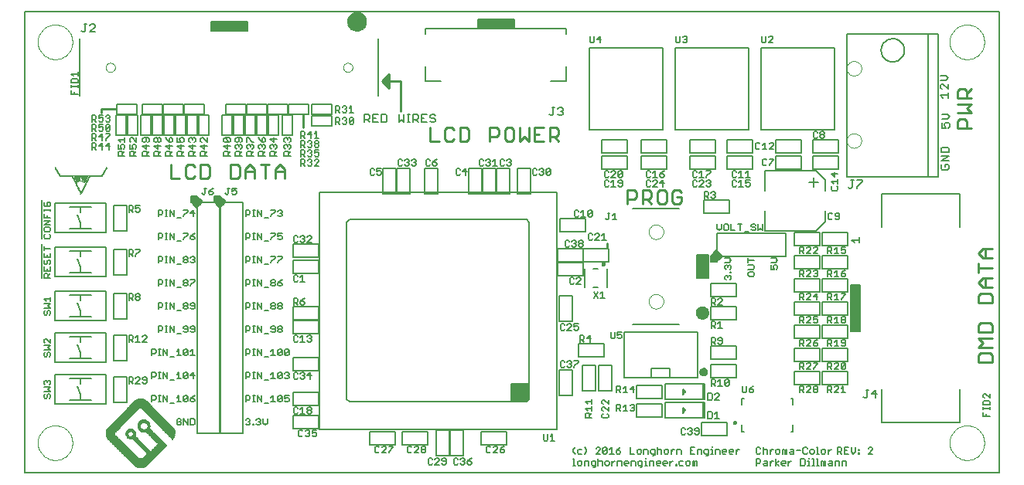
<source format=gto>
G75*
%MOIN*%
%OFA0B0*%
%FSLAX24Y24*%
%IPPOS*%
%LPD*%
%AMOC8*
5,1,8,0,0,1.08239X$1,22.5*
%
%ADD10C,0.0000*%
%ADD11C,0.0050*%
%ADD12C,0.0110*%
%ADD13C,0.0100*%
%ADD14C,0.0060*%
%ADD15R,0.0237X0.0013*%
%ADD16R,0.0313X0.0012*%
%ADD17R,0.0363X0.0013*%
%ADD18R,0.0387X0.0013*%
%ADD19R,0.0437X0.0012*%
%ADD20R,0.0463X0.0013*%
%ADD21R,0.0513X0.0013*%
%ADD22R,0.0537X0.0012*%
%ADD23R,0.0563X0.0013*%
%ADD24R,0.0587X0.0013*%
%ADD25R,0.0613X0.0012*%
%ADD26R,0.0637X0.0013*%
%ADD27R,0.0663X0.0012*%
%ADD28R,0.0687X0.0013*%
%ADD29R,0.0713X0.0012*%
%ADD30R,0.0737X0.0013*%
%ADD31R,0.0763X0.0013*%
%ADD32R,0.0787X0.0013*%
%ADD33R,0.0813X0.0012*%
%ADD34R,0.0837X0.0013*%
%ADD35R,0.0863X0.0013*%
%ADD36R,0.0887X0.0012*%
%ADD37R,0.0913X0.0013*%
%ADD38R,0.0937X0.0013*%
%ADD39R,0.0963X0.0012*%
%ADD40R,0.0987X0.0013*%
%ADD41R,0.1013X0.0013*%
%ADD42R,0.1037X0.0013*%
%ADD43R,0.1063X0.0013*%
%ADD44R,0.1087X0.0012*%
%ADD45R,0.1113X0.0013*%
%ADD46R,0.1137X0.0013*%
%ADD47R,0.1163X0.0013*%
%ADD48R,0.0525X0.0013*%
%ADD49R,0.0525X0.0012*%
%ADD50R,0.0512X0.0012*%
%ADD51R,0.0512X0.0013*%
%ADD52R,0.0512X0.0013*%
%ADD53R,0.0513X0.0012*%
%ADD54R,0.0525X0.0013*%
%ADD55R,0.0513X0.0013*%
%ADD56R,0.0537X0.0013*%
%ADD57R,0.0613X0.0013*%
%ADD58R,0.0637X0.0013*%
%ADD59R,0.0663X0.0013*%
%ADD60R,0.0687X0.0013*%
%ADD61R,0.0713X0.0013*%
%ADD62R,0.0763X0.0012*%
%ADD63R,0.0287X0.0013*%
%ADD64R,0.0462X0.0013*%
%ADD65R,0.0288X0.0013*%
%ADD66R,0.0463X0.0013*%
%ADD67R,0.0287X0.0013*%
%ADD68R,0.0462X0.0013*%
%ADD69R,0.0288X0.0012*%
%ADD70R,0.0463X0.0012*%
%ADD71R,0.0450X0.0013*%
%ADD72R,0.0425X0.0013*%
%ADD73R,0.0400X0.0013*%
%ADD74R,0.0375X0.0013*%
%ADD75R,0.0350X0.0013*%
%ADD76R,0.0325X0.0013*%
%ADD77R,0.0287X0.0012*%
%ADD78R,0.0325X0.0012*%
%ADD79R,0.0312X0.0013*%
%ADD80R,0.0313X0.0013*%
%ADD81R,0.0325X0.0013*%
%ADD82R,0.0312X0.0012*%
%ADD83R,0.0025X0.0013*%
%ADD84R,0.0050X0.0013*%
%ADD85R,0.0063X0.0013*%
%ADD86R,0.0500X0.0013*%
%ADD87R,0.0400X0.0013*%
%ADD88R,0.0087X0.0013*%
%ADD89R,0.0500X0.0013*%
%ADD90R,0.0412X0.0013*%
%ADD91R,0.0113X0.0013*%
%ADD92R,0.0500X0.0012*%
%ADD93R,0.0425X0.0012*%
%ADD94R,0.0125X0.0012*%
%ADD95R,0.0487X0.0013*%
%ADD96R,0.0437X0.0013*%
%ADD97R,0.0150X0.0013*%
%ADD98R,0.0488X0.0013*%
%ADD99R,0.0438X0.0013*%
%ADD100R,0.0175X0.0013*%
%ADD101R,0.0188X0.0013*%
%ADD102R,0.0475X0.0013*%
%ADD103R,0.0212X0.0013*%
%ADD104R,0.0225X0.0013*%
%ADD105R,0.0237X0.0013*%
%ADD106R,0.0163X0.0013*%
%ADD107R,0.0200X0.0013*%
%ADD108R,0.0263X0.0013*%
%ADD109R,0.0138X0.0013*%
%ADD110R,0.0275X0.0013*%
%ADD111R,0.0137X0.0013*%
%ADD112R,0.0412X0.0013*%
%ADD113R,0.0125X0.0013*%
%ADD114R,0.0137X0.0013*%
%ADD115R,0.0313X0.0013*%
%ADD116R,0.0125X0.0013*%
%ADD117R,0.0337X0.0013*%
%ADD118R,0.0112X0.0013*%
%ADD119R,0.0362X0.0013*%
%ADD120R,0.0538X0.0013*%
%ADD121R,0.0363X0.0013*%
%ADD122R,0.0337X0.0012*%
%ADD123R,0.0187X0.0013*%
%ADD124R,0.0550X0.0013*%
%ADD125R,0.0550X0.0013*%
%ADD126R,0.0162X0.0013*%
%ADD127R,0.0563X0.0013*%
%ADD128R,0.0562X0.0013*%
%ADD129R,0.0162X0.0013*%
%ADD130R,0.0563X0.0012*%
%ADD131R,0.0175X0.0012*%
%ADD132R,0.0550X0.0012*%
%ADD133R,0.0562X0.0013*%
%ADD134R,0.0300X0.0013*%
%ADD135R,0.0100X0.0013*%
%ADD136R,0.0562X0.0012*%
%ADD137R,0.1125X0.0013*%
%ADD138R,0.1100X0.0012*%
%ADD139R,0.1075X0.0013*%
%ADD140R,0.1050X0.0012*%
%ADD141R,0.1025X0.0013*%
%ADD142R,0.1000X0.0012*%
%ADD143R,0.0975X0.0013*%
%ADD144R,0.0950X0.0013*%
%ADD145R,0.0925X0.0013*%
%ADD146R,0.0900X0.0013*%
%ADD147R,0.0875X0.0013*%
%ADD148R,0.0850X0.0013*%
%ADD149R,0.0837X0.0012*%
%ADD150R,0.0813X0.0013*%
%ADD151R,0.0787X0.0012*%
%ADD152R,0.0737X0.0012*%
%ADD153R,0.0713X0.0013*%
%ADD154R,0.0687X0.0012*%
%ADD155R,0.0663X0.0013*%
%ADD156R,0.0637X0.0012*%
%ADD157R,0.0613X0.0013*%
%ADD158R,0.0587X0.0012*%
%ADD159R,0.0437X0.0013*%
%ADD160R,0.0387X0.0012*%
%ADD161R,0.0337X0.0013*%
%ADD162R,0.0010X0.0005*%
%ADD163R,0.0055X0.0005*%
%ADD164R,0.0060X0.0005*%
%ADD165R,0.0070X0.0005*%
%ADD166R,0.0080X0.0005*%
%ADD167R,0.0085X0.0005*%
%ADD168R,0.0090X0.0005*%
%ADD169R,0.0095X0.0005*%
%ADD170R,0.0100X0.0005*%
%ADD171R,0.0105X0.0005*%
%ADD172R,0.0110X0.0005*%
%ADD173R,0.0065X0.0005*%
%ADD174R,0.0050X0.0005*%
%ADD175R,0.0005X0.0005*%
%ADD176R,0.0015X0.0005*%
%ADD177R,0.0025X0.0005*%
%ADD178R,0.0020X0.0005*%
%ADD179R,0.0035X0.0005*%
%ADD180R,0.0030X0.0005*%
%ADD181R,0.0045X0.0005*%
%ADD182R,0.0115X0.0005*%
%ADD183R,0.0125X0.0005*%
%ADD184R,0.0145X0.0005*%
%ADD185R,0.0175X0.0005*%
%ADD186R,0.0185X0.0005*%
%ADD187R,0.0190X0.0005*%
%ADD188R,0.0195X0.0005*%
%ADD189R,0.0200X0.0005*%
%ADD190R,0.0210X0.0005*%
%ADD191R,0.0205X0.0005*%
%ADD192R,0.0215X0.0005*%
%ADD193R,0.0220X0.0005*%
%ADD194R,0.0225X0.0005*%
%ADD195R,0.0230X0.0005*%
%ADD196R,0.0235X0.0005*%
%ADD197R,0.0240X0.0005*%
%ADD198R,0.0245X0.0005*%
%ADD199R,0.0250X0.0005*%
%ADD200R,0.0255X0.0005*%
%ADD201R,0.0260X0.0005*%
%ADD202R,0.0265X0.0005*%
%ADD203R,0.0270X0.0005*%
%ADD204R,0.0275X0.0005*%
%ADD205R,0.0280X0.0005*%
%ADD206R,0.0290X0.0005*%
%ADD207R,0.0285X0.0005*%
%ADD208R,0.0585X0.0005*%
%ADD209R,0.0600X0.0005*%
%ADD210R,0.0595X0.0005*%
%ADD211R,0.0610X0.0005*%
%ADD212R,0.0620X0.0005*%
%ADD213R,0.0580X0.0005*%
%ADD214R,0.0630X0.0005*%
%ADD215R,0.0575X0.0005*%
%ADD216R,0.0590X0.0005*%
%ADD217R,0.0650X0.0005*%
D10*
X000702Y003000D02*
X000704Y003055D01*
X000710Y003109D01*
X000720Y003163D01*
X000734Y003215D01*
X000751Y003267D01*
X000773Y003317D01*
X000798Y003366D01*
X000826Y003413D01*
X000858Y003457D01*
X000893Y003499D01*
X000931Y003538D01*
X000972Y003575D01*
X001015Y003608D01*
X001060Y003638D01*
X001108Y003665D01*
X001157Y003688D01*
X001208Y003708D01*
X001261Y003724D01*
X001314Y003736D01*
X001368Y003744D01*
X001423Y003748D01*
X001477Y003748D01*
X001532Y003744D01*
X001586Y003736D01*
X001639Y003724D01*
X001692Y003708D01*
X001743Y003688D01*
X001792Y003665D01*
X001840Y003638D01*
X001885Y003608D01*
X001928Y003575D01*
X001969Y003538D01*
X002007Y003499D01*
X002042Y003457D01*
X002074Y003413D01*
X002102Y003366D01*
X002127Y003317D01*
X002149Y003267D01*
X002166Y003215D01*
X002180Y003163D01*
X002190Y003109D01*
X002196Y003055D01*
X002198Y003000D01*
X002196Y002945D01*
X002190Y002891D01*
X002180Y002837D01*
X002166Y002785D01*
X002149Y002733D01*
X002127Y002683D01*
X002102Y002634D01*
X002074Y002587D01*
X002042Y002543D01*
X002007Y002501D01*
X001969Y002462D01*
X001928Y002425D01*
X001885Y002392D01*
X001840Y002362D01*
X001792Y002335D01*
X001743Y002312D01*
X001692Y002292D01*
X001639Y002276D01*
X001586Y002264D01*
X001532Y002256D01*
X001477Y002252D01*
X001423Y002252D01*
X001368Y002256D01*
X001314Y002264D01*
X001261Y002276D01*
X001208Y002292D01*
X001157Y002312D01*
X001108Y002335D01*
X001060Y002362D01*
X001015Y002392D01*
X000972Y002425D01*
X000931Y002462D01*
X000893Y002501D01*
X000858Y002543D01*
X000826Y002587D01*
X000798Y002634D01*
X000773Y002683D01*
X000751Y002733D01*
X000734Y002785D01*
X000720Y002837D01*
X000710Y002891D01*
X000704Y002945D01*
X000702Y003000D01*
X027035Y009100D02*
X027037Y009135D01*
X027043Y009170D01*
X027053Y009204D01*
X027066Y009237D01*
X027083Y009268D01*
X027104Y009296D01*
X027127Y009323D01*
X027154Y009346D01*
X027182Y009367D01*
X027213Y009384D01*
X027246Y009397D01*
X027280Y009407D01*
X027315Y009413D01*
X027350Y009415D01*
X027385Y009413D01*
X027420Y009407D01*
X027454Y009397D01*
X027487Y009384D01*
X027518Y009367D01*
X027546Y009346D01*
X027573Y009323D01*
X027596Y009296D01*
X027617Y009268D01*
X027634Y009237D01*
X027647Y009204D01*
X027657Y009170D01*
X027663Y009135D01*
X027665Y009100D01*
X027663Y009065D01*
X027657Y009030D01*
X027647Y008996D01*
X027634Y008963D01*
X027617Y008932D01*
X027596Y008904D01*
X027573Y008877D01*
X027546Y008854D01*
X027518Y008833D01*
X027487Y008816D01*
X027454Y008803D01*
X027420Y008793D01*
X027385Y008787D01*
X027350Y008785D01*
X027315Y008787D01*
X027280Y008793D01*
X027246Y008803D01*
X027213Y008816D01*
X027182Y008833D01*
X027154Y008854D01*
X027127Y008877D01*
X027104Y008904D01*
X027083Y008932D01*
X027066Y008963D01*
X027053Y008996D01*
X027043Y009030D01*
X027037Y009065D01*
X027035Y009100D01*
X027035Y012100D02*
X027037Y012135D01*
X027043Y012170D01*
X027053Y012204D01*
X027066Y012237D01*
X027083Y012268D01*
X027104Y012296D01*
X027127Y012323D01*
X027154Y012346D01*
X027182Y012367D01*
X027213Y012384D01*
X027246Y012397D01*
X027280Y012407D01*
X027315Y012413D01*
X027350Y012415D01*
X027385Y012413D01*
X027420Y012407D01*
X027454Y012397D01*
X027487Y012384D01*
X027518Y012367D01*
X027546Y012346D01*
X027573Y012323D01*
X027596Y012296D01*
X027617Y012268D01*
X027634Y012237D01*
X027647Y012204D01*
X027657Y012170D01*
X027663Y012135D01*
X027665Y012100D01*
X027663Y012065D01*
X027657Y012030D01*
X027647Y011996D01*
X027634Y011963D01*
X027617Y011932D01*
X027596Y011904D01*
X027573Y011877D01*
X027546Y011854D01*
X027518Y011833D01*
X027487Y011816D01*
X027454Y011803D01*
X027420Y011793D01*
X027385Y011787D01*
X027350Y011785D01*
X027315Y011787D01*
X027280Y011793D01*
X027246Y011803D01*
X027213Y011816D01*
X027182Y011833D01*
X027154Y011854D01*
X027127Y011877D01*
X027104Y011904D01*
X027083Y011932D01*
X027066Y011963D01*
X027053Y011996D01*
X027043Y012030D01*
X027037Y012065D01*
X027035Y012100D01*
X035566Y016041D02*
X035568Y016076D01*
X035574Y016111D01*
X035584Y016145D01*
X035597Y016178D01*
X035614Y016209D01*
X035635Y016237D01*
X035658Y016264D01*
X035685Y016287D01*
X035713Y016308D01*
X035744Y016325D01*
X035777Y016338D01*
X035811Y016348D01*
X035846Y016354D01*
X035881Y016356D01*
X035916Y016354D01*
X035951Y016348D01*
X035985Y016338D01*
X036018Y016325D01*
X036049Y016308D01*
X036077Y016287D01*
X036104Y016264D01*
X036127Y016237D01*
X036148Y016209D01*
X036165Y016178D01*
X036178Y016145D01*
X036188Y016111D01*
X036194Y016076D01*
X036196Y016041D01*
X036194Y016006D01*
X036188Y015971D01*
X036178Y015937D01*
X036165Y015904D01*
X036148Y015873D01*
X036127Y015845D01*
X036104Y015818D01*
X036077Y015795D01*
X036049Y015774D01*
X036018Y015757D01*
X035985Y015744D01*
X035951Y015734D01*
X035916Y015728D01*
X035881Y015726D01*
X035846Y015728D01*
X035811Y015734D01*
X035777Y015744D01*
X035744Y015757D01*
X035713Y015774D01*
X035685Y015795D01*
X035658Y015818D01*
X035635Y015845D01*
X035614Y015873D01*
X035597Y015904D01*
X035584Y015937D01*
X035574Y015971D01*
X035568Y016006D01*
X035566Y016041D01*
X035566Y019159D02*
X035568Y019194D01*
X035574Y019229D01*
X035584Y019263D01*
X035597Y019296D01*
X035614Y019327D01*
X035635Y019355D01*
X035658Y019382D01*
X035685Y019405D01*
X035713Y019426D01*
X035744Y019443D01*
X035777Y019456D01*
X035811Y019466D01*
X035846Y019472D01*
X035881Y019474D01*
X035916Y019472D01*
X035951Y019466D01*
X035985Y019456D01*
X036018Y019443D01*
X036049Y019426D01*
X036077Y019405D01*
X036104Y019382D01*
X036127Y019355D01*
X036148Y019327D01*
X036165Y019296D01*
X036178Y019263D01*
X036188Y019229D01*
X036194Y019194D01*
X036196Y019159D01*
X036194Y019124D01*
X036188Y019089D01*
X036178Y019055D01*
X036165Y019022D01*
X036148Y018991D01*
X036127Y018963D01*
X036104Y018936D01*
X036077Y018913D01*
X036049Y018892D01*
X036018Y018875D01*
X035985Y018862D01*
X035951Y018852D01*
X035916Y018846D01*
X035881Y018844D01*
X035846Y018846D01*
X035811Y018852D01*
X035777Y018862D01*
X035744Y018875D01*
X035713Y018892D01*
X035685Y018913D01*
X035658Y018936D01*
X035635Y018963D01*
X035614Y018991D01*
X035597Y019022D01*
X035584Y019055D01*
X035574Y019089D01*
X035568Y019124D01*
X035566Y019159D01*
X040002Y020300D02*
X040004Y020355D01*
X040010Y020409D01*
X040020Y020463D01*
X040034Y020515D01*
X040051Y020567D01*
X040073Y020617D01*
X040098Y020666D01*
X040126Y020713D01*
X040158Y020757D01*
X040193Y020799D01*
X040231Y020838D01*
X040272Y020875D01*
X040315Y020908D01*
X040360Y020938D01*
X040408Y020965D01*
X040457Y020988D01*
X040508Y021008D01*
X040561Y021024D01*
X040614Y021036D01*
X040668Y021044D01*
X040723Y021048D01*
X040777Y021048D01*
X040832Y021044D01*
X040886Y021036D01*
X040939Y021024D01*
X040992Y021008D01*
X041043Y020988D01*
X041092Y020965D01*
X041140Y020938D01*
X041185Y020908D01*
X041228Y020875D01*
X041269Y020838D01*
X041307Y020799D01*
X041342Y020757D01*
X041374Y020713D01*
X041402Y020666D01*
X041427Y020617D01*
X041449Y020567D01*
X041466Y020515D01*
X041480Y020463D01*
X041490Y020409D01*
X041496Y020355D01*
X041498Y020300D01*
X041496Y020245D01*
X041490Y020191D01*
X041480Y020137D01*
X041466Y020085D01*
X041449Y020033D01*
X041427Y019983D01*
X041402Y019934D01*
X041374Y019887D01*
X041342Y019843D01*
X041307Y019801D01*
X041269Y019762D01*
X041228Y019725D01*
X041185Y019692D01*
X041140Y019662D01*
X041092Y019635D01*
X041043Y019612D01*
X040992Y019592D01*
X040939Y019576D01*
X040886Y019564D01*
X040832Y019556D01*
X040777Y019552D01*
X040723Y019552D01*
X040668Y019556D01*
X040614Y019564D01*
X040561Y019576D01*
X040508Y019592D01*
X040457Y019612D01*
X040408Y019635D01*
X040360Y019662D01*
X040315Y019692D01*
X040272Y019725D01*
X040231Y019762D01*
X040193Y019801D01*
X040158Y019843D01*
X040126Y019887D01*
X040098Y019934D01*
X040073Y019983D01*
X040051Y020033D01*
X040034Y020085D01*
X040020Y020137D01*
X040010Y020191D01*
X040004Y020245D01*
X040002Y020300D01*
X013871Y019200D02*
X013873Y019227D01*
X013879Y019254D01*
X013888Y019280D01*
X013901Y019304D01*
X013917Y019327D01*
X013936Y019346D01*
X013958Y019363D01*
X013982Y019377D01*
X014007Y019387D01*
X014034Y019394D01*
X014061Y019397D01*
X014089Y019396D01*
X014116Y019391D01*
X014142Y019383D01*
X014166Y019371D01*
X014189Y019355D01*
X014210Y019337D01*
X014227Y019316D01*
X014242Y019292D01*
X014253Y019267D01*
X014261Y019241D01*
X014265Y019214D01*
X014265Y019186D01*
X014261Y019159D01*
X014253Y019133D01*
X014242Y019108D01*
X014227Y019084D01*
X014210Y019063D01*
X014189Y019045D01*
X014167Y019029D01*
X014142Y019017D01*
X014116Y019009D01*
X014089Y019004D01*
X014061Y019003D01*
X014034Y019006D01*
X014007Y019013D01*
X013982Y019023D01*
X013958Y019037D01*
X013936Y019054D01*
X013917Y019073D01*
X013901Y019096D01*
X013888Y019120D01*
X013879Y019146D01*
X013873Y019173D01*
X013871Y019200D01*
X003635Y019200D02*
X003637Y019227D01*
X003643Y019254D01*
X003652Y019280D01*
X003665Y019304D01*
X003681Y019327D01*
X003700Y019346D01*
X003722Y019363D01*
X003746Y019377D01*
X003771Y019387D01*
X003798Y019394D01*
X003825Y019397D01*
X003853Y019396D01*
X003880Y019391D01*
X003906Y019383D01*
X003930Y019371D01*
X003953Y019355D01*
X003974Y019337D01*
X003991Y019316D01*
X004006Y019292D01*
X004017Y019267D01*
X004025Y019241D01*
X004029Y019214D01*
X004029Y019186D01*
X004025Y019159D01*
X004017Y019133D01*
X004006Y019108D01*
X003991Y019084D01*
X003974Y019063D01*
X003953Y019045D01*
X003931Y019029D01*
X003906Y019017D01*
X003880Y019009D01*
X003853Y019004D01*
X003825Y019003D01*
X003798Y019006D01*
X003771Y019013D01*
X003746Y019023D01*
X003722Y019037D01*
X003700Y019054D01*
X003681Y019073D01*
X003665Y019096D01*
X003652Y019120D01*
X003643Y019146D01*
X003637Y019173D01*
X003635Y019200D01*
X000702Y020300D02*
X000704Y020355D01*
X000710Y020409D01*
X000720Y020463D01*
X000734Y020515D01*
X000751Y020567D01*
X000773Y020617D01*
X000798Y020666D01*
X000826Y020713D01*
X000858Y020757D01*
X000893Y020799D01*
X000931Y020838D01*
X000972Y020875D01*
X001015Y020908D01*
X001060Y020938D01*
X001108Y020965D01*
X001157Y020988D01*
X001208Y021008D01*
X001261Y021024D01*
X001314Y021036D01*
X001368Y021044D01*
X001423Y021048D01*
X001477Y021048D01*
X001532Y021044D01*
X001586Y021036D01*
X001639Y021024D01*
X001692Y021008D01*
X001743Y020988D01*
X001792Y020965D01*
X001840Y020938D01*
X001885Y020908D01*
X001928Y020875D01*
X001969Y020838D01*
X002007Y020799D01*
X002042Y020757D01*
X002074Y020713D01*
X002102Y020666D01*
X002127Y020617D01*
X002149Y020567D01*
X002166Y020515D01*
X002180Y020463D01*
X002190Y020409D01*
X002196Y020355D01*
X002198Y020300D01*
X002196Y020245D01*
X002190Y020191D01*
X002180Y020137D01*
X002166Y020085D01*
X002149Y020033D01*
X002127Y019983D01*
X002102Y019934D01*
X002074Y019887D01*
X002042Y019843D01*
X002007Y019801D01*
X001969Y019762D01*
X001928Y019725D01*
X001885Y019692D01*
X001840Y019662D01*
X001792Y019635D01*
X001743Y019612D01*
X001692Y019592D01*
X001639Y019576D01*
X001586Y019564D01*
X001532Y019556D01*
X001477Y019552D01*
X001423Y019552D01*
X001368Y019556D01*
X001314Y019564D01*
X001261Y019576D01*
X001208Y019592D01*
X001157Y019612D01*
X001108Y019635D01*
X001060Y019662D01*
X001015Y019692D01*
X000972Y019725D01*
X000931Y019762D01*
X000893Y019801D01*
X000858Y019843D01*
X000826Y019887D01*
X000798Y019934D01*
X000773Y019983D01*
X000751Y020033D01*
X000734Y020085D01*
X000720Y020137D01*
X000710Y020191D01*
X000704Y020245D01*
X000702Y020300D01*
X040002Y003000D02*
X040004Y003055D01*
X040010Y003109D01*
X040020Y003163D01*
X040034Y003215D01*
X040051Y003267D01*
X040073Y003317D01*
X040098Y003366D01*
X040126Y003413D01*
X040158Y003457D01*
X040193Y003499D01*
X040231Y003538D01*
X040272Y003575D01*
X040315Y003608D01*
X040360Y003638D01*
X040408Y003665D01*
X040457Y003688D01*
X040508Y003708D01*
X040561Y003724D01*
X040614Y003736D01*
X040668Y003744D01*
X040723Y003748D01*
X040777Y003748D01*
X040832Y003744D01*
X040886Y003736D01*
X040939Y003724D01*
X040992Y003708D01*
X041043Y003688D01*
X041092Y003665D01*
X041140Y003638D01*
X041185Y003608D01*
X041228Y003575D01*
X041269Y003538D01*
X041307Y003499D01*
X041342Y003457D01*
X041374Y003413D01*
X041402Y003366D01*
X041427Y003317D01*
X041449Y003267D01*
X041466Y003215D01*
X041480Y003163D01*
X041490Y003109D01*
X041496Y003055D01*
X041498Y003000D01*
X041496Y002945D01*
X041490Y002891D01*
X041480Y002837D01*
X041466Y002785D01*
X041449Y002733D01*
X041427Y002683D01*
X041402Y002634D01*
X041374Y002587D01*
X041342Y002543D01*
X041307Y002501D01*
X041269Y002462D01*
X041228Y002425D01*
X041185Y002392D01*
X041140Y002362D01*
X041092Y002335D01*
X041043Y002312D01*
X040992Y002292D01*
X040939Y002276D01*
X040886Y002264D01*
X040832Y002256D01*
X040777Y002252D01*
X040723Y002252D01*
X040668Y002256D01*
X040614Y002264D01*
X040561Y002276D01*
X040508Y002292D01*
X040457Y002312D01*
X040408Y002335D01*
X040360Y002362D01*
X040315Y002392D01*
X040272Y002425D01*
X040231Y002462D01*
X040193Y002501D01*
X040158Y002543D01*
X040126Y002587D01*
X040098Y002634D01*
X040073Y002683D01*
X040051Y002733D01*
X040034Y002785D01*
X040020Y002837D01*
X040010Y002891D01*
X040004Y002945D01*
X040002Y003000D01*
D11*
X042150Y001700D02*
X000150Y001700D01*
X000150Y021600D01*
X042150Y021600D01*
X042150Y001700D01*
X040440Y003860D02*
X040440Y005300D01*
X041455Y005065D02*
X041455Y004975D01*
X041500Y004930D01*
X041500Y004816D02*
X041455Y004771D01*
X041455Y004636D01*
X041725Y004636D01*
X041725Y004771D01*
X041680Y004816D01*
X041500Y004816D01*
X041725Y004930D02*
X041545Y005111D01*
X041500Y005111D01*
X041455Y005065D01*
X041725Y005111D02*
X041725Y004930D01*
X041725Y004529D02*
X041725Y004439D01*
X041725Y004484D02*
X041455Y004484D01*
X041455Y004439D02*
X041455Y004529D01*
X041455Y004325D02*
X041455Y004145D01*
X041725Y004145D01*
X041590Y004145D02*
X041590Y004235D01*
X040440Y003860D02*
X037060Y003860D01*
X037060Y005300D01*
X035601Y005524D02*
X035601Y006076D01*
X034499Y006076D01*
X034499Y005524D01*
X035601Y005524D01*
X035422Y005442D02*
X035332Y005352D01*
X035217Y005352D02*
X035217Y005397D01*
X035172Y005442D01*
X035082Y005442D01*
X035037Y005397D01*
X034922Y005397D02*
X034922Y005307D01*
X034877Y005262D01*
X034742Y005262D01*
X034742Y005172D02*
X034742Y005442D01*
X034877Y005442D01*
X034922Y005397D01*
X034832Y005262D02*
X034922Y005172D01*
X035037Y005172D02*
X035217Y005352D01*
X035217Y005172D02*
X035037Y005172D01*
X035332Y005172D02*
X035512Y005172D01*
X035422Y005172D02*
X035422Y005442D01*
X034401Y005524D02*
X034401Y006076D01*
X033299Y006076D01*
X033299Y005524D01*
X034401Y005524D01*
X034312Y005397D02*
X034267Y005442D01*
X034177Y005442D01*
X034132Y005397D01*
X034132Y005352D01*
X034177Y005307D01*
X034267Y005307D01*
X034312Y005262D01*
X034312Y005217D01*
X034267Y005172D01*
X034177Y005172D01*
X034132Y005217D01*
X034132Y005262D01*
X034177Y005307D01*
X034267Y005307D02*
X034312Y005352D01*
X034312Y005397D01*
X034017Y005397D02*
X033972Y005442D01*
X033882Y005442D01*
X033837Y005397D01*
X033722Y005397D02*
X033677Y005442D01*
X033542Y005442D01*
X033542Y005172D01*
X033542Y005262D02*
X033677Y005262D01*
X033722Y005307D01*
X033722Y005397D01*
X033632Y005262D02*
X033722Y005172D01*
X033837Y005172D02*
X034017Y005352D01*
X034017Y005397D01*
X034017Y005172D02*
X033837Y005172D01*
X033256Y004919D02*
X033256Y004633D01*
X033256Y004919D02*
X033174Y004919D01*
X031547Y005215D02*
X031547Y005260D01*
X031502Y005305D01*
X031367Y005305D01*
X031367Y005215D01*
X031412Y005170D01*
X031502Y005170D01*
X031547Y005215D01*
X031457Y005395D02*
X031367Y005305D01*
X031457Y005395D02*
X031547Y005440D01*
X031253Y005440D02*
X031253Y005215D01*
X031208Y005170D01*
X031118Y005170D01*
X031073Y005215D01*
X031073Y005440D01*
X030801Y005824D02*
X029699Y005824D01*
X029699Y006376D01*
X030801Y006376D01*
X030801Y005824D01*
X030493Y005683D02*
X030313Y005503D01*
X030358Y005458D01*
X030448Y005458D01*
X030493Y005503D01*
X030493Y005683D01*
X030448Y005728D01*
X030358Y005728D01*
X030313Y005683D01*
X030313Y005503D01*
X030199Y005458D02*
X030018Y005458D01*
X030109Y005458D02*
X030109Y005728D01*
X030018Y005638D01*
X029904Y005683D02*
X029904Y005593D01*
X029859Y005548D01*
X029724Y005548D01*
X029814Y005548D02*
X029904Y005458D01*
X029724Y005458D02*
X029724Y005728D01*
X029859Y005728D01*
X029904Y005683D01*
X029517Y005956D02*
X029494Y005933D01*
X029465Y005915D01*
X029433Y005904D01*
X029400Y005900D01*
X029367Y005904D01*
X029335Y005915D01*
X029306Y005933D01*
X029283Y005956D01*
X029265Y005985D01*
X029254Y006017D01*
X029250Y006050D01*
X029254Y006083D01*
X029265Y006115D01*
X029283Y006144D01*
X029306Y006167D01*
X029335Y006185D01*
X029367Y006196D01*
X029400Y006200D01*
X029433Y006196D01*
X029465Y006185D01*
X029494Y006167D01*
X029517Y006144D01*
X029535Y006115D01*
X029546Y006083D01*
X029550Y006050D01*
X029546Y006017D01*
X029535Y005985D01*
X029517Y005956D01*
X029525Y005968D02*
X029275Y005968D01*
X029254Y006017D02*
X029546Y006017D01*
X029548Y006065D02*
X029252Y006065D01*
X029264Y006114D02*
X029536Y006114D01*
X029499Y006162D02*
X029301Y006162D01*
X029327Y005920D02*
X029473Y005920D01*
X029125Y005816D02*
X027944Y005816D01*
X027944Y006209D01*
X027156Y006209D01*
X027156Y005816D01*
X025975Y005816D01*
X025975Y007784D01*
X029125Y007784D01*
X029125Y005816D01*
X029357Y005535D02*
X029357Y004865D01*
X029436Y004865D01*
X029436Y005535D01*
X029357Y005535D01*
X027743Y005535D01*
X027743Y004865D01*
X029357Y004865D01*
X029357Y005535D01*
X029357Y005532D02*
X029436Y005532D01*
X029436Y005483D02*
X029357Y005483D01*
X029357Y005435D02*
X029436Y005435D01*
X029436Y005386D02*
X029357Y005386D01*
X029357Y005338D02*
X029436Y005338D01*
X029436Y005289D02*
X029357Y005289D01*
X029357Y005241D02*
X029436Y005241D01*
X029436Y005192D02*
X029357Y005192D01*
X029357Y005144D02*
X029436Y005144D01*
X029436Y005095D02*
X029357Y005095D01*
X029357Y005047D02*
X029436Y005047D01*
X029436Y004998D02*
X029357Y004998D01*
X029357Y004950D02*
X029436Y004950D01*
X029436Y004901D02*
X029357Y004901D01*
X029357Y004735D02*
X029357Y004065D01*
X029436Y004065D01*
X029436Y004735D01*
X029357Y004735D01*
X027743Y004735D01*
X027743Y004065D01*
X029357Y004065D01*
X029357Y004735D01*
X029357Y004707D02*
X029436Y004707D01*
X029436Y004659D02*
X029357Y004659D01*
X029357Y004610D02*
X029436Y004610D01*
X029436Y004562D02*
X029357Y004562D01*
X029357Y004513D02*
X029436Y004513D01*
X029436Y004465D02*
X029357Y004465D01*
X029357Y004416D02*
X029436Y004416D01*
X029436Y004368D02*
X029357Y004368D01*
X029357Y004319D02*
X029436Y004319D01*
X029436Y004271D02*
X029357Y004271D01*
X029357Y004222D02*
X029436Y004222D01*
X029436Y004174D02*
X029357Y004174D01*
X029357Y004125D02*
X029436Y004125D01*
X029436Y004077D02*
X029357Y004077D01*
X029299Y003876D02*
X030401Y003876D01*
X030401Y003324D01*
X029299Y003324D01*
X029299Y003876D01*
X029148Y003628D02*
X029058Y003628D01*
X029013Y003583D01*
X029013Y003538D01*
X029058Y003493D01*
X029193Y003493D01*
X029193Y003403D02*
X029193Y003583D01*
X029148Y003628D01*
X029193Y003403D02*
X029148Y003358D01*
X029058Y003358D01*
X029013Y003403D01*
X028899Y003403D02*
X028854Y003358D01*
X028764Y003358D01*
X028718Y003403D01*
X028604Y003403D02*
X028559Y003358D01*
X028469Y003358D01*
X028424Y003403D01*
X028424Y003583D01*
X028469Y003628D01*
X028559Y003628D01*
X028604Y003583D01*
X028718Y003583D02*
X028764Y003628D01*
X028854Y003628D01*
X028899Y003583D01*
X028899Y003538D01*
X028854Y003493D01*
X028899Y003448D01*
X028899Y003403D01*
X028854Y003493D02*
X028809Y003493D01*
X029589Y004058D02*
X029724Y004058D01*
X029769Y004103D01*
X029769Y004283D01*
X029724Y004328D01*
X029589Y004328D01*
X029589Y004058D01*
X029884Y004058D02*
X030064Y004058D01*
X029974Y004058D02*
X029974Y004328D01*
X029884Y004238D01*
X030696Y003889D02*
X030703Y003903D01*
X030714Y003915D01*
X030729Y003922D01*
X030744Y003924D01*
X030760Y003924D01*
X030776Y003922D01*
X030790Y003915D01*
X030802Y003903D01*
X030809Y003889D01*
X030811Y003873D01*
X030811Y003857D01*
X030809Y003842D01*
X030802Y003827D01*
X030790Y003816D01*
X030776Y003809D01*
X030760Y003806D01*
X030744Y003806D01*
X030729Y003809D01*
X030714Y003816D01*
X030703Y003827D01*
X030696Y003842D01*
X030693Y003857D01*
X030693Y003873D01*
X030696Y003889D01*
X030695Y003883D02*
X030810Y003883D01*
X030805Y003834D02*
X030700Y003834D01*
X031044Y003767D02*
X031044Y003481D01*
X031126Y003481D01*
X029762Y002840D02*
X029762Y002795D01*
X029762Y002705D02*
X029762Y002525D01*
X029717Y002525D02*
X029807Y002525D01*
X029914Y002525D02*
X029914Y002705D01*
X030049Y002705D01*
X030094Y002660D01*
X030094Y002525D01*
X030208Y002570D02*
X030208Y002660D01*
X030253Y002705D01*
X030343Y002705D01*
X030388Y002660D01*
X030388Y002615D01*
X030208Y002615D01*
X030208Y002570D02*
X030253Y002525D01*
X030343Y002525D01*
X030503Y002570D02*
X030503Y002660D01*
X030548Y002705D01*
X030638Y002705D01*
X030683Y002660D01*
X030683Y002615D01*
X030503Y002615D01*
X030503Y002570D02*
X030548Y002525D01*
X030638Y002525D01*
X030798Y002525D02*
X030798Y002705D01*
X030798Y002615D02*
X030888Y002705D01*
X030933Y002705D01*
X031675Y002750D02*
X031675Y002570D01*
X031720Y002525D01*
X031810Y002525D01*
X031855Y002570D01*
X031970Y002525D02*
X031970Y002795D01*
X032015Y002705D02*
X032105Y002705D01*
X032150Y002660D01*
X032150Y002525D01*
X032264Y002525D02*
X032264Y002705D01*
X032264Y002615D02*
X032354Y002705D01*
X032399Y002705D01*
X032510Y002660D02*
X032510Y002570D01*
X032555Y002525D01*
X032645Y002525D01*
X032690Y002570D01*
X032690Y002660D01*
X032645Y002705D01*
X032555Y002705D01*
X032510Y002660D01*
X032804Y002705D02*
X032804Y002525D01*
X032895Y002525D02*
X032895Y002660D01*
X032940Y002705D01*
X032985Y002660D01*
X032985Y002525D01*
X033099Y002570D02*
X033144Y002615D01*
X033279Y002615D01*
X033279Y002660D02*
X033279Y002525D01*
X033144Y002525D01*
X033099Y002570D01*
X033144Y002705D02*
X033234Y002705D01*
X033279Y002660D01*
X033394Y002660D02*
X033574Y002660D01*
X033688Y002750D02*
X033688Y002570D01*
X033733Y002525D01*
X033824Y002525D01*
X033869Y002570D01*
X033983Y002570D02*
X034028Y002525D01*
X034118Y002525D01*
X034163Y002570D01*
X034163Y002660D01*
X034118Y002705D01*
X034028Y002705D01*
X033983Y002660D01*
X033983Y002570D01*
X033869Y002750D02*
X033824Y002795D01*
X033733Y002795D01*
X033688Y002750D01*
X033725Y002295D02*
X033590Y002295D01*
X033590Y002025D01*
X033725Y002025D01*
X033770Y002070D01*
X033770Y002250D01*
X033725Y002295D01*
X033885Y002205D02*
X033930Y002205D01*
X033930Y002025D01*
X033885Y002025D02*
X033975Y002025D01*
X034081Y002025D02*
X034171Y002025D01*
X034126Y002025D02*
X034126Y002295D01*
X034081Y002295D01*
X033930Y002295D02*
X033930Y002340D01*
X034278Y002295D02*
X034323Y002295D01*
X034323Y002025D01*
X034278Y002025D02*
X034368Y002025D01*
X034474Y002025D02*
X034474Y002205D01*
X034519Y002205D01*
X034564Y002160D01*
X034609Y002205D01*
X034654Y002160D01*
X034654Y002025D01*
X034564Y002025D02*
X034564Y002160D01*
X034769Y002070D02*
X034814Y002115D01*
X034949Y002115D01*
X034949Y002160D02*
X034949Y002025D01*
X034814Y002025D01*
X034769Y002070D01*
X034814Y002205D02*
X034904Y002205D01*
X034949Y002160D01*
X035063Y002205D02*
X035063Y002025D01*
X035063Y002205D02*
X035199Y002205D01*
X035244Y002160D01*
X035244Y002025D01*
X035358Y002025D02*
X035358Y002205D01*
X035493Y002205D01*
X035538Y002160D01*
X035538Y002025D01*
X035470Y002525D02*
X035650Y002525D01*
X035764Y002615D02*
X035854Y002525D01*
X035944Y002615D01*
X035944Y002795D01*
X036059Y002705D02*
X036059Y002660D01*
X036104Y002660D01*
X036104Y002705D01*
X036059Y002705D01*
X036059Y002570D02*
X036059Y002525D01*
X036104Y002525D01*
X036104Y002570D01*
X036059Y002570D01*
X035764Y002615D02*
X035764Y002795D01*
X035650Y002795D02*
X035470Y002795D01*
X035470Y002525D01*
X035355Y002525D02*
X035265Y002615D01*
X035310Y002615D02*
X035175Y002615D01*
X035175Y002525D02*
X035175Y002795D01*
X035310Y002795D01*
X035355Y002750D01*
X035355Y002660D01*
X035310Y002615D01*
X035470Y002660D02*
X035560Y002660D01*
X034904Y002705D02*
X034859Y002705D01*
X034769Y002615D01*
X034769Y002525D02*
X034769Y002705D01*
X034654Y002660D02*
X034654Y002570D01*
X034609Y002525D01*
X034519Y002525D01*
X034474Y002570D01*
X034474Y002660D01*
X034519Y002705D01*
X034609Y002705D01*
X034654Y002660D01*
X034368Y002525D02*
X034278Y002525D01*
X034323Y002525D02*
X034323Y002795D01*
X034278Y002795D01*
X033185Y002205D02*
X033140Y002205D01*
X033050Y002115D01*
X033050Y002025D02*
X033050Y002205D01*
X032936Y002160D02*
X032936Y002115D01*
X032755Y002115D01*
X032755Y002070D02*
X032755Y002160D01*
X032800Y002205D01*
X032891Y002205D01*
X032936Y002160D01*
X032891Y002025D02*
X032800Y002025D01*
X032755Y002070D01*
X032645Y002025D02*
X032510Y002115D01*
X032645Y002205D01*
X032510Y002295D02*
X032510Y002025D01*
X032399Y002205D02*
X032354Y002205D01*
X032264Y002115D01*
X032264Y002025D02*
X032264Y002205D01*
X032150Y002160D02*
X032150Y002025D01*
X032015Y002025D01*
X031970Y002070D01*
X032015Y002115D01*
X032150Y002115D01*
X032150Y002160D02*
X032105Y002205D01*
X032015Y002205D01*
X031855Y002250D02*
X031855Y002160D01*
X031810Y002115D01*
X031675Y002115D01*
X031675Y002025D02*
X031675Y002295D01*
X031810Y002295D01*
X031855Y002250D01*
X031970Y002660D02*
X032015Y002705D01*
X031855Y002750D02*
X031810Y002795D01*
X031720Y002795D01*
X031675Y002750D01*
X032804Y002705D02*
X032850Y002705D01*
X032895Y002660D01*
X033174Y003481D02*
X033256Y003481D01*
X033256Y003767D01*
X031044Y004633D02*
X031044Y004919D01*
X031126Y004919D01*
X030064Y004858D02*
X029884Y004858D01*
X030064Y005038D01*
X030064Y005083D01*
X030019Y005128D01*
X029929Y005128D01*
X029884Y005083D01*
X029769Y005083D02*
X029724Y005128D01*
X029589Y005128D01*
X029589Y004858D01*
X029724Y004858D01*
X029769Y004903D01*
X029769Y005083D01*
X028609Y005200D02*
X028491Y005318D01*
X028491Y005082D01*
X028609Y005200D01*
X028601Y005192D02*
X028491Y005192D01*
X028491Y005144D02*
X028553Y005144D01*
X028504Y005095D02*
X028491Y005095D01*
X028491Y005241D02*
X028569Y005241D01*
X028520Y005289D02*
X028491Y005289D01*
X027944Y005816D02*
X027156Y005816D01*
X027601Y005476D02*
X026499Y005476D01*
X026499Y004924D01*
X027601Y004924D01*
X027601Y005476D01*
X026412Y005307D02*
X026232Y005307D01*
X026367Y005442D01*
X026367Y005172D01*
X026117Y005172D02*
X025937Y005172D01*
X026027Y005172D02*
X026027Y005442D01*
X025937Y005352D01*
X025822Y005307D02*
X025777Y005262D01*
X025642Y005262D01*
X025642Y005172D02*
X025642Y005442D01*
X025777Y005442D01*
X025822Y005397D01*
X025822Y005307D01*
X025732Y005262D02*
X025822Y005172D01*
X025426Y005249D02*
X025426Y006351D01*
X024874Y006351D01*
X024874Y005249D01*
X025426Y005249D01*
X025292Y004843D02*
X025292Y004663D01*
X025112Y004843D01*
X025067Y004843D01*
X025022Y004798D01*
X025022Y004708D01*
X025067Y004663D01*
X025067Y004549D02*
X025022Y004504D01*
X025022Y004414D01*
X025067Y004368D01*
X025067Y004254D02*
X025022Y004209D01*
X025022Y004119D01*
X025067Y004074D01*
X025247Y004074D01*
X025292Y004119D01*
X025292Y004209D01*
X025247Y004254D01*
X025292Y004368D02*
X025112Y004549D01*
X025067Y004549D01*
X025292Y004549D02*
X025292Y004368D01*
X025642Y004372D02*
X025642Y004642D01*
X025777Y004642D01*
X025822Y004597D01*
X025822Y004507D01*
X025777Y004462D01*
X025642Y004462D01*
X025732Y004462D02*
X025822Y004372D01*
X025937Y004372D02*
X026117Y004372D01*
X026027Y004372D02*
X026027Y004642D01*
X025937Y004552D01*
X026232Y004597D02*
X026277Y004642D01*
X026367Y004642D01*
X026412Y004597D01*
X026412Y004552D01*
X026367Y004507D01*
X026412Y004462D01*
X026412Y004417D01*
X026367Y004372D01*
X026277Y004372D01*
X026232Y004417D01*
X026322Y004507D02*
X026367Y004507D01*
X026499Y004676D02*
X027601Y004676D01*
X027601Y004124D01*
X026499Y004124D01*
X026499Y004676D01*
X024726Y005249D02*
X024726Y006351D01*
X024174Y006351D01*
X024174Y005249D01*
X024726Y005249D01*
X024578Y004862D02*
X024578Y004682D01*
X024578Y004772D02*
X024308Y004772D01*
X024398Y004682D01*
X024578Y004567D02*
X024578Y004387D01*
X024578Y004477D02*
X024308Y004477D01*
X024398Y004387D01*
X024443Y004272D02*
X024488Y004227D01*
X024488Y004092D01*
X024578Y004092D02*
X024308Y004092D01*
X024308Y004227D01*
X024353Y004272D01*
X024443Y004272D01*
X024488Y004182D02*
X024578Y004272D01*
X023726Y005049D02*
X023174Y005049D01*
X023174Y006151D01*
X023726Y006151D01*
X023726Y005049D01*
X023654Y006258D02*
X023564Y006258D01*
X023518Y006303D01*
X023404Y006303D02*
X023359Y006258D01*
X023269Y006258D01*
X023224Y006303D01*
X023224Y006483D01*
X023269Y006528D01*
X023359Y006528D01*
X023404Y006483D01*
X023518Y006483D02*
X023564Y006528D01*
X023654Y006528D01*
X023699Y006483D01*
X023699Y006438D01*
X023654Y006393D01*
X023699Y006348D01*
X023699Y006303D01*
X023654Y006258D01*
X023654Y006393D02*
X023609Y006393D01*
X023813Y006303D02*
X023813Y006258D01*
X023813Y006303D02*
X023993Y006483D01*
X023993Y006528D01*
X023813Y006528D01*
X023999Y006724D02*
X025101Y006724D01*
X025101Y007276D01*
X023999Y007276D01*
X023999Y006724D01*
X024066Y007358D02*
X024066Y007628D01*
X024201Y007628D01*
X024246Y007583D01*
X024246Y007493D01*
X024201Y007448D01*
X024066Y007448D01*
X024156Y007448D02*
X024246Y007358D01*
X024361Y007493D02*
X024541Y007493D01*
X024496Y007358D02*
X024496Y007628D01*
X024361Y007493D01*
X023993Y007903D02*
X023948Y007858D01*
X023858Y007858D01*
X023813Y007903D01*
X023813Y007993D02*
X023903Y008038D01*
X023948Y008038D01*
X023993Y007993D01*
X023993Y007903D01*
X023813Y007993D02*
X023813Y008128D01*
X023993Y008128D01*
X023726Y008249D02*
X023726Y009351D01*
X023174Y009351D01*
X023174Y008249D01*
X023726Y008249D01*
X023654Y008128D02*
X023699Y008083D01*
X023699Y008038D01*
X023518Y007858D01*
X023699Y007858D01*
X023654Y008128D02*
X023564Y008128D01*
X023518Y008083D01*
X023404Y008083D02*
X023359Y008128D01*
X023269Y008128D01*
X023224Y008083D01*
X023224Y007903D01*
X023269Y007858D01*
X023359Y007858D01*
X023404Y007903D01*
X025391Y007767D02*
X025391Y007542D01*
X025436Y007497D01*
X025526Y007497D01*
X025571Y007542D01*
X025571Y007767D01*
X025685Y007767D02*
X025685Y007632D01*
X025775Y007677D01*
X025821Y007677D01*
X025866Y007632D01*
X025866Y007542D01*
X025821Y007497D01*
X025730Y007497D01*
X025685Y007542D01*
X025685Y007767D02*
X025866Y007767D01*
X026350Y008100D02*
X028350Y008100D01*
X029119Y008504D02*
X029142Y008461D01*
X029173Y008423D01*
X029211Y008392D01*
X029254Y008369D01*
X029301Y008355D01*
X029350Y008350D01*
X029399Y008355D01*
X029446Y008369D01*
X029489Y008392D01*
X029527Y008423D01*
X029558Y008461D01*
X029581Y008504D01*
X029595Y008551D01*
X029600Y008600D01*
X029595Y008649D01*
X029581Y008696D01*
X029558Y008739D01*
X029527Y008777D01*
X029489Y008808D01*
X029446Y008831D01*
X029399Y008845D01*
X029350Y008850D01*
X029301Y008845D01*
X029254Y008831D01*
X029211Y008808D01*
X029173Y008777D01*
X029142Y008739D01*
X029119Y008696D01*
X029105Y008649D01*
X029100Y008600D01*
X029105Y008551D01*
X029119Y008504D01*
X029127Y008490D02*
X029573Y008490D01*
X029591Y008539D02*
X029109Y008539D01*
X029101Y008587D02*
X029599Y008587D01*
X029596Y008636D02*
X029103Y008636D01*
X029116Y008684D02*
X029584Y008684D01*
X029561Y008733D02*
X029139Y008733D01*
X029178Y008781D02*
X029522Y008781D01*
X029448Y008830D02*
X029252Y008830D01*
X029699Y008876D02*
X029699Y008324D01*
X030801Y008324D01*
X030801Y008876D01*
X029699Y008876D01*
X029724Y008958D02*
X029724Y009228D01*
X029859Y009228D01*
X029904Y009183D01*
X029904Y009093D01*
X029859Y009048D01*
X029724Y009048D01*
X029814Y009048D02*
X029904Y008958D01*
X030018Y008958D02*
X030199Y009138D01*
X030199Y009183D01*
X030154Y009228D01*
X030064Y009228D01*
X030018Y009183D01*
X030018Y008958D02*
X030199Y008958D01*
X029699Y009324D02*
X030801Y009324D01*
X030801Y009876D01*
X029699Y009876D01*
X029699Y009324D01*
X029600Y010100D02*
X029100Y010100D01*
X029100Y011100D01*
X029600Y011100D01*
X029600Y010100D01*
X029600Y010139D02*
X029100Y010139D01*
X029100Y010188D02*
X029600Y010188D01*
X029600Y010236D02*
X029100Y010236D01*
X029100Y010285D02*
X029600Y010285D01*
X029600Y010333D02*
X029100Y010333D01*
X029100Y010382D02*
X029600Y010382D01*
X029600Y010430D02*
X029100Y010430D01*
X029100Y010479D02*
X029600Y010479D01*
X029600Y010527D02*
X029100Y010527D01*
X029100Y010576D02*
X029600Y010576D01*
X029600Y010624D02*
X029100Y010624D01*
X029100Y010673D02*
X029600Y010673D01*
X029600Y010721D02*
X029100Y010721D01*
X029100Y010770D02*
X029600Y010770D01*
X029600Y010818D02*
X029100Y010818D01*
X029100Y010867D02*
X029600Y010867D01*
X029600Y010915D02*
X029100Y010915D01*
X029100Y010964D02*
X029600Y010964D01*
X029600Y011012D02*
X029100Y011012D01*
X029100Y011061D02*
X029600Y011061D01*
X029700Y011050D02*
X029700Y010800D01*
X029950Y010800D01*
X030200Y011050D01*
X029950Y011300D01*
X029700Y011050D01*
X029711Y011061D02*
X030189Y011061D01*
X030162Y011012D02*
X029700Y011012D01*
X029700Y010964D02*
X030114Y010964D01*
X030065Y010915D02*
X029700Y010915D01*
X029700Y010867D02*
X030017Y010867D01*
X029968Y010818D02*
X029700Y010818D01*
X029958Y011058D02*
X029958Y012042D01*
X032942Y012042D01*
X032942Y011058D01*
X029958Y011058D01*
X030092Y011158D02*
X029808Y011158D01*
X029856Y011206D02*
X030044Y011206D01*
X029995Y011255D02*
X029905Y011255D01*
X029759Y011109D02*
X030141Y011109D01*
X030315Y010961D02*
X030495Y010961D01*
X030585Y010870D01*
X030495Y010780D01*
X030315Y010780D01*
X030360Y010666D02*
X030405Y010666D01*
X030450Y010621D01*
X030495Y010666D01*
X030540Y010666D01*
X030585Y010621D01*
X030585Y010531D01*
X030540Y010486D01*
X030540Y010383D02*
X030585Y010383D01*
X030585Y010338D01*
X030540Y010338D01*
X030540Y010383D01*
X030540Y010224D02*
X030585Y010179D01*
X030585Y010089D01*
X030540Y010044D01*
X030450Y010134D02*
X030450Y010179D01*
X030495Y010224D01*
X030540Y010224D01*
X030450Y010179D02*
X030405Y010224D01*
X030360Y010224D01*
X030315Y010179D01*
X030315Y010089D01*
X030360Y010044D01*
X030360Y010486D02*
X030315Y010531D01*
X030315Y010621D01*
X030360Y010666D01*
X030450Y010621D02*
X030450Y010576D01*
X031315Y010666D02*
X031540Y010666D01*
X031585Y010621D01*
X031585Y010531D01*
X031540Y010486D01*
X031315Y010486D01*
X031360Y010371D02*
X031315Y010326D01*
X031315Y010236D01*
X031360Y010191D01*
X031540Y010191D01*
X031585Y010236D01*
X031585Y010326D01*
X031540Y010371D01*
X031360Y010371D01*
X031315Y010780D02*
X031315Y010961D01*
X031315Y010870D02*
X031585Y010870D01*
X032315Y010780D02*
X032495Y010780D01*
X032585Y010870D01*
X032495Y010961D01*
X032315Y010961D01*
X032315Y010666D02*
X032315Y010486D01*
X032450Y010486D01*
X032405Y010576D01*
X032405Y010621D01*
X032450Y010666D01*
X032540Y010666D01*
X032585Y010621D01*
X032585Y010531D01*
X032540Y010486D01*
X033299Y010524D02*
X033299Y011076D01*
X034401Y011076D01*
X034401Y010524D01*
X033299Y010524D01*
X033542Y010442D02*
X033677Y010442D01*
X033722Y010397D01*
X033722Y010307D01*
X033677Y010262D01*
X033542Y010262D01*
X033542Y010172D02*
X033542Y010442D01*
X033632Y010262D02*
X033722Y010172D01*
X033837Y010172D02*
X034017Y010352D01*
X034017Y010397D01*
X033972Y010442D01*
X033882Y010442D01*
X033837Y010397D01*
X033837Y010172D02*
X034017Y010172D01*
X034132Y010217D02*
X034177Y010172D01*
X034267Y010172D01*
X034312Y010217D01*
X034312Y010262D01*
X034267Y010307D01*
X034222Y010307D01*
X034267Y010307D02*
X034312Y010352D01*
X034312Y010397D01*
X034267Y010442D01*
X034177Y010442D01*
X034132Y010397D01*
X034499Y010524D02*
X035601Y010524D01*
X035601Y011076D01*
X034499Y011076D01*
X034499Y010524D01*
X034742Y010442D02*
X034877Y010442D01*
X034922Y010397D01*
X034922Y010307D01*
X034877Y010262D01*
X034742Y010262D01*
X034742Y010172D02*
X034742Y010442D01*
X034832Y010262D02*
X034922Y010172D01*
X035037Y010172D02*
X035217Y010172D01*
X035127Y010172D02*
X035127Y010442D01*
X035037Y010352D01*
X035332Y010307D02*
X035332Y010217D01*
X035377Y010172D01*
X035467Y010172D01*
X035512Y010217D01*
X035512Y010262D01*
X035467Y010307D01*
X035332Y010307D01*
X035422Y010397D01*
X035512Y010442D01*
X035601Y010076D02*
X034499Y010076D01*
X034499Y009524D01*
X035601Y009524D01*
X035601Y010076D01*
X035750Y009800D02*
X035750Y007800D01*
X036150Y007800D01*
X036150Y009800D01*
X035750Y009800D01*
X036150Y009800D01*
X036150Y009751D02*
X035750Y009751D01*
X035750Y009703D02*
X036150Y009703D01*
X036150Y009654D02*
X035750Y009654D01*
X035750Y009606D02*
X036150Y009606D01*
X036150Y009557D02*
X035750Y009557D01*
X035750Y009509D02*
X036150Y009509D01*
X036150Y009460D02*
X035750Y009460D01*
X035750Y009412D02*
X036150Y009412D01*
X036150Y009363D02*
X035750Y009363D01*
X035750Y009315D02*
X036150Y009315D01*
X036150Y009266D02*
X035750Y009266D01*
X035750Y009218D02*
X036150Y009218D01*
X036150Y009169D02*
X035750Y009169D01*
X035750Y009121D02*
X036150Y009121D01*
X036150Y009072D02*
X035750Y009072D01*
X035750Y009024D02*
X036150Y009024D01*
X036150Y008975D02*
X035750Y008975D01*
X035750Y008927D02*
X036150Y008927D01*
X036150Y008878D02*
X035750Y008878D01*
X035750Y008830D02*
X036150Y008830D01*
X036150Y008781D02*
X035750Y008781D01*
X035750Y008733D02*
X036150Y008733D01*
X036150Y008684D02*
X035750Y008684D01*
X035750Y008636D02*
X036150Y008636D01*
X036150Y008587D02*
X035750Y008587D01*
X035750Y008539D02*
X036150Y008539D01*
X036150Y008490D02*
X035750Y008490D01*
X035750Y008442D02*
X036150Y008442D01*
X036150Y008393D02*
X035750Y008393D01*
X035750Y008345D02*
X036150Y008345D01*
X036150Y008296D02*
X035750Y008296D01*
X035750Y008248D02*
X036150Y008248D01*
X036150Y008199D02*
X035750Y008199D01*
X035750Y008151D02*
X036150Y008151D01*
X036150Y008102D02*
X035750Y008102D01*
X035750Y008054D02*
X036150Y008054D01*
X036150Y008005D02*
X035750Y008005D01*
X035750Y007957D02*
X036150Y007957D01*
X036150Y007908D02*
X035750Y007908D01*
X035750Y007860D02*
X036150Y007860D01*
X036150Y007811D02*
X035750Y007811D01*
X035601Y008076D02*
X035601Y007524D01*
X034499Y007524D01*
X034499Y008076D01*
X035601Y008076D01*
X035467Y008172D02*
X035512Y008217D01*
X035512Y008262D01*
X035467Y008307D01*
X035377Y008307D01*
X035332Y008352D01*
X035332Y008397D01*
X035377Y008442D01*
X035467Y008442D01*
X035512Y008397D01*
X035512Y008352D01*
X035467Y008307D01*
X035377Y008307D02*
X035332Y008262D01*
X035332Y008217D01*
X035377Y008172D01*
X035467Y008172D01*
X035217Y008172D02*
X035037Y008172D01*
X035127Y008172D02*
X035127Y008442D01*
X035037Y008352D01*
X034922Y008307D02*
X034877Y008262D01*
X034742Y008262D01*
X034742Y008172D02*
X034742Y008442D01*
X034877Y008442D01*
X034922Y008397D01*
X034922Y008307D01*
X034832Y008262D02*
X034922Y008172D01*
X034401Y008076D02*
X033299Y008076D01*
X033299Y007524D01*
X034401Y007524D01*
X034401Y008076D01*
X034267Y008172D02*
X034177Y008172D01*
X034132Y008217D01*
X034132Y008307D02*
X034222Y008352D01*
X034267Y008352D01*
X034312Y008307D01*
X034312Y008217D01*
X034267Y008172D01*
X034132Y008307D02*
X034132Y008442D01*
X034312Y008442D01*
X034401Y008524D02*
X033299Y008524D01*
X033299Y009076D01*
X034401Y009076D01*
X034401Y008524D01*
X034499Y008524D02*
X035601Y008524D01*
X035601Y009076D01*
X034499Y009076D01*
X034499Y008524D01*
X034017Y008397D02*
X033972Y008442D01*
X033882Y008442D01*
X033837Y008397D01*
X033722Y008397D02*
X033722Y008307D01*
X033677Y008262D01*
X033542Y008262D01*
X033542Y008172D02*
X033542Y008442D01*
X033677Y008442D01*
X033722Y008397D01*
X033632Y008262D02*
X033722Y008172D01*
X033837Y008172D02*
X034017Y008352D01*
X034017Y008397D01*
X034017Y008172D02*
X033837Y008172D01*
X033882Y007442D02*
X033837Y007397D01*
X033882Y007442D02*
X033972Y007442D01*
X034017Y007397D01*
X034017Y007352D01*
X033837Y007172D01*
X034017Y007172D01*
X034132Y007217D02*
X034177Y007172D01*
X034267Y007172D01*
X034312Y007217D01*
X034312Y007262D01*
X034267Y007307D01*
X034132Y007307D01*
X034132Y007217D01*
X034132Y007307D02*
X034222Y007397D01*
X034312Y007442D01*
X034742Y007442D02*
X034877Y007442D01*
X034922Y007397D01*
X034922Y007307D01*
X034877Y007262D01*
X034742Y007262D01*
X034742Y007172D02*
X034742Y007442D01*
X034832Y007262D02*
X034922Y007172D01*
X035037Y007172D02*
X035217Y007172D01*
X035127Y007172D02*
X035127Y007442D01*
X035037Y007352D01*
X035332Y007352D02*
X035332Y007397D01*
X035377Y007442D01*
X035467Y007442D01*
X035512Y007397D01*
X035512Y007217D01*
X035467Y007172D01*
X035377Y007172D01*
X035332Y007217D01*
X035377Y007307D02*
X035512Y007307D01*
X035377Y007307D02*
X035332Y007352D01*
X035601Y007076D02*
X034499Y007076D01*
X034499Y006524D01*
X035601Y006524D01*
X035601Y007076D01*
X035467Y006442D02*
X035512Y006397D01*
X035332Y006217D01*
X035377Y006172D01*
X035467Y006172D01*
X035512Y006217D01*
X035512Y006397D01*
X035467Y006442D02*
X035377Y006442D01*
X035332Y006397D01*
X035332Y006217D01*
X035217Y006172D02*
X035037Y006172D01*
X035217Y006352D01*
X035217Y006397D01*
X035172Y006442D01*
X035082Y006442D01*
X035037Y006397D01*
X034922Y006397D02*
X034922Y006307D01*
X034877Y006262D01*
X034742Y006262D01*
X034742Y006172D02*
X034742Y006442D01*
X034877Y006442D01*
X034922Y006397D01*
X034832Y006262D02*
X034922Y006172D01*
X034401Y006524D02*
X033299Y006524D01*
X033299Y007076D01*
X034401Y007076D01*
X034401Y006524D01*
X034312Y006442D02*
X034312Y006397D01*
X034132Y006217D01*
X034132Y006172D01*
X034017Y006172D02*
X033837Y006172D01*
X034017Y006352D01*
X034017Y006397D01*
X033972Y006442D01*
X033882Y006442D01*
X033837Y006397D01*
X033722Y006397D02*
X033722Y006307D01*
X033677Y006262D01*
X033542Y006262D01*
X033542Y006172D02*
X033542Y006442D01*
X033677Y006442D01*
X033722Y006397D01*
X033632Y006262D02*
X033722Y006172D01*
X034132Y006442D02*
X034312Y006442D01*
X033722Y007172D02*
X033632Y007262D01*
X033677Y007262D02*
X033542Y007262D01*
X033542Y007172D02*
X033542Y007442D01*
X033677Y007442D01*
X033722Y007397D01*
X033722Y007307D01*
X033677Y007262D01*
X030801Y007176D02*
X030801Y006624D01*
X029699Y006624D01*
X029699Y007176D01*
X030801Y007176D01*
X030199Y007303D02*
X030199Y007483D01*
X030154Y007528D01*
X030064Y007528D01*
X030018Y007483D01*
X030018Y007438D01*
X030064Y007393D01*
X030199Y007393D01*
X030199Y007303D02*
X030154Y007258D01*
X030064Y007258D01*
X030018Y007303D01*
X029904Y007258D02*
X029814Y007348D01*
X029859Y007348D02*
X029724Y007348D01*
X029724Y007258D02*
X029724Y007528D01*
X029859Y007528D01*
X029904Y007483D01*
X029904Y007393D01*
X029859Y007348D01*
X029904Y007958D02*
X029814Y008048D01*
X029859Y008048D02*
X029724Y008048D01*
X029724Y007958D02*
X029724Y008228D01*
X029859Y008228D01*
X029904Y008183D01*
X029904Y008093D01*
X029859Y008048D01*
X030018Y007958D02*
X030199Y007958D01*
X030109Y007958D02*
X030109Y008228D01*
X030018Y008138D01*
X029542Y008442D02*
X029158Y008442D01*
X029210Y008393D02*
X029490Y008393D01*
X033299Y009524D02*
X034401Y009524D01*
X034401Y010076D01*
X033299Y010076D01*
X033299Y009524D01*
X033542Y009442D02*
X033542Y009172D01*
X033542Y009262D02*
X033677Y009262D01*
X033722Y009307D01*
X033722Y009397D01*
X033677Y009442D01*
X033542Y009442D01*
X033632Y009262D02*
X033722Y009172D01*
X033837Y009172D02*
X034017Y009352D01*
X034017Y009397D01*
X033972Y009442D01*
X033882Y009442D01*
X033837Y009397D01*
X033837Y009172D02*
X034017Y009172D01*
X034132Y009307D02*
X034312Y009307D01*
X034267Y009172D02*
X034267Y009442D01*
X034132Y009307D01*
X034742Y009262D02*
X034877Y009262D01*
X034922Y009307D01*
X034922Y009397D01*
X034877Y009442D01*
X034742Y009442D01*
X034742Y009172D01*
X034832Y009262D02*
X034922Y009172D01*
X035037Y009172D02*
X035217Y009172D01*
X035127Y009172D02*
X035127Y009442D01*
X035037Y009352D01*
X035332Y009442D02*
X035512Y009442D01*
X035512Y009397D01*
X035332Y009217D01*
X035332Y009172D01*
X035377Y011172D02*
X035332Y011217D01*
X035377Y011172D02*
X035467Y011172D01*
X035512Y011217D01*
X035512Y011307D01*
X035467Y011352D01*
X035422Y011352D01*
X035332Y011307D01*
X035332Y011442D01*
X035512Y011442D01*
X035601Y011524D02*
X035601Y012076D01*
X034499Y012076D01*
X034499Y011524D01*
X035601Y011524D01*
X035127Y011442D02*
X035127Y011172D01*
X035037Y011172D02*
X035217Y011172D01*
X035037Y011352D02*
X035127Y011442D01*
X034922Y011397D02*
X034922Y011307D01*
X034877Y011262D01*
X034742Y011262D01*
X034742Y011172D02*
X034742Y011442D01*
X034877Y011442D01*
X034922Y011397D01*
X034832Y011262D02*
X034922Y011172D01*
X034312Y011172D02*
X034132Y011172D01*
X034312Y011352D01*
X034312Y011397D01*
X034267Y011442D01*
X034177Y011442D01*
X034132Y011397D01*
X034017Y011397D02*
X033972Y011442D01*
X033882Y011442D01*
X033837Y011397D01*
X033722Y011397D02*
X033722Y011307D01*
X033677Y011262D01*
X033542Y011262D01*
X033542Y011172D02*
X033542Y011442D01*
X033677Y011442D01*
X033722Y011397D01*
X033632Y011262D02*
X033722Y011172D01*
X033837Y011172D02*
X034017Y011352D01*
X034017Y011397D01*
X034017Y011172D02*
X033837Y011172D01*
X033299Y011524D02*
X034401Y011524D01*
X034401Y012076D01*
X033299Y012076D01*
X033299Y011524D01*
X034256Y012151D02*
X032051Y012151D01*
X032051Y013017D01*
X031931Y012436D02*
X031931Y012166D01*
X031841Y012256D01*
X031751Y012166D01*
X031751Y012436D01*
X031636Y012391D02*
X031591Y012436D01*
X031501Y012436D01*
X031456Y012391D01*
X031456Y012346D01*
X031501Y012301D01*
X031591Y012301D01*
X031636Y012256D01*
X031636Y012211D01*
X031591Y012166D01*
X031501Y012166D01*
X031456Y012211D01*
X031342Y012121D02*
X031161Y012121D01*
X030957Y012166D02*
X030957Y012436D01*
X030867Y012436D02*
X031047Y012436D01*
X030572Y012436D02*
X030572Y012166D01*
X030752Y012166D01*
X030458Y012211D02*
X030458Y012391D01*
X030413Y012436D01*
X030323Y012436D01*
X030278Y012391D01*
X030278Y012211D01*
X030323Y012166D01*
X030413Y012166D01*
X030458Y012211D01*
X030163Y012256D02*
X030073Y012166D01*
X029983Y012256D01*
X029983Y012436D01*
X030163Y012436D02*
X030163Y012256D01*
X030501Y012924D02*
X029399Y012924D01*
X029399Y013476D01*
X030501Y013476D01*
X030501Y012924D01*
X029854Y013558D02*
X029764Y013558D01*
X029718Y013603D01*
X029604Y013558D02*
X029514Y013648D01*
X029559Y013648D02*
X029424Y013648D01*
X029424Y013558D02*
X029424Y013828D01*
X029559Y013828D01*
X029604Y013783D01*
X029604Y013693D01*
X029559Y013648D01*
X029718Y013783D02*
X029764Y013828D01*
X029854Y013828D01*
X029899Y013783D01*
X029899Y013738D01*
X029854Y013693D01*
X029899Y013648D01*
X029899Y013603D01*
X029854Y013558D01*
X029854Y013693D02*
X029809Y013693D01*
X029648Y014058D02*
X029558Y014058D01*
X029513Y014103D01*
X029399Y014058D02*
X029218Y014058D01*
X029399Y014238D01*
X029399Y014283D01*
X029354Y014328D01*
X029264Y014328D01*
X029218Y014283D01*
X029104Y014283D02*
X029059Y014328D01*
X028969Y014328D01*
X028924Y014283D01*
X028924Y014103D01*
X028969Y014058D01*
X029059Y014058D01*
X029104Y014103D01*
X029513Y014283D02*
X029558Y014328D01*
X029648Y014328D01*
X029693Y014283D01*
X029693Y014238D01*
X029648Y014193D01*
X029693Y014148D01*
X029693Y014103D01*
X029648Y014058D01*
X029648Y014193D02*
X029603Y014193D01*
X029513Y014458D02*
X029513Y014503D01*
X029693Y014683D01*
X029693Y014728D01*
X029513Y014728D01*
X029309Y014728D02*
X029309Y014458D01*
X029399Y014458D02*
X029218Y014458D01*
X029104Y014503D02*
X029059Y014458D01*
X028969Y014458D01*
X028924Y014503D01*
X028924Y014683D01*
X028969Y014728D01*
X029059Y014728D01*
X029104Y014683D01*
X029218Y014638D02*
X029309Y014728D01*
X028799Y014824D02*
X029901Y014824D01*
X029901Y015376D01*
X028799Y015376D01*
X028799Y014824D01*
X028799Y015524D02*
X029901Y015524D01*
X029901Y016076D01*
X028799Y016076D01*
X028799Y015524D01*
X027801Y015524D02*
X027801Y016076D01*
X026699Y016076D01*
X026699Y015524D01*
X027801Y015524D01*
X027801Y015376D02*
X026699Y015376D01*
X026699Y014824D01*
X027801Y014824D01*
X027801Y015376D01*
X027693Y014728D02*
X027603Y014683D01*
X027513Y014593D01*
X027648Y014593D01*
X027693Y014548D01*
X027693Y014503D01*
X027648Y014458D01*
X027558Y014458D01*
X027513Y014503D01*
X027513Y014593D01*
X027399Y014458D02*
X027218Y014458D01*
X027309Y014458D02*
X027309Y014728D01*
X027218Y014638D01*
X027104Y014683D02*
X027059Y014728D01*
X026969Y014728D01*
X026924Y014683D01*
X026924Y014503D01*
X026969Y014458D01*
X027059Y014458D01*
X027104Y014503D01*
X027059Y014328D02*
X026969Y014328D01*
X026924Y014283D01*
X026924Y014103D01*
X026969Y014058D01*
X027059Y014058D01*
X027104Y014103D01*
X027218Y014058D02*
X027399Y014238D01*
X027399Y014283D01*
X027354Y014328D01*
X027264Y014328D01*
X027218Y014283D01*
X027104Y014283D02*
X027059Y014328D01*
X027218Y014058D02*
X027399Y014058D01*
X027513Y014193D02*
X027693Y014193D01*
X027648Y014058D02*
X027648Y014328D01*
X027513Y014193D01*
X026101Y014824D02*
X024999Y014824D01*
X024999Y015376D01*
X026101Y015376D01*
X026101Y014824D01*
X025893Y014683D02*
X025713Y014503D01*
X025758Y014458D01*
X025848Y014458D01*
X025893Y014503D01*
X025893Y014683D01*
X025848Y014728D01*
X025758Y014728D01*
X025713Y014683D01*
X025713Y014503D01*
X025599Y014458D02*
X025418Y014458D01*
X025599Y014638D01*
X025599Y014683D01*
X025554Y014728D01*
X025464Y014728D01*
X025418Y014683D01*
X025304Y014683D02*
X025259Y014728D01*
X025169Y014728D01*
X025124Y014683D01*
X025124Y014503D01*
X025169Y014458D01*
X025259Y014458D01*
X025304Y014503D01*
X025259Y014328D02*
X025169Y014328D01*
X025124Y014283D01*
X025124Y014103D01*
X025169Y014058D01*
X025259Y014058D01*
X025304Y014103D01*
X025418Y014058D02*
X025599Y014058D01*
X025509Y014058D02*
X025509Y014328D01*
X025418Y014238D01*
X025304Y014283D02*
X025259Y014328D01*
X025713Y014283D02*
X025713Y014238D01*
X025758Y014193D01*
X025893Y014193D01*
X025893Y014103D02*
X025893Y014283D01*
X025848Y014328D01*
X025758Y014328D01*
X025713Y014283D01*
X025713Y014103D02*
X025758Y014058D01*
X025848Y014058D01*
X025893Y014103D01*
X026350Y013100D02*
X028350Y013100D01*
X030624Y014103D02*
X030624Y014283D01*
X030669Y014328D01*
X030759Y014328D01*
X030804Y014283D01*
X030918Y014238D02*
X031009Y014328D01*
X031009Y014058D01*
X031099Y014058D02*
X030918Y014058D01*
X030804Y014103D02*
X030759Y014058D01*
X030669Y014058D01*
X030624Y014103D01*
X031213Y014103D02*
X031258Y014058D01*
X031348Y014058D01*
X031393Y014103D01*
X031393Y014193D01*
X031348Y014238D01*
X031303Y014238D01*
X031213Y014193D01*
X031213Y014328D01*
X031393Y014328D01*
X031393Y014458D02*
X031213Y014458D01*
X031303Y014458D02*
X031303Y014728D01*
X031213Y014638D01*
X031099Y014458D02*
X030918Y014458D01*
X031009Y014458D02*
X031009Y014728D01*
X030918Y014638D01*
X030804Y014683D02*
X030759Y014728D01*
X030669Y014728D01*
X030624Y014683D01*
X030624Y014503D01*
X030669Y014458D01*
X030759Y014458D01*
X030804Y014503D01*
X030399Y014824D02*
X031501Y014824D01*
X031501Y015376D01*
X030399Y015376D01*
X030399Y014824D01*
X030399Y015524D02*
X031501Y015524D01*
X031501Y016076D01*
X030399Y016076D01*
X030399Y015524D01*
X031642Y015717D02*
X031687Y015672D01*
X031777Y015672D01*
X031822Y015717D01*
X031937Y015672D02*
X032117Y015672D01*
X032027Y015672D02*
X032027Y015942D01*
X031937Y015852D01*
X031822Y015897D02*
X031777Y015942D01*
X031687Y015942D01*
X031642Y015897D01*
X031642Y015717D01*
X031982Y015242D02*
X031937Y015197D01*
X031937Y015017D01*
X031982Y014972D01*
X032072Y014972D01*
X032117Y015017D01*
X032232Y015017D02*
X032232Y014972D01*
X032232Y015017D02*
X032412Y015197D01*
X032412Y015242D01*
X032232Y015242D01*
X032117Y015197D02*
X032072Y015242D01*
X031982Y015242D01*
X032499Y015376D02*
X032499Y014824D01*
X033601Y014824D01*
X033601Y015376D01*
X032499Y015376D01*
X032499Y015524D02*
X033601Y015524D01*
X033601Y016076D01*
X032499Y016076D01*
X032499Y015524D01*
X032412Y015672D02*
X032232Y015672D01*
X032412Y015852D01*
X032412Y015897D01*
X032367Y015942D01*
X032277Y015942D01*
X032232Y015897D01*
X031875Y016509D02*
X035025Y016509D01*
X035025Y020053D01*
X031875Y020053D01*
X031875Y016509D01*
X031325Y016509D02*
X031325Y020053D01*
X028175Y020053D01*
X028175Y016509D01*
X031325Y016509D01*
X034124Y016383D02*
X034124Y016203D01*
X034169Y016158D01*
X034259Y016158D01*
X034304Y016203D01*
X034418Y016203D02*
X034418Y016248D01*
X034464Y016293D01*
X034554Y016293D01*
X034599Y016248D01*
X034599Y016203D01*
X034554Y016158D01*
X034464Y016158D01*
X034418Y016203D01*
X034464Y016293D02*
X034418Y016338D01*
X034418Y016383D01*
X034464Y016428D01*
X034554Y016428D01*
X034599Y016383D01*
X034599Y016338D01*
X034554Y016293D01*
X034304Y016383D02*
X034259Y016428D01*
X034169Y016428D01*
X034124Y016383D01*
X034099Y016076D02*
X035201Y016076D01*
X035201Y015524D01*
X034099Y015524D01*
X034099Y016076D01*
X034099Y015376D02*
X035201Y015376D01*
X035201Y014824D01*
X034099Y014824D01*
X034099Y015376D01*
X034256Y014749D02*
X034649Y014356D01*
X034649Y013883D01*
X034908Y013937D02*
X034953Y013892D01*
X035133Y013892D01*
X035178Y013937D01*
X035178Y014027D01*
X035133Y014072D01*
X035178Y014187D02*
X035178Y014367D01*
X035178Y014277D02*
X034908Y014277D01*
X034998Y014187D01*
X034953Y014072D02*
X034908Y014027D01*
X034908Y013937D01*
X034334Y014237D02*
X033941Y014237D01*
X034137Y014041D02*
X034137Y014434D01*
X034256Y014749D02*
X032051Y014749D01*
X032051Y013883D01*
X034649Y013017D02*
X034649Y012544D01*
X034256Y012151D01*
X034776Y012689D02*
X034821Y012644D01*
X034911Y012644D01*
X034956Y012689D01*
X035070Y012689D02*
X035115Y012644D01*
X035206Y012644D01*
X035251Y012689D01*
X035251Y012869D01*
X035206Y012914D01*
X035115Y012914D01*
X035070Y012869D01*
X035070Y012824D01*
X035115Y012779D01*
X035251Y012779D01*
X034956Y012869D02*
X034911Y012914D01*
X034821Y012914D01*
X034776Y012869D01*
X034776Y012689D01*
X037060Y012300D02*
X037060Y013740D01*
X040440Y013740D01*
X040440Y012300D01*
X039520Y014479D02*
X039080Y014479D01*
X039080Y020649D01*
X039520Y020649D01*
X039520Y014479D01*
X039080Y014479D02*
X035580Y014479D01*
X035580Y020649D01*
X039080Y020649D01*
X037050Y019939D02*
X037052Y019983D01*
X037058Y020027D01*
X037068Y020070D01*
X037081Y020112D01*
X037098Y020153D01*
X037119Y020192D01*
X037143Y020229D01*
X037170Y020264D01*
X037200Y020296D01*
X037233Y020326D01*
X037269Y020352D01*
X037306Y020376D01*
X037346Y020395D01*
X037387Y020412D01*
X037430Y020424D01*
X037473Y020433D01*
X037517Y020438D01*
X037561Y020439D01*
X037605Y020436D01*
X037649Y020429D01*
X037692Y020418D01*
X037734Y020404D01*
X037774Y020386D01*
X037813Y020364D01*
X037849Y020340D01*
X037883Y020312D01*
X037915Y020281D01*
X037944Y020247D01*
X037970Y020211D01*
X037992Y020173D01*
X038011Y020133D01*
X038026Y020091D01*
X038038Y020049D01*
X038046Y020005D01*
X038050Y019961D01*
X038050Y019917D01*
X038046Y019873D01*
X038038Y019829D01*
X038026Y019787D01*
X038011Y019745D01*
X037992Y019705D01*
X037970Y019667D01*
X037944Y019631D01*
X037915Y019597D01*
X037883Y019566D01*
X037849Y019538D01*
X037813Y019514D01*
X037774Y019492D01*
X037734Y019474D01*
X037692Y019460D01*
X037649Y019449D01*
X037605Y019442D01*
X037561Y019439D01*
X037517Y019440D01*
X037473Y019445D01*
X037430Y019454D01*
X037387Y019466D01*
X037346Y019483D01*
X037306Y019502D01*
X037269Y019526D01*
X037233Y019552D01*
X037200Y019582D01*
X037170Y019614D01*
X037143Y019649D01*
X037119Y019686D01*
X037098Y019725D01*
X037081Y019766D01*
X037068Y019808D01*
X037058Y019851D01*
X037052Y019895D01*
X037050Y019939D01*
X032375Y020275D02*
X032195Y020275D01*
X032375Y020455D01*
X032375Y020500D01*
X032330Y020545D01*
X032240Y020545D01*
X032195Y020500D01*
X032080Y020545D02*
X032080Y020320D01*
X032035Y020275D01*
X031945Y020275D01*
X031900Y020320D01*
X031900Y020545D01*
X028675Y020500D02*
X028675Y020455D01*
X028630Y020410D01*
X028675Y020365D01*
X028675Y020320D01*
X028630Y020275D01*
X028540Y020275D01*
X028495Y020320D01*
X028380Y020320D02*
X028380Y020545D01*
X028495Y020500D02*
X028540Y020545D01*
X028630Y020545D01*
X028675Y020500D01*
X028630Y020410D02*
X028585Y020410D01*
X028380Y020320D02*
X028335Y020275D01*
X028245Y020275D01*
X028200Y020320D01*
X028200Y020545D01*
X027625Y020053D02*
X024475Y020053D01*
X024475Y016509D01*
X027625Y016509D01*
X027625Y020053D01*
X024975Y020410D02*
X024795Y020410D01*
X024930Y020545D01*
X024930Y020275D01*
X024680Y020320D02*
X024680Y020545D01*
X024500Y020545D02*
X024500Y020320D01*
X024545Y020275D01*
X024635Y020275D01*
X024680Y020320D01*
X023481Y020654D02*
X023481Y020890D01*
X017419Y020890D01*
X017419Y020654D01*
X015377Y020440D02*
X015377Y017960D01*
X014221Y017528D02*
X014221Y017258D01*
X014131Y017258D02*
X014311Y017258D01*
X014266Y017028D02*
X014311Y016983D01*
X014131Y016803D01*
X014176Y016758D01*
X014266Y016758D01*
X014311Y016803D01*
X014311Y016983D01*
X014266Y017028D02*
X014176Y017028D01*
X014131Y016983D01*
X014131Y016803D01*
X014017Y016803D02*
X013972Y016758D01*
X013882Y016758D01*
X013837Y016803D01*
X013722Y016758D02*
X013632Y016848D01*
X013677Y016848D02*
X013542Y016848D01*
X013542Y016758D02*
X013542Y017028D01*
X013677Y017028D01*
X013722Y016983D01*
X013722Y016893D01*
X013677Y016848D01*
X013837Y016983D02*
X013882Y017028D01*
X013972Y017028D01*
X014017Y016983D01*
X014017Y016938D01*
X013972Y016893D01*
X014017Y016848D01*
X014017Y016803D01*
X013972Y016893D02*
X013927Y016893D01*
X013383Y016683D02*
X012517Y016683D01*
X012517Y017117D01*
X013383Y017117D01*
X013383Y016683D01*
X012721Y016428D02*
X012721Y016158D01*
X012631Y016158D02*
X012811Y016158D01*
X012766Y016028D02*
X012676Y016028D01*
X012631Y015983D01*
X012631Y015938D01*
X012676Y015893D01*
X012766Y015893D01*
X012811Y015848D01*
X012811Y015803D01*
X012766Y015758D01*
X012676Y015758D01*
X012631Y015803D01*
X012631Y015848D01*
X012676Y015893D01*
X012766Y015893D02*
X012811Y015938D01*
X012811Y015983D01*
X012766Y016028D01*
X012517Y015983D02*
X012517Y015938D01*
X012472Y015893D01*
X012517Y015848D01*
X012517Y015803D01*
X012472Y015758D01*
X012382Y015758D01*
X012337Y015803D01*
X012222Y015758D02*
X012132Y015848D01*
X012177Y015848D02*
X012042Y015848D01*
X012042Y015758D02*
X012042Y016028D01*
X012177Y016028D01*
X012222Y015983D01*
X012222Y015893D01*
X012177Y015848D01*
X012337Y015983D02*
X012382Y016028D01*
X012472Y016028D01*
X012517Y015983D01*
X012472Y015893D02*
X012427Y015893D01*
X012472Y016158D02*
X012472Y016428D01*
X012337Y016293D01*
X012517Y016293D01*
X012631Y016338D02*
X012721Y016428D01*
X012222Y016383D02*
X012222Y016293D01*
X012177Y016248D01*
X012042Y016248D01*
X012042Y016158D02*
X012042Y016428D01*
X012177Y016428D01*
X012222Y016383D01*
X012132Y016248D02*
X012222Y016158D01*
X011667Y016267D02*
X011667Y017133D01*
X011233Y017133D01*
X011233Y016267D01*
X011667Y016267D01*
X011547Y016161D02*
X011592Y016116D01*
X011592Y016026D01*
X011547Y015981D01*
X011547Y015867D02*
X011592Y015822D01*
X011592Y015732D01*
X011547Y015687D01*
X011592Y015572D02*
X011502Y015482D01*
X011502Y015527D02*
X011502Y015392D01*
X011592Y015392D02*
X011322Y015392D01*
X011322Y015527D01*
X011367Y015572D01*
X011457Y015572D01*
X011502Y015527D01*
X011367Y015687D02*
X011322Y015732D01*
X011322Y015822D01*
X011367Y015867D01*
X011412Y015867D01*
X011457Y015822D01*
X011502Y015867D01*
X011547Y015867D01*
X011457Y015822D02*
X011457Y015777D01*
X011367Y015981D02*
X011322Y016026D01*
X011322Y016116D01*
X011367Y016161D01*
X011412Y016161D01*
X011457Y016116D01*
X011502Y016161D01*
X011547Y016161D01*
X011457Y016116D02*
X011457Y016071D01*
X011067Y016267D02*
X011067Y017133D01*
X010633Y017133D01*
X010633Y016267D01*
X011067Y016267D01*
X010992Y016116D02*
X010722Y016116D01*
X010857Y015981D01*
X010857Y016161D01*
X010567Y016267D02*
X010567Y017133D01*
X010133Y017133D01*
X010133Y016267D01*
X010567Y016267D01*
X010447Y016161D02*
X010402Y016161D01*
X010357Y016116D01*
X010357Y015981D01*
X010447Y015981D01*
X010492Y016026D01*
X010492Y016116D01*
X010447Y016161D01*
X010267Y016071D02*
X010357Y015981D01*
X010402Y015867D02*
X010447Y015867D01*
X010492Y015822D01*
X010492Y015732D01*
X010447Y015687D01*
X010492Y015572D02*
X010402Y015482D01*
X010402Y015527D02*
X010402Y015392D01*
X010492Y015392D02*
X010222Y015392D01*
X010222Y015527D01*
X010267Y015572D01*
X010357Y015572D01*
X010402Y015527D01*
X010267Y015687D02*
X010222Y015732D01*
X010222Y015822D01*
X010267Y015867D01*
X010312Y015867D01*
X010357Y015822D01*
X010402Y015867D01*
X010357Y015822D02*
X010357Y015777D01*
X010267Y016071D02*
X010222Y016161D01*
X010067Y016267D02*
X010067Y017133D01*
X009633Y017133D01*
X009633Y016267D01*
X010067Y016267D01*
X009992Y015981D02*
X009947Y015981D01*
X009767Y016161D01*
X009722Y016161D01*
X009722Y015981D01*
X009767Y015867D02*
X009722Y015822D01*
X009722Y015732D01*
X009767Y015687D01*
X009767Y015572D02*
X009722Y015527D01*
X009722Y015392D01*
X009992Y015392D01*
X009902Y015392D02*
X009902Y015527D01*
X009857Y015572D01*
X009767Y015572D01*
X009902Y015482D02*
X009992Y015572D01*
X009947Y015687D02*
X009992Y015732D01*
X009992Y015822D01*
X009947Y015867D01*
X009902Y015867D01*
X009857Y015822D01*
X009857Y015777D01*
X009857Y015822D02*
X009812Y015867D01*
X009767Y015867D01*
X009492Y015822D02*
X009492Y015732D01*
X009447Y015687D01*
X009492Y015572D02*
X009402Y015482D01*
X009402Y015527D02*
X009402Y015392D01*
X009492Y015392D02*
X009222Y015392D01*
X009222Y015527D01*
X009267Y015572D01*
X009357Y015572D01*
X009402Y015527D01*
X009267Y015687D02*
X009222Y015732D01*
X009222Y015822D01*
X009267Y015867D01*
X009312Y015867D01*
X009357Y015822D01*
X009402Y015867D01*
X009447Y015867D01*
X009492Y015822D01*
X009357Y015822D02*
X009357Y015777D01*
X009312Y015981D02*
X009267Y015981D01*
X009222Y016026D01*
X009222Y016116D01*
X009267Y016161D01*
X009447Y016161D01*
X009492Y016116D01*
X009492Y016026D01*
X009447Y015981D01*
X009357Y016026D02*
X009357Y016161D01*
X009357Y016026D02*
X009312Y015981D01*
X008992Y016026D02*
X008992Y016116D01*
X008947Y016161D01*
X008767Y016161D01*
X008947Y015981D01*
X008992Y016026D01*
X008947Y015981D02*
X008767Y015981D01*
X008722Y016026D01*
X008722Y016116D01*
X008767Y016161D01*
X008633Y016267D02*
X008633Y017133D01*
X009067Y017133D01*
X009067Y016267D01*
X008633Y016267D01*
X009133Y016267D02*
X009133Y017133D01*
X009567Y017133D01*
X009567Y016267D01*
X009133Y016267D01*
X008992Y015822D02*
X008722Y015822D01*
X008857Y015687D01*
X008857Y015867D01*
X008857Y015572D02*
X008902Y015527D01*
X008902Y015392D01*
X008992Y015392D02*
X008722Y015392D01*
X008722Y015527D01*
X008767Y015572D01*
X008857Y015572D01*
X008902Y015482D02*
X008992Y015572D01*
X007992Y015572D02*
X007902Y015482D01*
X007902Y015527D02*
X007902Y015392D01*
X007992Y015392D02*
X007722Y015392D01*
X007722Y015527D01*
X007767Y015572D01*
X007857Y015572D01*
X007902Y015527D01*
X007857Y015687D02*
X007857Y015867D01*
X007992Y015822D02*
X007722Y015822D01*
X007857Y015687D01*
X007767Y015981D02*
X007722Y016026D01*
X007722Y016116D01*
X007767Y016161D01*
X007812Y016161D01*
X007992Y015981D01*
X007992Y016161D01*
X008067Y016267D02*
X007633Y016267D01*
X007633Y017133D01*
X008067Y017133D01*
X008067Y016267D01*
X007567Y016267D02*
X007567Y017133D01*
X007133Y017133D01*
X007133Y016267D01*
X007567Y016267D01*
X007447Y016161D02*
X007492Y016116D01*
X007492Y016026D01*
X007447Y015981D01*
X007357Y016071D02*
X007357Y016116D01*
X007402Y016161D01*
X007447Y016161D01*
X007357Y016116D02*
X007312Y016161D01*
X007267Y016161D01*
X007222Y016116D01*
X007222Y016026D01*
X007267Y015981D01*
X007357Y015867D02*
X007357Y015687D01*
X007222Y015822D01*
X007492Y015822D01*
X007492Y015572D02*
X007402Y015482D01*
X007402Y015527D02*
X007402Y015392D01*
X007492Y015392D02*
X007222Y015392D01*
X007222Y015527D01*
X007267Y015572D01*
X007357Y015572D01*
X007402Y015527D01*
X006992Y015572D02*
X006902Y015482D01*
X006902Y015527D02*
X006902Y015392D01*
X006992Y015392D02*
X006722Y015392D01*
X006722Y015527D01*
X006767Y015572D01*
X006857Y015572D01*
X006902Y015527D01*
X006857Y015687D02*
X006722Y015822D01*
X006992Y015822D01*
X006857Y015867D02*
X006857Y015687D01*
X006857Y015981D02*
X006722Y015981D01*
X006722Y016161D01*
X006812Y016116D02*
X006812Y016071D01*
X006857Y015981D01*
X006947Y015981D02*
X006992Y016026D01*
X006992Y016116D01*
X006947Y016161D01*
X006857Y016161D01*
X006812Y016116D01*
X006633Y016267D02*
X007067Y016267D01*
X007067Y017133D01*
X006633Y017133D01*
X006633Y016267D01*
X006567Y016267D02*
X006567Y017133D01*
X006133Y017133D01*
X006133Y016267D01*
X006567Y016267D01*
X006447Y016161D02*
X006402Y016161D01*
X006357Y016116D01*
X006357Y015981D01*
X006447Y015981D01*
X006492Y016026D01*
X006492Y016116D01*
X006447Y016161D01*
X006267Y016071D02*
X006357Y015981D01*
X006357Y015867D02*
X006357Y015687D01*
X006222Y015822D01*
X006492Y015822D01*
X006492Y015572D02*
X006402Y015482D01*
X006402Y015527D02*
X006402Y015392D01*
X006492Y015392D02*
X006222Y015392D01*
X006222Y015527D01*
X006267Y015572D01*
X006357Y015572D01*
X006402Y015527D01*
X005992Y015572D02*
X005902Y015482D01*
X005902Y015527D02*
X005902Y015392D01*
X005992Y015392D02*
X005722Y015392D01*
X005722Y015527D01*
X005767Y015572D01*
X005857Y015572D01*
X005902Y015527D01*
X005857Y015687D02*
X005857Y015867D01*
X005902Y015981D02*
X005857Y016026D01*
X005857Y016116D01*
X005902Y016161D01*
X005947Y016161D01*
X005992Y016116D01*
X005992Y016026D01*
X005947Y015981D01*
X005902Y015981D01*
X005857Y016026D02*
X005812Y015981D01*
X005767Y015981D01*
X005722Y016026D01*
X005722Y016116D01*
X005767Y016161D01*
X005812Y016161D01*
X005857Y016116D01*
X006067Y016267D02*
X005633Y016267D01*
X005633Y017133D01*
X006067Y017133D01*
X006067Y016267D01*
X006222Y016161D02*
X006267Y016071D01*
X005992Y015822D02*
X005722Y015822D01*
X005857Y015687D01*
X005492Y015572D02*
X005402Y015482D01*
X005402Y015527D02*
X005402Y015392D01*
X005492Y015392D02*
X005222Y015392D01*
X005222Y015527D01*
X005267Y015572D01*
X005357Y015572D01*
X005402Y015527D01*
X005357Y015687D02*
X005357Y015867D01*
X005312Y015981D02*
X005357Y016026D01*
X005357Y016161D01*
X005447Y016161D02*
X005267Y016161D01*
X005222Y016116D01*
X005222Y016026D01*
X005267Y015981D01*
X005312Y015981D01*
X005447Y015981D02*
X005492Y016026D01*
X005492Y016116D01*
X005447Y016161D01*
X005567Y016267D02*
X005133Y016267D01*
X005133Y017133D01*
X005567Y017133D01*
X005567Y016267D01*
X005492Y015822D02*
X005222Y015822D01*
X005357Y015687D01*
X004942Y015732D02*
X004897Y015687D01*
X004942Y015732D02*
X004942Y015822D01*
X004897Y015867D01*
X004807Y015867D01*
X004762Y015822D01*
X004762Y015777D01*
X004807Y015687D01*
X004672Y015687D01*
X004672Y015867D01*
X004717Y015981D02*
X004672Y016026D01*
X004672Y016116D01*
X004717Y016161D01*
X004762Y016161D01*
X004942Y015981D01*
X004942Y016161D01*
X005017Y016267D02*
X005017Y017133D01*
X004583Y017133D01*
X004583Y016267D01*
X005017Y016267D01*
X004517Y016267D02*
X004517Y017133D01*
X004083Y017133D01*
X004083Y016267D01*
X004517Y016267D01*
X004442Y016161D02*
X004442Y015981D01*
X004442Y016071D02*
X004172Y016071D01*
X004262Y015981D01*
X004307Y015867D02*
X004397Y015867D01*
X004442Y015822D01*
X004442Y015732D01*
X004397Y015687D01*
X004307Y015687D02*
X004262Y015777D01*
X004262Y015822D01*
X004307Y015867D01*
X004172Y015867D02*
X004172Y015687D01*
X004307Y015687D01*
X004307Y015572D02*
X004217Y015572D01*
X004172Y015527D01*
X004172Y015392D01*
X004442Y015392D01*
X004352Y015392D02*
X004352Y015527D01*
X004307Y015572D01*
X004352Y015482D02*
X004442Y015572D01*
X004672Y015527D02*
X004672Y015392D01*
X004942Y015392D01*
X004852Y015392D02*
X004852Y015527D01*
X004807Y015572D01*
X004717Y015572D01*
X004672Y015527D01*
X004852Y015482D02*
X004942Y015572D01*
X003811Y015793D02*
X003631Y015793D01*
X003766Y015928D01*
X003766Y015658D01*
X003517Y015793D02*
X003337Y015793D01*
X003472Y015928D01*
X003472Y015658D01*
X003222Y015658D02*
X003132Y015748D01*
X003177Y015748D02*
X003042Y015748D01*
X003042Y015658D02*
X003042Y015928D01*
X003177Y015928D01*
X003222Y015883D01*
X003222Y015793D01*
X003177Y015748D01*
X003222Y016058D02*
X003132Y016148D01*
X003177Y016148D02*
X003042Y016148D01*
X003042Y016058D02*
X003042Y016328D01*
X003177Y016328D01*
X003222Y016283D01*
X003222Y016193D01*
X003177Y016148D01*
X003337Y016193D02*
X003517Y016193D01*
X003472Y016058D02*
X003472Y016328D01*
X003337Y016193D01*
X003382Y016458D02*
X003337Y016503D01*
X003382Y016458D02*
X003472Y016458D01*
X003517Y016503D01*
X003517Y016593D01*
X003472Y016638D01*
X003427Y016638D01*
X003337Y016593D01*
X003337Y016728D01*
X003517Y016728D01*
X003631Y016683D02*
X003676Y016728D01*
X003766Y016728D01*
X003811Y016683D01*
X003631Y016503D01*
X003676Y016458D01*
X003766Y016458D01*
X003811Y016503D01*
X003811Y016683D01*
X003631Y016683D02*
X003631Y016503D01*
X003631Y016328D02*
X003811Y016328D01*
X003811Y016283D01*
X003631Y016103D01*
X003631Y016058D01*
X003222Y016458D02*
X003132Y016548D01*
X003177Y016548D02*
X003042Y016548D01*
X003042Y016458D02*
X003042Y016728D01*
X003177Y016728D01*
X003222Y016683D01*
X003222Y016593D01*
X003177Y016548D01*
X003222Y016858D02*
X003132Y016948D01*
X003177Y016948D02*
X003042Y016948D01*
X003042Y016858D02*
X003042Y017128D01*
X003177Y017128D01*
X003222Y017083D01*
X003222Y016993D01*
X003177Y016948D01*
X003337Y016903D02*
X003382Y016858D01*
X003472Y016858D01*
X003517Y016903D01*
X003517Y016993D01*
X003472Y017038D01*
X003427Y017038D01*
X003337Y016993D01*
X003337Y017128D01*
X003517Y017128D01*
X003631Y017083D02*
X003676Y017128D01*
X003766Y017128D01*
X003811Y017083D01*
X003811Y017038D01*
X003766Y016993D01*
X003811Y016948D01*
X003811Y016903D01*
X003766Y016858D01*
X003676Y016858D01*
X003631Y016903D01*
X003721Y016993D02*
X003766Y016993D01*
X004117Y017183D02*
X004983Y017183D01*
X004983Y017617D01*
X004117Y017617D01*
X004117Y017183D01*
X005217Y017183D02*
X006083Y017183D01*
X006083Y017617D01*
X005217Y017617D01*
X005217Y017183D01*
X006117Y017183D02*
X006983Y017183D01*
X006983Y017617D01*
X006117Y017617D01*
X006117Y017183D01*
X007017Y017183D02*
X007883Y017183D01*
X007883Y017617D01*
X007017Y017617D01*
X007017Y017183D01*
X008817Y017183D02*
X009683Y017183D01*
X009683Y017617D01*
X008817Y017617D01*
X008817Y017183D01*
X009717Y017183D02*
X010583Y017183D01*
X010583Y017617D01*
X009717Y017617D01*
X009717Y017183D01*
X010617Y017183D02*
X011483Y017183D01*
X011483Y017617D01*
X010617Y017617D01*
X010617Y017183D01*
X011517Y017183D02*
X012383Y017183D01*
X012383Y017617D01*
X011517Y017617D01*
X011517Y017183D01*
X012517Y017183D02*
X013383Y017183D01*
X013383Y017617D01*
X012517Y017617D01*
X012517Y017183D01*
X013542Y017258D02*
X013542Y017528D01*
X013677Y017528D01*
X013722Y017483D01*
X013722Y017393D01*
X013677Y017348D01*
X013542Y017348D01*
X013632Y017348D02*
X013722Y017258D01*
X013837Y017303D02*
X013882Y017258D01*
X013972Y017258D01*
X014017Y017303D01*
X014017Y017348D01*
X013972Y017393D01*
X013927Y017393D01*
X013972Y017393D02*
X014017Y017438D01*
X014017Y017483D01*
X013972Y017528D01*
X013882Y017528D01*
X013837Y017483D01*
X014131Y017438D02*
X014221Y017528D01*
X017419Y018606D02*
X017419Y019236D01*
X017419Y018606D02*
X018088Y018606D01*
X014763Y020915D02*
X014715Y020867D01*
X014659Y020828D01*
X014596Y020799D01*
X014530Y020781D01*
X014462Y020775D01*
X014393Y020781D01*
X014327Y020799D01*
X014265Y020828D01*
X014209Y020867D01*
X014160Y020915D01*
X014121Y020972D01*
X014092Y021034D01*
X014074Y021100D01*
X014850Y021100D01*
X014832Y021034D01*
X014803Y020972D01*
X014763Y020915D01*
X014754Y020906D02*
X014170Y020906D01*
X014133Y020955D02*
X014791Y020955D01*
X014817Y021003D02*
X014106Y021003D01*
X014087Y021052D02*
X014837Y021052D01*
X014850Y021100D02*
X014856Y021169D01*
X014850Y021237D01*
X014832Y021303D01*
X014803Y021365D01*
X014763Y021422D01*
X014715Y021470D01*
X014659Y021509D01*
X014596Y021538D01*
X014530Y021556D01*
X014462Y021562D01*
X014393Y021556D01*
X014327Y021538D01*
X014265Y021509D01*
X014209Y021470D01*
X014160Y021422D01*
X014121Y021365D01*
X014092Y021303D01*
X014074Y021237D01*
X014068Y021169D01*
X014074Y021100D01*
X014070Y021149D02*
X014854Y021149D01*
X014853Y021197D02*
X014071Y021197D01*
X014076Y021246D02*
X014847Y021246D01*
X014834Y021294D02*
X014089Y021294D01*
X014110Y021343D02*
X014813Y021343D01*
X014785Y021391D02*
X014139Y021391D01*
X014178Y021440D02*
X014745Y021440D01*
X014689Y021488D02*
X014234Y021488D01*
X014323Y021537D02*
X014600Y021537D01*
X014702Y020858D02*
X014222Y020858D01*
X014305Y020809D02*
X014619Y020809D01*
X009737Y020809D02*
X008163Y020809D01*
X008163Y020775D02*
X009737Y020775D01*
X009737Y021169D01*
X008163Y021169D01*
X008163Y020775D01*
X008163Y020858D02*
X009737Y020858D01*
X009737Y020906D02*
X008163Y020906D01*
X008163Y020955D02*
X009737Y020955D01*
X009737Y021003D02*
X008163Y021003D01*
X008163Y021052D02*
X009737Y021052D01*
X009737Y021100D02*
X008163Y021100D01*
X008163Y021149D02*
X009737Y021149D01*
X002523Y020440D02*
X002523Y017960D01*
X002425Y018045D02*
X002155Y018045D01*
X002155Y018225D01*
X002155Y018339D02*
X002155Y018429D01*
X002155Y018384D02*
X002425Y018384D01*
X002425Y018339D02*
X002425Y018429D01*
X002425Y018536D02*
X002425Y018671D01*
X002380Y018716D01*
X002200Y018716D01*
X002155Y018671D01*
X002155Y018536D01*
X002425Y018536D01*
X002425Y018830D02*
X002425Y019011D01*
X002425Y018920D02*
X002155Y018920D01*
X002245Y018830D01*
X002290Y018135D02*
X002290Y018045D01*
X007873Y013986D02*
X007963Y013986D01*
X007918Y013986D02*
X007918Y013761D01*
X007873Y013716D01*
X007828Y013716D01*
X007783Y013761D01*
X007617Y013583D02*
X007300Y013583D01*
X007300Y013631D02*
X007569Y013631D01*
X007550Y013650D02*
X007300Y013650D01*
X007300Y013400D01*
X007550Y013150D01*
X007800Y013400D01*
X007550Y013650D01*
X007666Y013534D02*
X007300Y013534D01*
X007300Y013486D02*
X007714Y013486D01*
X007763Y013437D02*
X007300Y013437D01*
X007311Y013389D02*
X007789Y013389D01*
X007740Y013340D02*
X007360Y013340D01*
X007408Y013292D02*
X007692Y013292D01*
X007643Y013243D02*
X007457Y013243D01*
X007505Y013195D02*
X007595Y013195D01*
X007558Y013392D02*
X008542Y013392D01*
X008542Y003408D01*
X007558Y003408D01*
X007558Y013392D01*
X007415Y013035D02*
X007280Y012900D01*
X007461Y012900D01*
X007415Y012765D02*
X007415Y013035D01*
X007166Y013035D02*
X007166Y012990D01*
X006986Y012810D01*
X006986Y012765D01*
X006871Y012720D02*
X006691Y012720D01*
X006577Y012765D02*
X006577Y013035D01*
X006396Y013035D02*
X006577Y012765D01*
X006396Y012765D02*
X006396Y013035D01*
X006290Y013035D02*
X006200Y013035D01*
X006245Y013035D02*
X006245Y012765D01*
X006200Y012765D02*
X006290Y012765D01*
X006085Y012900D02*
X006040Y012855D01*
X005905Y012855D01*
X005905Y012765D02*
X005905Y013035D01*
X006040Y013035D01*
X006085Y012990D01*
X006085Y012900D01*
X006986Y013035D02*
X007166Y013035D01*
X008300Y013400D02*
X008300Y013650D01*
X008550Y013650D01*
X008800Y013400D01*
X008550Y013150D01*
X008300Y013400D01*
X008311Y013389D02*
X008789Y013389D01*
X008763Y013437D02*
X008300Y013437D01*
X008300Y013486D02*
X008714Y013486D01*
X008666Y013534D02*
X008300Y013534D01*
X008300Y013583D02*
X008617Y013583D01*
X008569Y013631D02*
X008300Y013631D01*
X008213Y013716D02*
X008258Y013761D01*
X008258Y013806D01*
X008213Y013851D01*
X008078Y013851D01*
X008078Y013761D01*
X008123Y013716D01*
X008213Y013716D01*
X008078Y013851D02*
X008168Y013941D01*
X008258Y013986D01*
X008783Y013761D02*
X008828Y013716D01*
X008873Y013716D01*
X008918Y013761D01*
X008918Y013986D01*
X008873Y013986D02*
X008963Y013986D01*
X009078Y013986D02*
X009078Y013851D01*
X009168Y013896D01*
X009213Y013896D01*
X009258Y013851D01*
X009258Y013761D01*
X009213Y013716D01*
X009123Y013716D01*
X009078Y013761D01*
X009078Y013986D02*
X009258Y013986D01*
X009542Y013392D02*
X008558Y013392D01*
X008558Y003408D01*
X009542Y003408D01*
X009542Y013392D01*
X009675Y013035D02*
X009810Y013035D01*
X009855Y012990D01*
X009855Y012900D01*
X009810Y012855D01*
X009675Y012855D01*
X009675Y012765D02*
X009675Y013035D01*
X009970Y013035D02*
X010060Y013035D01*
X010015Y013035D02*
X010015Y012765D01*
X009970Y012765D02*
X010060Y012765D01*
X010166Y012765D02*
X010166Y013035D01*
X010346Y012765D01*
X010346Y013035D01*
X010461Y012720D02*
X010641Y012720D01*
X010755Y012765D02*
X010755Y012810D01*
X010936Y012990D01*
X010936Y013035D01*
X010755Y013035D01*
X011050Y012990D02*
X011095Y013035D01*
X011185Y013035D01*
X011230Y012990D01*
X011230Y012945D01*
X011185Y012900D01*
X011230Y012855D01*
X011230Y012810D01*
X011185Y012765D01*
X011095Y012765D01*
X011050Y012810D01*
X011140Y012900D02*
X011185Y012900D01*
X011230Y012035D02*
X011050Y012035D01*
X011050Y011900D01*
X011140Y011945D01*
X011185Y011945D01*
X011230Y011900D01*
X011230Y011810D01*
X011185Y011765D01*
X011095Y011765D01*
X011050Y011810D01*
X010936Y011990D02*
X010755Y011810D01*
X010755Y011765D01*
X010641Y011720D02*
X010461Y011720D01*
X010346Y011765D02*
X010346Y012035D01*
X010166Y012035D02*
X010346Y011765D01*
X010166Y011765D02*
X010166Y012035D01*
X010060Y012035D02*
X009970Y012035D01*
X010015Y012035D02*
X010015Y011765D01*
X009970Y011765D02*
X010060Y011765D01*
X009855Y011900D02*
X009810Y011855D01*
X009675Y011855D01*
X009675Y011765D02*
X009675Y012035D01*
X009810Y012035D01*
X009855Y011990D01*
X009855Y011900D01*
X010755Y012035D02*
X010936Y012035D01*
X010936Y011990D01*
X011724Y011883D02*
X011724Y011703D01*
X011769Y011658D01*
X011859Y011658D01*
X011904Y011703D01*
X012018Y011703D02*
X012064Y011658D01*
X012154Y011658D01*
X012199Y011703D01*
X012199Y011748D01*
X012154Y011793D01*
X012109Y011793D01*
X012154Y011793D02*
X012199Y011838D01*
X012199Y011883D01*
X012154Y011928D01*
X012064Y011928D01*
X012018Y011883D01*
X011904Y011883D02*
X011859Y011928D01*
X011769Y011928D01*
X011724Y011883D01*
X011699Y011576D02*
X011699Y011024D01*
X012801Y011024D01*
X012801Y011576D01*
X011699Y011576D01*
X012313Y011658D02*
X012493Y011838D01*
X012493Y011883D01*
X012448Y011928D01*
X012358Y011928D01*
X012313Y011883D01*
X012313Y011658D02*
X012493Y011658D01*
X012801Y010876D02*
X011699Y010876D01*
X011699Y010324D01*
X012801Y010324D01*
X012801Y010876D01*
X012109Y010228D02*
X012109Y009958D01*
X012199Y009958D02*
X012018Y009958D01*
X011904Y010003D02*
X011859Y009958D01*
X011769Y009958D01*
X011724Y010003D01*
X011724Y010183D01*
X011769Y010228D01*
X011859Y010228D01*
X011904Y010183D01*
X012018Y010138D02*
X012109Y010228D01*
X011230Y010035D02*
X011140Y009990D01*
X011050Y009900D01*
X011185Y009900D01*
X011230Y009855D01*
X011230Y009810D01*
X011185Y009765D01*
X011095Y009765D01*
X011050Y009810D01*
X011050Y009900D01*
X010936Y009855D02*
X010936Y009810D01*
X010891Y009765D01*
X010800Y009765D01*
X010755Y009810D01*
X010755Y009855D01*
X010800Y009900D01*
X010891Y009900D01*
X010936Y009855D01*
X010891Y009900D02*
X010936Y009945D01*
X010936Y009990D01*
X010891Y010035D01*
X010800Y010035D01*
X010755Y009990D01*
X010755Y009945D01*
X010800Y009900D01*
X010641Y009720D02*
X010461Y009720D01*
X010346Y009765D02*
X010346Y010035D01*
X010166Y010035D02*
X010346Y009765D01*
X010166Y009765D02*
X010166Y010035D01*
X010060Y010035D02*
X009970Y010035D01*
X010015Y010035D02*
X010015Y009765D01*
X009970Y009765D02*
X010060Y009765D01*
X009855Y009900D02*
X009810Y009855D01*
X009675Y009855D01*
X009675Y009765D02*
X009675Y010035D01*
X009810Y010035D01*
X009855Y009990D01*
X009855Y009900D01*
X009810Y009035D02*
X009675Y009035D01*
X009675Y008765D01*
X009675Y008855D02*
X009810Y008855D01*
X009855Y008900D01*
X009855Y008990D01*
X009810Y009035D01*
X009970Y009035D02*
X010060Y009035D01*
X010015Y009035D02*
X010015Y008765D01*
X009970Y008765D02*
X010060Y008765D01*
X010166Y008765D02*
X010166Y009035D01*
X010346Y008765D01*
X010346Y009035D01*
X010461Y008720D02*
X010641Y008720D01*
X010755Y008810D02*
X010755Y008855D01*
X010800Y008900D01*
X010891Y008900D01*
X010936Y008855D01*
X010936Y008810D01*
X010891Y008765D01*
X010800Y008765D01*
X010755Y008810D01*
X010800Y008900D02*
X010755Y008945D01*
X010755Y008990D01*
X010800Y009035D01*
X010891Y009035D01*
X010936Y008990D01*
X010936Y008945D01*
X010891Y008900D01*
X011050Y008855D02*
X011095Y008900D01*
X011185Y008900D01*
X011230Y008855D01*
X011230Y008810D01*
X011185Y008765D01*
X011095Y008765D01*
X011050Y008810D01*
X011050Y008855D01*
X011095Y008900D02*
X011050Y008945D01*
X011050Y008990D01*
X011095Y009035D01*
X011185Y009035D01*
X011230Y008990D01*
X011230Y008945D01*
X011185Y008900D01*
X011699Y008876D02*
X012801Y008876D01*
X012801Y008324D01*
X011699Y008324D01*
X011699Y008876D01*
X011724Y008958D02*
X011724Y009228D01*
X011859Y009228D01*
X011904Y009183D01*
X011904Y009093D01*
X011859Y009048D01*
X011724Y009048D01*
X011814Y009048D02*
X011904Y008958D01*
X012018Y009003D02*
X012064Y008958D01*
X012154Y008958D01*
X012199Y009003D01*
X012199Y009048D01*
X012154Y009093D01*
X012018Y009093D01*
X012018Y009003D01*
X012018Y009093D02*
X012109Y009183D01*
X012199Y009228D01*
X011699Y008276D02*
X011699Y007724D01*
X012801Y007724D01*
X012801Y008276D01*
X011699Y008276D01*
X011230Y007990D02*
X011230Y007945D01*
X011185Y007900D01*
X011095Y007900D01*
X011050Y007945D01*
X011050Y007990D01*
X011095Y008035D01*
X011185Y008035D01*
X011230Y007990D01*
X011185Y007900D02*
X011230Y007855D01*
X011230Y007810D01*
X011185Y007765D01*
X011095Y007765D01*
X011050Y007810D01*
X011050Y007855D01*
X011095Y007900D01*
X010936Y007900D02*
X010800Y007900D01*
X010755Y007945D01*
X010755Y007990D01*
X010800Y008035D01*
X010891Y008035D01*
X010936Y007990D01*
X010936Y007810D01*
X010891Y007765D01*
X010800Y007765D01*
X010755Y007810D01*
X010641Y007720D02*
X010461Y007720D01*
X010346Y007765D02*
X010346Y008035D01*
X010166Y008035D02*
X010346Y007765D01*
X010166Y007765D02*
X010166Y008035D01*
X010060Y008035D02*
X009970Y008035D01*
X010015Y008035D02*
X010015Y007765D01*
X009970Y007765D02*
X010060Y007765D01*
X009855Y007900D02*
X009810Y007855D01*
X009675Y007855D01*
X009675Y007765D02*
X009675Y008035D01*
X009810Y008035D01*
X009855Y007990D01*
X009855Y007900D01*
X009810Y007035D02*
X009675Y007035D01*
X009675Y006765D01*
X009675Y006855D02*
X009810Y006855D01*
X009855Y006900D01*
X009855Y006990D01*
X009810Y007035D01*
X009970Y007035D02*
X010060Y007035D01*
X010015Y007035D02*
X010015Y006765D01*
X009970Y006765D02*
X010060Y006765D01*
X010166Y006765D02*
X010166Y007035D01*
X010346Y006765D01*
X010346Y007035D01*
X010755Y006945D02*
X010845Y007035D01*
X010845Y006765D01*
X010755Y006765D02*
X010936Y006765D01*
X011050Y006810D02*
X011230Y006990D01*
X011230Y006810D01*
X011185Y006765D01*
X011095Y006765D01*
X011050Y006810D01*
X011050Y006990D01*
X011095Y007035D01*
X011185Y007035D01*
X011230Y006990D01*
X011345Y006990D02*
X011390Y007035D01*
X011480Y007035D01*
X011525Y006990D01*
X011345Y006810D01*
X011390Y006765D01*
X011480Y006765D01*
X011525Y006810D01*
X011525Y006990D01*
X011345Y006990D02*
X011345Y006810D01*
X011699Y006676D02*
X011699Y006124D01*
X012801Y006124D01*
X012801Y006676D01*
X011699Y006676D01*
X010641Y006720D02*
X010461Y006720D01*
X010346Y006035D02*
X010346Y005765D01*
X010166Y006035D01*
X010166Y005765D01*
X010060Y005765D02*
X009970Y005765D01*
X010015Y005765D02*
X010015Y006035D01*
X009970Y006035D02*
X010060Y006035D01*
X009855Y005990D02*
X009855Y005900D01*
X009810Y005855D01*
X009675Y005855D01*
X009675Y005765D02*
X009675Y006035D01*
X009810Y006035D01*
X009855Y005990D01*
X010461Y005720D02*
X010641Y005720D01*
X010755Y005765D02*
X010936Y005765D01*
X010845Y005765D02*
X010845Y006035D01*
X010755Y005945D01*
X011050Y005990D02*
X011050Y005810D01*
X011230Y005990D01*
X011230Y005810D01*
X011185Y005765D01*
X011095Y005765D01*
X011050Y005810D01*
X011050Y005990D02*
X011095Y006035D01*
X011185Y006035D01*
X011230Y005990D01*
X011345Y005990D02*
X011390Y006035D01*
X011480Y006035D01*
X011525Y005990D01*
X011525Y005945D01*
X011480Y005900D01*
X011525Y005855D01*
X011525Y005810D01*
X011480Y005765D01*
X011390Y005765D01*
X011345Y005810D01*
X011435Y005900D02*
X011480Y005900D01*
X011724Y005983D02*
X011724Y005803D01*
X011769Y005758D01*
X011859Y005758D01*
X011904Y005803D01*
X012018Y005803D02*
X012064Y005758D01*
X012154Y005758D01*
X012199Y005803D01*
X012199Y005848D01*
X012154Y005893D01*
X012109Y005893D01*
X012154Y005893D02*
X012199Y005938D01*
X012199Y005983D01*
X012154Y006028D01*
X012064Y006028D01*
X012018Y005983D01*
X011904Y005983D02*
X011859Y006028D01*
X011769Y006028D01*
X011724Y005983D01*
X012313Y005893D02*
X012493Y005893D01*
X012448Y005758D02*
X012448Y006028D01*
X012313Y005893D01*
X012801Y005176D02*
X011699Y005176D01*
X011699Y004624D01*
X012801Y004624D01*
X012801Y005176D01*
X012448Y004528D02*
X012493Y004483D01*
X012493Y004438D01*
X012448Y004393D01*
X012358Y004393D01*
X012313Y004438D01*
X012313Y004483D01*
X012358Y004528D01*
X012448Y004528D01*
X012448Y004393D02*
X012493Y004348D01*
X012493Y004303D01*
X012448Y004258D01*
X012358Y004258D01*
X012313Y004303D01*
X012313Y004348D01*
X012358Y004393D01*
X012199Y004258D02*
X012018Y004258D01*
X012109Y004258D02*
X012109Y004528D01*
X012018Y004438D01*
X011904Y004483D02*
X011859Y004528D01*
X011769Y004528D01*
X011724Y004483D01*
X011724Y004303D01*
X011769Y004258D01*
X011859Y004258D01*
X011904Y004303D01*
X011699Y004176D02*
X011699Y003624D01*
X012801Y003624D01*
X012801Y004176D01*
X011699Y004176D01*
X011480Y004765D02*
X011390Y004765D01*
X011345Y004810D01*
X011345Y004900D02*
X011435Y004945D01*
X011480Y004945D01*
X011525Y004900D01*
X011525Y004810D01*
X011480Y004765D01*
X011345Y004900D02*
X011345Y005035D01*
X011525Y005035D01*
X011230Y004990D02*
X011050Y004810D01*
X011095Y004765D01*
X011185Y004765D01*
X011230Y004810D01*
X011230Y004990D01*
X011185Y005035D01*
X011095Y005035D01*
X011050Y004990D01*
X011050Y004810D01*
X010936Y004765D02*
X010755Y004765D01*
X010845Y004765D02*
X010845Y005035D01*
X010755Y004945D01*
X010641Y004720D02*
X010461Y004720D01*
X010346Y004765D02*
X010346Y005035D01*
X010166Y005035D02*
X010346Y004765D01*
X010166Y004765D02*
X010166Y005035D01*
X010060Y005035D02*
X009970Y005035D01*
X010015Y005035D02*
X010015Y004765D01*
X009970Y004765D02*
X010060Y004765D01*
X009855Y004900D02*
X009810Y004855D01*
X009675Y004855D01*
X009675Y004765D02*
X009675Y005035D01*
X009810Y005035D01*
X009855Y004990D01*
X009855Y004900D01*
X009810Y004035D02*
X009720Y004035D01*
X009675Y003990D01*
X009765Y003900D02*
X009810Y003900D01*
X009855Y003855D01*
X009855Y003810D01*
X009810Y003765D01*
X009720Y003765D01*
X009675Y003810D01*
X009810Y003900D02*
X009855Y003945D01*
X009855Y003990D01*
X009810Y004035D01*
X009970Y003810D02*
X010015Y003810D01*
X010015Y003765D01*
X009970Y003765D01*
X009970Y003810D01*
X010117Y003810D02*
X010162Y003765D01*
X010252Y003765D01*
X010297Y003810D01*
X010297Y003855D01*
X010252Y003900D01*
X010207Y003900D01*
X010252Y003900D02*
X010297Y003945D01*
X010297Y003990D01*
X010252Y004035D01*
X010162Y004035D01*
X010117Y003990D01*
X010412Y004035D02*
X010412Y003855D01*
X010502Y003765D01*
X010592Y003855D01*
X010592Y004035D01*
X011942Y003497D02*
X011942Y003317D01*
X011987Y003272D01*
X012077Y003272D01*
X012122Y003317D01*
X012237Y003317D02*
X012282Y003272D01*
X012372Y003272D01*
X012417Y003317D01*
X012417Y003362D01*
X012372Y003407D01*
X012327Y003407D01*
X012372Y003407D02*
X012417Y003452D01*
X012417Y003497D01*
X012372Y003542D01*
X012282Y003542D01*
X012237Y003497D01*
X012122Y003497D02*
X012077Y003542D01*
X011987Y003542D01*
X011942Y003497D01*
X012532Y003542D02*
X012532Y003407D01*
X012622Y003452D01*
X012667Y003452D01*
X012712Y003407D01*
X012712Y003317D01*
X012667Y003272D01*
X012577Y003272D01*
X012532Y003317D01*
X012532Y003542D02*
X012712Y003542D01*
X012832Y003582D02*
X012832Y013818D01*
X023068Y013818D01*
X023068Y003582D01*
X012832Y003582D01*
X014138Y004763D02*
X014013Y004888D01*
X014013Y012512D01*
X014138Y012637D01*
X021762Y012637D01*
X021887Y012512D01*
X021887Y004888D01*
X021762Y004763D01*
X021100Y004763D01*
X021100Y005550D01*
X021887Y005550D01*
X021887Y004888D01*
X021762Y004763D01*
X014138Y004763D01*
X014999Y003476D02*
X016101Y003476D01*
X016101Y002924D01*
X014999Y002924D01*
X014999Y003476D01*
X015287Y002842D02*
X015242Y002797D01*
X015242Y002617D01*
X015287Y002572D01*
X015377Y002572D01*
X015422Y002617D01*
X015537Y002572D02*
X015717Y002752D01*
X015717Y002797D01*
X015672Y002842D01*
X015582Y002842D01*
X015537Y002797D01*
X015422Y002797D02*
X015377Y002842D01*
X015287Y002842D01*
X015832Y002842D02*
X016012Y002842D01*
X016012Y002797D01*
X015832Y002617D01*
X015832Y002572D01*
X015717Y002572D02*
X015537Y002572D01*
X016399Y002924D02*
X017501Y002924D01*
X017501Y003476D01*
X016399Y003476D01*
X016399Y002924D01*
X016642Y002797D02*
X016642Y002617D01*
X016687Y002572D01*
X016777Y002572D01*
X016822Y002617D01*
X016937Y002572D02*
X017117Y002752D01*
X017117Y002797D01*
X017072Y002842D01*
X016982Y002842D01*
X016937Y002797D01*
X016822Y002797D02*
X016777Y002842D01*
X016687Y002842D01*
X016642Y002797D01*
X016937Y002572D02*
X017117Y002572D01*
X017232Y002617D02*
X017277Y002572D01*
X017367Y002572D01*
X017412Y002617D01*
X017412Y002662D01*
X017367Y002707D01*
X017277Y002707D01*
X017232Y002752D01*
X017232Y002797D01*
X017277Y002842D01*
X017367Y002842D01*
X017412Y002797D01*
X017412Y002752D01*
X017367Y002707D01*
X017277Y002707D02*
X017232Y002662D01*
X017232Y002617D01*
X017524Y002283D02*
X017524Y002103D01*
X017569Y002058D01*
X017659Y002058D01*
X017704Y002103D01*
X017818Y002058D02*
X017999Y002238D01*
X017999Y002283D01*
X017954Y002328D01*
X017864Y002328D01*
X017818Y002283D01*
X017704Y002283D02*
X017659Y002328D01*
X017569Y002328D01*
X017524Y002283D01*
X017818Y002058D02*
X017999Y002058D01*
X018113Y002103D02*
X018158Y002058D01*
X018248Y002058D01*
X018293Y002103D01*
X018293Y002283D01*
X018248Y002328D01*
X018158Y002328D01*
X018113Y002283D01*
X018113Y002238D01*
X018158Y002193D01*
X018293Y002193D01*
X018426Y002449D02*
X017874Y002449D01*
X017874Y003551D01*
X018426Y003551D01*
X018426Y002449D01*
X018474Y002449D02*
X019026Y002449D01*
X019026Y003551D01*
X018474Y003551D01*
X018474Y002449D01*
X018624Y002283D02*
X018624Y002103D01*
X018669Y002058D01*
X018759Y002058D01*
X018804Y002103D01*
X018918Y002103D02*
X018964Y002058D01*
X019054Y002058D01*
X019099Y002103D01*
X019099Y002148D01*
X019054Y002193D01*
X019009Y002193D01*
X019054Y002193D02*
X019099Y002238D01*
X019099Y002283D01*
X019054Y002328D01*
X018964Y002328D01*
X018918Y002283D01*
X018804Y002283D02*
X018759Y002328D01*
X018669Y002328D01*
X018624Y002283D01*
X019213Y002193D02*
X019213Y002103D01*
X019258Y002058D01*
X019348Y002058D01*
X019393Y002103D01*
X019393Y002148D01*
X019348Y002193D01*
X019213Y002193D01*
X019303Y002283D01*
X019393Y002328D01*
X020042Y002617D02*
X020087Y002572D01*
X020177Y002572D01*
X020222Y002617D01*
X020337Y002572D02*
X020517Y002752D01*
X020517Y002797D01*
X020472Y002842D01*
X020382Y002842D01*
X020337Y002797D01*
X020222Y002797D02*
X020177Y002842D01*
X020087Y002842D01*
X020042Y002797D01*
X020042Y002617D01*
X020337Y002572D02*
X020517Y002572D01*
X020632Y002617D02*
X020677Y002572D01*
X020767Y002572D01*
X020812Y002617D01*
X020812Y002662D01*
X020767Y002707D01*
X020632Y002707D01*
X020632Y002617D01*
X020632Y002707D02*
X020722Y002797D01*
X020812Y002842D01*
X020901Y002924D02*
X020901Y003476D01*
X019799Y003476D01*
X019799Y002924D01*
X020901Y002924D01*
X022504Y003135D02*
X022549Y003090D01*
X022639Y003090D01*
X022684Y003135D01*
X022684Y003360D01*
X022798Y003270D02*
X022889Y003360D01*
X022889Y003090D01*
X022979Y003090D02*
X022798Y003090D01*
X022504Y003135D02*
X022504Y003360D01*
X023775Y002705D02*
X023865Y002795D01*
X023775Y002705D02*
X023775Y002615D01*
X023865Y002525D01*
X023971Y002570D02*
X024016Y002525D01*
X024152Y002525D01*
X024266Y002525D02*
X024356Y002615D01*
X024356Y002705D01*
X024266Y002795D01*
X024152Y002705D02*
X024016Y002705D01*
X023971Y002660D01*
X023971Y002570D01*
X023820Y002295D02*
X023820Y002025D01*
X023775Y002025D02*
X023865Y002025D01*
X023971Y002070D02*
X024016Y002025D01*
X024107Y002025D01*
X024152Y002070D01*
X024152Y002160D01*
X024107Y002205D01*
X024016Y002205D01*
X023971Y002160D01*
X023971Y002070D01*
X023820Y002295D02*
X023775Y002295D01*
X024266Y002205D02*
X024266Y002025D01*
X024266Y002205D02*
X024401Y002205D01*
X024446Y002160D01*
X024446Y002025D01*
X024561Y002070D02*
X024606Y002025D01*
X024741Y002025D01*
X024741Y001980D02*
X024741Y002205D01*
X024606Y002205D01*
X024561Y002160D01*
X024561Y002070D01*
X024651Y001935D02*
X024696Y001935D01*
X024741Y001980D01*
X024855Y002025D02*
X024855Y002295D01*
X024900Y002205D02*
X024991Y002205D01*
X025036Y002160D01*
X025036Y002025D01*
X025150Y002070D02*
X025195Y002025D01*
X025285Y002025D01*
X025330Y002070D01*
X025330Y002160D01*
X025285Y002205D01*
X025195Y002205D01*
X025150Y002160D01*
X025150Y002070D01*
X024900Y002205D02*
X024855Y002160D01*
X024937Y002525D02*
X024757Y002525D01*
X024937Y002705D01*
X024937Y002750D01*
X024892Y002795D01*
X024802Y002795D01*
X024757Y002750D01*
X025052Y002750D02*
X025052Y002570D01*
X025232Y002750D01*
X025232Y002570D01*
X025187Y002525D01*
X025097Y002525D01*
X025052Y002570D01*
X025052Y002750D02*
X025097Y002795D01*
X025187Y002795D01*
X025232Y002750D01*
X025346Y002705D02*
X025437Y002795D01*
X025437Y002525D01*
X025527Y002525D02*
X025346Y002525D01*
X025641Y002570D02*
X025641Y002660D01*
X025776Y002660D01*
X025821Y002615D01*
X025821Y002570D01*
X025776Y002525D01*
X025686Y002525D01*
X025641Y002570D01*
X025641Y002660D02*
X025731Y002750D01*
X025821Y002795D01*
X026230Y002795D02*
X026230Y002525D01*
X026411Y002525D01*
X026525Y002570D02*
X026570Y002525D01*
X026660Y002525D01*
X026705Y002570D01*
X026705Y002660D01*
X026660Y002705D01*
X026570Y002705D01*
X026525Y002660D01*
X026525Y002570D01*
X026820Y002525D02*
X026820Y002705D01*
X026955Y002705D01*
X027000Y002660D01*
X027000Y002525D01*
X027114Y002570D02*
X027114Y002660D01*
X027159Y002705D01*
X027295Y002705D01*
X027295Y002480D01*
X027250Y002435D01*
X027204Y002435D01*
X027159Y002525D02*
X027295Y002525D01*
X027409Y002525D02*
X027409Y002795D01*
X027454Y002705D02*
X027544Y002705D01*
X027589Y002660D01*
X027589Y002525D01*
X027704Y002570D02*
X027749Y002525D01*
X027839Y002525D01*
X027884Y002570D01*
X027884Y002660D01*
X027839Y002705D01*
X027749Y002705D01*
X027704Y002660D01*
X027704Y002570D01*
X027454Y002705D02*
X027409Y002660D01*
X027159Y002525D02*
X027114Y002570D01*
X026914Y002340D02*
X026914Y002295D01*
X026914Y002205D02*
X026914Y002025D01*
X026869Y002025D02*
X026959Y002025D01*
X027065Y002025D02*
X027065Y002205D01*
X027200Y002205D01*
X027245Y002160D01*
X027245Y002025D01*
X027360Y002070D02*
X027360Y002160D01*
X027405Y002205D01*
X027495Y002205D01*
X027540Y002160D01*
X027540Y002115D01*
X027360Y002115D01*
X027360Y002070D02*
X027405Y002025D01*
X027495Y002025D01*
X027655Y002070D02*
X027655Y002160D01*
X027700Y002205D01*
X027790Y002205D01*
X027835Y002160D01*
X027835Y002115D01*
X027655Y002115D01*
X027655Y002070D02*
X027700Y002025D01*
X027790Y002025D01*
X027949Y002025D02*
X027949Y002205D01*
X027949Y002115D02*
X028039Y002205D01*
X028084Y002205D01*
X028195Y002070D02*
X028240Y002070D01*
X028240Y002025D01*
X028195Y002025D01*
X028195Y002070D01*
X028342Y002070D02*
X028387Y002025D01*
X028522Y002025D01*
X028637Y002070D02*
X028682Y002025D01*
X028772Y002025D01*
X028817Y002070D01*
X028817Y002160D01*
X028772Y002205D01*
X028682Y002205D01*
X028637Y002160D01*
X028637Y002070D01*
X028522Y002205D02*
X028387Y002205D01*
X028342Y002160D01*
X028342Y002070D01*
X028931Y002025D02*
X028931Y002205D01*
X028976Y002205D01*
X029021Y002160D01*
X029067Y002205D01*
X029112Y002160D01*
X029112Y002025D01*
X029021Y002025D02*
X029021Y002160D01*
X029013Y002525D02*
X028833Y002525D01*
X028833Y002795D01*
X029013Y002795D01*
X029128Y002705D02*
X029263Y002705D01*
X029308Y002660D01*
X029308Y002525D01*
X029422Y002570D02*
X029468Y002525D01*
X029603Y002525D01*
X029603Y002480D02*
X029603Y002705D01*
X029468Y002705D01*
X029422Y002660D01*
X029422Y002570D01*
X029513Y002435D02*
X029558Y002435D01*
X029603Y002480D01*
X029717Y002705D02*
X029762Y002705D01*
X029128Y002705D02*
X029128Y002525D01*
X028923Y002660D02*
X028833Y002660D01*
X028424Y002660D02*
X028424Y002525D01*
X028424Y002660D02*
X028379Y002705D01*
X028244Y002705D01*
X028244Y002525D01*
X028133Y002705D02*
X028088Y002705D01*
X027998Y002615D01*
X027998Y002525D02*
X027998Y002705D01*
X026914Y002205D02*
X026869Y002205D01*
X026754Y002205D02*
X026619Y002205D01*
X026574Y002160D01*
X026574Y002070D01*
X026619Y002025D01*
X026754Y002025D01*
X026754Y001980D02*
X026754Y002205D01*
X026754Y001980D02*
X026709Y001935D01*
X026664Y001935D01*
X026460Y002025D02*
X026460Y002160D01*
X026415Y002205D01*
X026280Y002205D01*
X026280Y002025D01*
X026165Y002115D02*
X025985Y002115D01*
X025985Y002070D02*
X025985Y002160D01*
X026030Y002205D01*
X026120Y002205D01*
X026165Y002160D01*
X026165Y002115D01*
X026120Y002025D02*
X026030Y002025D01*
X025985Y002070D01*
X025870Y002025D02*
X025870Y002160D01*
X025825Y002205D01*
X025690Y002205D01*
X025690Y002025D01*
X025580Y002205D02*
X025535Y002205D01*
X025445Y002115D01*
X025445Y002025D02*
X025445Y002205D01*
X028491Y004282D02*
X028491Y004518D01*
X028609Y004400D01*
X028491Y004282D01*
X028491Y004319D02*
X028528Y004319D01*
X028491Y004368D02*
X028577Y004368D01*
X028593Y004416D02*
X028491Y004416D01*
X028491Y004465D02*
X028545Y004465D01*
X028496Y004513D02*
X028491Y004513D01*
X021887Y004901D02*
X021100Y004901D01*
X021100Y004853D02*
X021852Y004853D01*
X021803Y004804D02*
X021100Y004804D01*
X021100Y004950D02*
X021887Y004950D01*
X021887Y004998D02*
X021100Y004998D01*
X021100Y005047D02*
X021887Y005047D01*
X021887Y005095D02*
X021100Y005095D01*
X021100Y005144D02*
X021887Y005144D01*
X021887Y005192D02*
X021100Y005192D01*
X021100Y005241D02*
X021887Y005241D01*
X021887Y005289D02*
X021100Y005289D01*
X021100Y005338D02*
X021887Y005338D01*
X021887Y005386D02*
X021100Y005386D01*
X021100Y005435D02*
X021887Y005435D01*
X021887Y005483D02*
X021100Y005483D01*
X021100Y005532D02*
X021887Y005532D01*
X024658Y009254D02*
X024838Y009524D01*
X024953Y009434D02*
X025043Y009524D01*
X025043Y009254D01*
X024953Y009254D02*
X025133Y009254D01*
X024838Y009254D02*
X024658Y009524D01*
X024652Y009706D02*
X024848Y009706D01*
X025242Y009706D02*
X025242Y010494D01*
X025114Y010659D02*
X025100Y010653D01*
X025085Y010651D01*
X025069Y010653D01*
X025055Y010659D01*
X025043Y010668D01*
X025034Y010681D01*
X025028Y010695D01*
X025026Y010710D01*
X025028Y010726D01*
X025034Y010740D01*
X025043Y010752D01*
X025055Y010761D01*
X025069Y010767D01*
X025085Y010769D01*
X025100Y010767D01*
X025114Y010761D01*
X025126Y010752D01*
X025136Y010740D01*
X025142Y010726D01*
X025144Y010710D01*
X025142Y010695D01*
X025136Y010681D01*
X025126Y010668D01*
X025114Y010659D01*
X025130Y010673D02*
X025040Y010673D01*
X025027Y010721D02*
X025142Y010721D01*
X025301Y010824D02*
X024199Y010824D01*
X024199Y011376D01*
X025301Y011376D01*
X025301Y010824D01*
X024848Y010494D02*
X024652Y010494D01*
X024258Y010494D02*
X024258Y009706D01*
X024099Y009858D02*
X023918Y009858D01*
X024099Y010038D01*
X024099Y010083D01*
X024054Y010128D01*
X023964Y010128D01*
X023918Y010083D01*
X023804Y010083D02*
X023759Y010128D01*
X023669Y010128D01*
X023624Y010083D01*
X023624Y009903D01*
X023669Y009858D01*
X023759Y009858D01*
X023804Y009903D01*
X024201Y010224D02*
X023099Y010224D01*
X023099Y010776D01*
X024201Y010776D01*
X024201Y010224D01*
X024201Y010824D02*
X024201Y011376D01*
X023099Y011376D01*
X023099Y010824D01*
X024201Y010824D01*
X024148Y011458D02*
X024058Y011458D01*
X024013Y011503D01*
X024013Y011548D01*
X024058Y011593D01*
X024148Y011593D01*
X024193Y011548D01*
X024193Y011503D01*
X024148Y011458D01*
X024148Y011593D02*
X024193Y011638D01*
X024193Y011683D01*
X024148Y011728D01*
X024058Y011728D01*
X024013Y011683D01*
X024013Y011638D01*
X024058Y011593D01*
X023899Y011548D02*
X023899Y011503D01*
X023854Y011458D01*
X023764Y011458D01*
X023718Y011503D01*
X023604Y011503D02*
X023559Y011458D01*
X023469Y011458D01*
X023424Y011503D01*
X023424Y011683D01*
X023469Y011728D01*
X023559Y011728D01*
X023604Y011683D01*
X023718Y011683D02*
X023764Y011728D01*
X023854Y011728D01*
X023899Y011683D01*
X023899Y011638D01*
X023854Y011593D01*
X023899Y011548D01*
X023854Y011593D02*
X023809Y011593D01*
X024424Y011803D02*
X024469Y011758D01*
X024559Y011758D01*
X024604Y011803D01*
X024718Y011758D02*
X024899Y011938D01*
X024899Y011983D01*
X024854Y012028D01*
X024764Y012028D01*
X024718Y011983D01*
X024604Y011983D02*
X024559Y012028D01*
X024469Y012028D01*
X024424Y011983D01*
X024424Y011803D01*
X024718Y011758D02*
X024899Y011758D01*
X025013Y011758D02*
X025193Y011758D01*
X025103Y011758D02*
X025103Y012028D01*
X025013Y011938D01*
X024301Y012124D02*
X023199Y012124D01*
X023199Y012676D01*
X024301Y012676D01*
X024301Y012124D01*
X024299Y012758D02*
X024118Y012758D01*
X024209Y012758D02*
X024209Y013028D01*
X024118Y012938D01*
X024004Y012983D02*
X023959Y013028D01*
X023869Y013028D01*
X023824Y012983D01*
X023824Y012803D01*
X023869Y012758D01*
X023959Y012758D01*
X024004Y012803D01*
X024413Y012803D02*
X024413Y012983D01*
X024458Y013028D01*
X024548Y013028D01*
X024593Y012983D01*
X024413Y012803D01*
X024458Y012758D01*
X024548Y012758D01*
X024593Y012803D01*
X024593Y012983D01*
X025175Y012676D02*
X025220Y012631D01*
X025265Y012631D01*
X025310Y012676D01*
X025310Y012902D01*
X025265Y012902D02*
X025355Y012902D01*
X025470Y012811D02*
X025560Y012902D01*
X025560Y012631D01*
X025470Y012631D02*
X025650Y012631D01*
X022793Y014603D02*
X022748Y014558D01*
X022658Y014558D01*
X022613Y014603D01*
X022793Y014783D01*
X022793Y014603D01*
X022613Y014603D02*
X022613Y014783D01*
X022658Y014828D01*
X022748Y014828D01*
X022793Y014783D01*
X022499Y014783D02*
X022499Y014738D01*
X022454Y014693D01*
X022499Y014648D01*
X022499Y014603D01*
X022454Y014558D01*
X022364Y014558D01*
X022318Y014603D01*
X022204Y014603D02*
X022159Y014558D01*
X022069Y014558D01*
X022024Y014603D01*
X022024Y014783D01*
X022069Y014828D01*
X022159Y014828D01*
X022204Y014783D01*
X022318Y014783D02*
X022364Y014828D01*
X022454Y014828D01*
X022499Y014783D01*
X022454Y014693D02*
X022409Y014693D01*
X021926Y014851D02*
X021374Y014851D01*
X021374Y013749D01*
X021926Y013749D01*
X021926Y014851D01*
X021099Y015003D02*
X021054Y014958D01*
X020964Y014958D01*
X020918Y015003D01*
X020804Y015003D02*
X020759Y014958D01*
X020669Y014958D01*
X020624Y015003D01*
X020624Y015183D01*
X020669Y015228D01*
X020759Y015228D01*
X020804Y015183D01*
X020918Y015183D02*
X020964Y015228D01*
X021054Y015228D01*
X021099Y015183D01*
X021099Y015138D01*
X021054Y015093D01*
X021099Y015048D01*
X021099Y015003D01*
X021054Y015093D02*
X021009Y015093D01*
X021026Y014851D02*
X020474Y014851D01*
X020474Y013749D01*
X021026Y013749D01*
X021026Y014851D01*
X020493Y014958D02*
X020313Y014958D01*
X020403Y014958D02*
X020403Y015228D01*
X020313Y015138D01*
X020199Y015138D02*
X020154Y015093D01*
X020199Y015048D01*
X020199Y015003D01*
X020154Y014958D01*
X020064Y014958D01*
X020018Y015003D01*
X019904Y015003D02*
X019859Y014958D01*
X019769Y014958D01*
X019724Y015003D01*
X019724Y015183D01*
X019769Y015228D01*
X019859Y015228D01*
X019904Y015183D01*
X020018Y015183D02*
X020064Y015228D01*
X020154Y015228D01*
X020199Y015183D01*
X020199Y015138D01*
X020154Y015093D02*
X020109Y015093D01*
X019874Y014851D02*
X019874Y013749D01*
X020426Y013749D01*
X020426Y014851D01*
X019874Y014851D01*
X019826Y014851D02*
X019274Y014851D01*
X019274Y013749D01*
X019826Y013749D01*
X019826Y014851D01*
X019199Y014693D02*
X019018Y014693D01*
X019154Y014828D01*
X019154Y014558D01*
X018904Y014603D02*
X018859Y014558D01*
X018769Y014558D01*
X018724Y014603D01*
X018724Y014783D01*
X018769Y014828D01*
X018859Y014828D01*
X018904Y014783D01*
X017926Y014851D02*
X017374Y014851D01*
X017374Y013749D01*
X017926Y013749D01*
X017926Y014851D01*
X017854Y014958D02*
X017899Y015003D01*
X017899Y015048D01*
X017854Y015093D01*
X017718Y015093D01*
X017718Y015003D01*
X017764Y014958D01*
X017854Y014958D01*
X017718Y015093D02*
X017809Y015183D01*
X017899Y015228D01*
X017604Y015183D02*
X017559Y015228D01*
X017469Y015228D01*
X017424Y015183D01*
X017424Y015003D01*
X017469Y014958D01*
X017559Y014958D01*
X017604Y015003D01*
X016993Y015003D02*
X016993Y015048D01*
X016948Y015093D01*
X016903Y015093D01*
X016948Y015093D02*
X016993Y015138D01*
X016993Y015183D01*
X016948Y015228D01*
X016858Y015228D01*
X016813Y015183D01*
X016699Y015183D02*
X016699Y015138D01*
X016654Y015093D01*
X016699Y015048D01*
X016699Y015003D01*
X016654Y014958D01*
X016564Y014958D01*
X016518Y015003D01*
X016404Y015003D02*
X016359Y014958D01*
X016269Y014958D01*
X016224Y015003D01*
X016224Y015183D01*
X016269Y015228D01*
X016359Y015228D01*
X016404Y015183D01*
X016518Y015183D02*
X016564Y015228D01*
X016654Y015228D01*
X016699Y015183D01*
X016654Y015093D02*
X016609Y015093D01*
X016813Y015003D02*
X016858Y014958D01*
X016948Y014958D01*
X016993Y015003D01*
X016726Y014851D02*
X016174Y014851D01*
X016174Y013749D01*
X016726Y013749D01*
X016726Y014851D01*
X016126Y014851D02*
X015574Y014851D01*
X015574Y013749D01*
X016126Y013749D01*
X016126Y014851D01*
X015499Y014828D02*
X015318Y014828D01*
X015318Y014693D01*
X015409Y014738D01*
X015454Y014738D01*
X015499Y014693D01*
X015499Y014603D01*
X015454Y014558D01*
X015364Y014558D01*
X015318Y014603D01*
X015204Y014603D02*
X015159Y014558D01*
X015069Y014558D01*
X015024Y014603D01*
X015024Y014783D01*
X015069Y014828D01*
X015159Y014828D01*
X015204Y014783D01*
X012811Y014958D02*
X012631Y014958D01*
X012811Y015138D01*
X012811Y015183D01*
X012766Y015228D01*
X012676Y015228D01*
X012631Y015183D01*
X012517Y015183D02*
X012517Y015138D01*
X012472Y015093D01*
X012517Y015048D01*
X012517Y015003D01*
X012472Y014958D01*
X012382Y014958D01*
X012337Y015003D01*
X012222Y014958D02*
X012132Y015048D01*
X012177Y015048D02*
X012042Y015048D01*
X012042Y014958D02*
X012042Y015228D01*
X012177Y015228D01*
X012222Y015183D01*
X012222Y015093D01*
X012177Y015048D01*
X012337Y015183D02*
X012382Y015228D01*
X012472Y015228D01*
X012517Y015183D01*
X012472Y015093D02*
X012427Y015093D01*
X012472Y015358D02*
X012382Y015358D01*
X012337Y015403D01*
X012222Y015358D02*
X012132Y015448D01*
X012177Y015448D02*
X012042Y015448D01*
X012042Y015358D02*
X012042Y015628D01*
X012177Y015628D01*
X012222Y015583D01*
X012222Y015493D01*
X012177Y015448D01*
X012337Y015583D02*
X012382Y015628D01*
X012472Y015628D01*
X012517Y015583D01*
X012517Y015538D01*
X012472Y015493D01*
X012517Y015448D01*
X012517Y015403D01*
X012472Y015358D01*
X012472Y015493D02*
X012427Y015493D01*
X012631Y015493D02*
X012721Y015538D01*
X012766Y015538D01*
X012811Y015493D01*
X012811Y015403D01*
X012766Y015358D01*
X012676Y015358D01*
X012631Y015403D01*
X012631Y015493D02*
X012631Y015628D01*
X012811Y015628D01*
X010992Y015572D02*
X010902Y015482D01*
X010902Y015527D02*
X010902Y015392D01*
X010992Y015392D02*
X010722Y015392D01*
X010722Y015527D01*
X010767Y015572D01*
X010857Y015572D01*
X010902Y015527D01*
X010947Y015687D02*
X010992Y015732D01*
X010992Y015822D01*
X010947Y015867D01*
X010902Y015867D01*
X010857Y015822D01*
X010857Y015777D01*
X010857Y015822D02*
X010812Y015867D01*
X010767Y015867D01*
X010722Y015822D01*
X010722Y015732D01*
X010767Y015687D01*
X008740Y013340D02*
X008360Y013340D01*
X008408Y013292D02*
X008692Y013292D01*
X008643Y013243D02*
X008457Y013243D01*
X008505Y013195D02*
X008595Y013195D01*
X007461Y012035D02*
X007370Y011990D01*
X007280Y011900D01*
X007415Y011900D01*
X007461Y011855D01*
X007461Y011810D01*
X007415Y011765D01*
X007325Y011765D01*
X007280Y011810D01*
X007280Y011900D01*
X007166Y011990D02*
X006986Y011810D01*
X006986Y011765D01*
X006871Y011720D02*
X006691Y011720D01*
X006577Y011765D02*
X006577Y012035D01*
X006396Y012035D02*
X006577Y011765D01*
X006396Y011765D02*
X006396Y012035D01*
X006290Y012035D02*
X006200Y012035D01*
X006245Y012035D02*
X006245Y011765D01*
X006200Y011765D02*
X006290Y011765D01*
X006085Y011900D02*
X006040Y011855D01*
X005905Y011855D01*
X005905Y011765D02*
X005905Y012035D01*
X006040Y012035D01*
X006085Y011990D01*
X006085Y011900D01*
X006986Y012035D02*
X007166Y012035D01*
X007166Y011990D01*
X005099Y011328D02*
X005099Y011283D01*
X004918Y011103D01*
X004918Y011058D01*
X004804Y011058D02*
X004714Y011148D01*
X004759Y011148D02*
X004624Y011148D01*
X004624Y011058D02*
X004624Y011328D01*
X004759Y011328D01*
X004804Y011283D01*
X004804Y011193D01*
X004759Y011148D01*
X004918Y011328D02*
X005099Y011328D01*
X004526Y011351D02*
X003974Y011351D01*
X003974Y010249D01*
X004526Y010249D01*
X004526Y011351D01*
X003652Y011430D02*
X003652Y010170D01*
X001448Y010170D01*
X001448Y011430D01*
X003652Y011430D01*
X003022Y011272D02*
X002550Y011272D01*
X002550Y011036D01*
X002393Y010957D02*
X002550Y010564D01*
X002550Y010328D01*
X003022Y010328D01*
X002550Y010328D02*
X002078Y010328D01*
X001238Y010303D02*
X001148Y010213D01*
X001148Y010258D02*
X001148Y010123D01*
X001238Y010123D02*
X000967Y010123D01*
X000967Y010258D01*
X001012Y010303D01*
X001102Y010303D01*
X001148Y010258D01*
X001102Y010417D02*
X001102Y010507D01*
X000967Y010597D02*
X000967Y010417D01*
X001238Y010417D01*
X001238Y010597D01*
X001193Y010712D02*
X001238Y010757D01*
X001238Y010847D01*
X001193Y010892D01*
X001148Y010892D01*
X001102Y010847D01*
X001102Y010757D01*
X001057Y010712D01*
X001012Y010712D01*
X000967Y010757D01*
X000967Y010847D01*
X001012Y010892D01*
X000967Y011007D02*
X001238Y011007D01*
X001238Y011187D01*
X001102Y011097D02*
X001102Y011007D01*
X000967Y011007D02*
X000967Y011187D01*
X000967Y011301D02*
X000967Y011481D01*
X000967Y011391D02*
X001238Y011391D01*
X000868Y011571D02*
X000868Y010098D01*
X001448Y009530D02*
X001448Y008270D01*
X003652Y008270D01*
X003652Y009530D01*
X001448Y009530D01*
X001238Y009292D02*
X001238Y009112D01*
X001238Y009202D02*
X000967Y009202D01*
X001057Y009112D01*
X000967Y008997D02*
X001238Y008997D01*
X001148Y008907D01*
X001238Y008817D01*
X000967Y008817D01*
X001012Y008703D02*
X000967Y008658D01*
X000967Y008568D01*
X001012Y008523D01*
X001057Y008523D01*
X001102Y008568D01*
X001102Y008658D01*
X001148Y008703D01*
X001193Y008703D01*
X001238Y008658D01*
X001238Y008568D01*
X001193Y008523D01*
X002078Y008428D02*
X002550Y008428D01*
X002550Y008664D01*
X002393Y009057D01*
X002550Y009136D02*
X002550Y009372D01*
X003022Y009372D01*
X002550Y009372D02*
X002078Y009372D01*
X002550Y008428D02*
X003022Y008428D01*
X003974Y008349D02*
X003974Y009451D01*
X004526Y009451D01*
X004526Y008349D01*
X003974Y008349D01*
X003652Y007730D02*
X003652Y006470D01*
X001448Y006470D01*
X001448Y007730D01*
X003652Y007730D01*
X003974Y007651D02*
X003974Y006549D01*
X004526Y006549D01*
X004526Y007651D01*
X003974Y007651D01*
X004624Y007628D02*
X004759Y007628D01*
X004804Y007583D01*
X004804Y007493D01*
X004759Y007448D01*
X004624Y007448D01*
X004714Y007448D02*
X004804Y007358D01*
X004918Y007358D02*
X005099Y007358D01*
X005009Y007358D02*
X005009Y007628D01*
X004918Y007538D01*
X005213Y007583D02*
X005258Y007628D01*
X005348Y007628D01*
X005393Y007583D01*
X005393Y007538D01*
X005213Y007358D01*
X005393Y007358D01*
X005611Y007035D02*
X005746Y007035D01*
X005791Y006990D01*
X005791Y006900D01*
X005746Y006855D01*
X005611Y006855D01*
X005611Y006765D02*
X005611Y007035D01*
X005905Y007035D02*
X005995Y007035D01*
X005950Y007035D02*
X005950Y006765D01*
X005905Y006765D02*
X005995Y006765D01*
X006102Y006765D02*
X006102Y007035D01*
X006282Y006765D01*
X006282Y007035D01*
X006691Y006945D02*
X006781Y007035D01*
X006781Y006765D01*
X006691Y006765D02*
X006871Y006765D01*
X006986Y006810D02*
X007166Y006990D01*
X007166Y006810D01*
X007121Y006765D01*
X007031Y006765D01*
X006986Y006810D01*
X006986Y006990D01*
X007031Y007035D01*
X007121Y007035D01*
X007166Y006990D01*
X007280Y006945D02*
X007370Y007035D01*
X007370Y006765D01*
X007280Y006765D02*
X007461Y006765D01*
X006577Y006720D02*
X006396Y006720D01*
X006282Y006035D02*
X006282Y005765D01*
X006102Y006035D01*
X006102Y005765D01*
X005995Y005765D02*
X005905Y005765D01*
X005950Y005765D02*
X005950Y006035D01*
X005905Y006035D02*
X005995Y006035D01*
X005791Y005990D02*
X005791Y005900D01*
X005746Y005855D01*
X005611Y005855D01*
X005611Y005765D02*
X005611Y006035D01*
X005746Y006035D01*
X005791Y005990D01*
X005393Y005783D02*
X005348Y005828D01*
X005258Y005828D01*
X005213Y005783D01*
X005213Y005738D01*
X005258Y005693D01*
X005393Y005693D01*
X005393Y005603D02*
X005393Y005783D01*
X005393Y005603D02*
X005348Y005558D01*
X005258Y005558D01*
X005213Y005603D01*
X005099Y005558D02*
X004918Y005558D01*
X005099Y005738D01*
X005099Y005783D01*
X005054Y005828D01*
X004964Y005828D01*
X004918Y005783D01*
X004804Y005783D02*
X004804Y005693D01*
X004759Y005648D01*
X004624Y005648D01*
X004714Y005648D02*
X004804Y005558D01*
X004624Y005558D02*
X004624Y005828D01*
X004759Y005828D01*
X004804Y005783D01*
X004526Y005851D02*
X003974Y005851D01*
X003974Y004749D01*
X004526Y004749D01*
X004526Y005851D01*
X003652Y005930D02*
X003652Y004670D01*
X001448Y004670D01*
X001448Y005930D01*
X003652Y005930D01*
X003022Y005772D02*
X002550Y005772D01*
X002550Y005536D01*
X002393Y005457D02*
X002550Y005064D01*
X002550Y004828D01*
X003022Y004828D01*
X002550Y004828D02*
X002078Y004828D01*
X001238Y004968D02*
X001193Y004923D01*
X001238Y004968D02*
X001238Y005058D01*
X001193Y005103D01*
X001148Y005103D01*
X001102Y005058D01*
X001102Y004968D01*
X001057Y004923D01*
X001012Y004923D01*
X000967Y004968D01*
X000967Y005058D01*
X001012Y005103D01*
X000967Y005217D02*
X001238Y005217D01*
X001148Y005307D01*
X001238Y005397D01*
X000967Y005397D01*
X001012Y005512D02*
X000967Y005557D01*
X000967Y005647D01*
X001012Y005692D01*
X001057Y005692D01*
X001102Y005647D01*
X001148Y005692D01*
X001193Y005692D01*
X001238Y005647D01*
X001238Y005557D01*
X001193Y005512D01*
X001102Y005602D02*
X001102Y005647D01*
X002078Y005772D02*
X002550Y005772D01*
X002550Y006628D02*
X002078Y006628D01*
X002550Y006628D02*
X002550Y006864D01*
X002393Y007257D01*
X002550Y007336D02*
X002550Y007572D01*
X003022Y007572D01*
X002550Y007572D02*
X002078Y007572D01*
X001238Y007492D02*
X001238Y007312D01*
X001057Y007492D01*
X001012Y007492D01*
X000967Y007447D01*
X000967Y007357D01*
X001012Y007312D01*
X000967Y007197D02*
X001238Y007197D01*
X001148Y007107D01*
X001238Y007017D01*
X000967Y007017D01*
X001012Y006903D02*
X000967Y006858D01*
X000967Y006768D01*
X001012Y006723D01*
X001057Y006723D01*
X001102Y006768D01*
X001102Y006858D01*
X001148Y006903D01*
X001193Y006903D01*
X001238Y006858D01*
X001238Y006768D01*
X001193Y006723D01*
X002550Y006628D02*
X003022Y006628D01*
X004624Y007358D02*
X004624Y007628D01*
X005905Y007765D02*
X005905Y008035D01*
X006040Y008035D01*
X006085Y007990D01*
X006085Y007900D01*
X006040Y007855D01*
X005905Y007855D01*
X006200Y007765D02*
X006290Y007765D01*
X006245Y007765D02*
X006245Y008035D01*
X006200Y008035D02*
X006290Y008035D01*
X006396Y008035D02*
X006577Y007765D01*
X006577Y008035D01*
X006396Y008035D02*
X006396Y007765D01*
X006691Y007720D02*
X006871Y007720D01*
X006986Y007810D02*
X007031Y007765D01*
X007121Y007765D01*
X007166Y007810D01*
X007166Y007990D01*
X007121Y008035D01*
X007031Y008035D01*
X006986Y007990D01*
X006986Y007945D01*
X007031Y007900D01*
X007166Y007900D01*
X007280Y007945D02*
X007325Y007900D01*
X007461Y007900D01*
X007461Y007810D02*
X007461Y007990D01*
X007415Y008035D01*
X007325Y008035D01*
X007280Y007990D01*
X007280Y007945D01*
X007280Y007810D02*
X007325Y007765D01*
X007415Y007765D01*
X007461Y007810D01*
X007415Y008765D02*
X007461Y008810D01*
X007461Y008990D01*
X007415Y009035D01*
X007325Y009035D01*
X007280Y008990D01*
X007280Y008945D01*
X007325Y008900D01*
X007461Y008900D01*
X007415Y008765D02*
X007325Y008765D01*
X007280Y008810D01*
X007166Y008810D02*
X007121Y008765D01*
X007031Y008765D01*
X006986Y008810D01*
X006986Y008855D01*
X007031Y008900D01*
X007121Y008900D01*
X007166Y008855D01*
X007166Y008810D01*
X007121Y008900D02*
X007166Y008945D01*
X007166Y008990D01*
X007121Y009035D01*
X007031Y009035D01*
X006986Y008990D01*
X006986Y008945D01*
X007031Y008900D01*
X006871Y008720D02*
X006691Y008720D01*
X006577Y008765D02*
X006577Y009035D01*
X006396Y009035D02*
X006577Y008765D01*
X006396Y008765D02*
X006396Y009035D01*
X006290Y009035D02*
X006200Y009035D01*
X006245Y009035D02*
X006245Y008765D01*
X006200Y008765D02*
X006290Y008765D01*
X006085Y008900D02*
X006040Y008855D01*
X005905Y008855D01*
X005905Y008765D02*
X005905Y009035D01*
X006040Y009035D01*
X006085Y008990D01*
X006085Y008900D01*
X005099Y009203D02*
X005054Y009158D01*
X004964Y009158D01*
X004918Y009203D01*
X004918Y009248D01*
X004964Y009293D01*
X005054Y009293D01*
X005099Y009248D01*
X005099Y009203D01*
X005054Y009293D02*
X005099Y009338D01*
X005099Y009383D01*
X005054Y009428D01*
X004964Y009428D01*
X004918Y009383D01*
X004918Y009338D01*
X004964Y009293D01*
X004804Y009293D02*
X004759Y009248D01*
X004624Y009248D01*
X004714Y009248D02*
X004804Y009158D01*
X004804Y009293D02*
X004804Y009383D01*
X004759Y009428D01*
X004624Y009428D01*
X004624Y009158D01*
X005905Y009765D02*
X005905Y010035D01*
X006040Y010035D01*
X006085Y009990D01*
X006085Y009900D01*
X006040Y009855D01*
X005905Y009855D01*
X006200Y009765D02*
X006290Y009765D01*
X006245Y009765D02*
X006245Y010035D01*
X006200Y010035D02*
X006290Y010035D01*
X006396Y010035D02*
X006577Y009765D01*
X006577Y010035D01*
X006396Y010035D02*
X006396Y009765D01*
X006691Y009720D02*
X006871Y009720D01*
X006986Y009810D02*
X007031Y009765D01*
X007121Y009765D01*
X007166Y009810D01*
X007166Y009855D01*
X007121Y009900D01*
X007031Y009900D01*
X006986Y009945D01*
X006986Y009990D01*
X007031Y010035D01*
X007121Y010035D01*
X007166Y009990D01*
X007166Y009945D01*
X007121Y009900D01*
X007031Y009900D02*
X006986Y009855D01*
X006986Y009810D01*
X007280Y009810D02*
X007280Y009765D01*
X007280Y009810D02*
X007461Y009990D01*
X007461Y010035D01*
X007280Y010035D01*
X007325Y010765D02*
X007280Y010810D01*
X007325Y010765D02*
X007415Y010765D01*
X007461Y010810D01*
X007461Y010855D01*
X007415Y010900D01*
X007370Y010900D01*
X007415Y010900D02*
X007461Y010945D01*
X007461Y010990D01*
X007415Y011035D01*
X007325Y011035D01*
X007280Y010990D01*
X007166Y010990D02*
X007166Y010945D01*
X007121Y010900D01*
X007031Y010900D01*
X006986Y010945D01*
X006986Y010990D01*
X007031Y011035D01*
X007121Y011035D01*
X007166Y010990D01*
X007121Y010900D02*
X007166Y010855D01*
X007166Y010810D01*
X007121Y010765D01*
X007031Y010765D01*
X006986Y010810D01*
X006986Y010855D01*
X007031Y010900D01*
X006871Y010720D02*
X006691Y010720D01*
X006577Y010765D02*
X006577Y011035D01*
X006396Y011035D02*
X006577Y010765D01*
X006396Y010765D02*
X006396Y011035D01*
X006290Y011035D02*
X006200Y011035D01*
X006245Y011035D02*
X006245Y010765D01*
X006200Y010765D02*
X006290Y010765D01*
X006085Y010900D02*
X006040Y010855D01*
X005905Y010855D01*
X005905Y010765D02*
X005905Y011035D01*
X006040Y011035D01*
X006085Y010990D01*
X006085Y010900D01*
X004526Y012149D02*
X003974Y012149D01*
X003974Y013251D01*
X004526Y013251D01*
X004526Y012149D01*
X003652Y012070D02*
X001448Y012070D01*
X001448Y013330D01*
X003652Y013330D01*
X003652Y012070D01*
X003022Y012228D02*
X002550Y012228D01*
X002550Y012464D01*
X002393Y012857D01*
X002550Y012936D02*
X002550Y013172D01*
X003022Y013172D01*
X002550Y013172D02*
X002078Y013172D01*
X001238Y013243D02*
X001238Y013333D01*
X001193Y013378D01*
X001102Y013378D01*
X001102Y013288D01*
X001012Y013378D02*
X000967Y013333D01*
X000967Y013243D01*
X001012Y013198D01*
X001193Y013198D01*
X001238Y013243D01*
X001238Y013091D02*
X001238Y013001D01*
X001238Y013046D02*
X000967Y013046D01*
X000967Y013001D02*
X000967Y013091D01*
X000967Y012887D02*
X000967Y012707D01*
X001238Y012707D01*
X001238Y012592D02*
X000967Y012592D01*
X001102Y012707D02*
X001102Y012797D01*
X001238Y012592D02*
X000967Y012412D01*
X001238Y012412D01*
X001193Y012297D02*
X001012Y012297D01*
X000967Y012252D01*
X000967Y012162D01*
X001012Y012117D01*
X001193Y012117D01*
X001238Y012162D01*
X001238Y012252D01*
X001193Y012297D01*
X001193Y012003D02*
X001238Y011958D01*
X001238Y011868D01*
X001193Y011823D01*
X001012Y011823D01*
X000967Y011868D01*
X000967Y011958D01*
X001012Y012003D01*
X000868Y011798D02*
X000868Y013467D01*
X002078Y012228D02*
X002550Y012228D01*
X004624Y012958D02*
X004624Y013228D01*
X004759Y013228D01*
X004804Y013183D01*
X004804Y013093D01*
X004759Y013048D01*
X004624Y013048D01*
X004714Y013048D02*
X004804Y012958D01*
X004918Y013003D02*
X004964Y012958D01*
X005054Y012958D01*
X005099Y013003D01*
X005099Y013093D01*
X005054Y013138D01*
X005009Y013138D01*
X004918Y013093D01*
X004918Y013228D01*
X005099Y013228D01*
X002550Y011272D02*
X002078Y011272D01*
X009675Y011035D02*
X009675Y010765D01*
X009675Y010855D02*
X009810Y010855D01*
X009855Y010900D01*
X009855Y010990D01*
X009810Y011035D01*
X009675Y011035D01*
X009970Y011035D02*
X010060Y011035D01*
X010015Y011035D02*
X010015Y010765D01*
X009970Y010765D02*
X010060Y010765D01*
X010166Y010765D02*
X010166Y011035D01*
X010346Y010765D01*
X010346Y011035D01*
X010461Y010720D02*
X010641Y010720D01*
X010755Y010765D02*
X010755Y010810D01*
X010936Y010990D01*
X010936Y011035D01*
X010755Y011035D01*
X011050Y011035D02*
X011230Y011035D01*
X011230Y010990D01*
X011050Y010810D01*
X011050Y010765D01*
X011769Y007628D02*
X011724Y007583D01*
X011724Y007403D01*
X011769Y007358D01*
X011859Y007358D01*
X011904Y007403D01*
X012018Y007358D02*
X012199Y007358D01*
X012109Y007358D02*
X012109Y007628D01*
X012018Y007538D01*
X011904Y007583D02*
X011859Y007628D01*
X011769Y007628D01*
X012313Y007583D02*
X012358Y007628D01*
X012448Y007628D01*
X012493Y007583D01*
X012493Y007538D01*
X012448Y007493D01*
X012493Y007448D01*
X012493Y007403D01*
X012448Y007358D01*
X012358Y007358D01*
X012313Y007403D01*
X012403Y007493D02*
X012448Y007493D01*
X007461Y005900D02*
X007280Y005900D01*
X007415Y006035D01*
X007415Y005765D01*
X007166Y005810D02*
X007166Y005990D01*
X006986Y005810D01*
X007031Y005765D01*
X007121Y005765D01*
X007166Y005810D01*
X007166Y005990D02*
X007121Y006035D01*
X007031Y006035D01*
X006986Y005990D01*
X006986Y005810D01*
X006871Y005765D02*
X006691Y005765D01*
X006781Y005765D02*
X006781Y006035D01*
X006691Y005945D01*
X006577Y005720D02*
X006396Y005720D01*
X006282Y005035D02*
X006282Y004765D01*
X006102Y005035D01*
X006102Y004765D01*
X005995Y004765D02*
X005905Y004765D01*
X005950Y004765D02*
X005950Y005035D01*
X005905Y005035D02*
X005995Y005035D01*
X005791Y004990D02*
X005791Y004900D01*
X005746Y004855D01*
X005611Y004855D01*
X005611Y004765D02*
X005611Y005035D01*
X005746Y005035D01*
X005791Y004990D01*
X006396Y004720D02*
X006577Y004720D01*
X006691Y004765D02*
X006871Y004765D01*
X006781Y004765D02*
X006781Y005035D01*
X006691Y004945D01*
X006986Y004990D02*
X007031Y005035D01*
X007121Y005035D01*
X007166Y004990D01*
X006986Y004810D01*
X007031Y004765D01*
X007121Y004765D01*
X007166Y004810D01*
X007166Y004990D01*
X007280Y004900D02*
X007415Y004900D01*
X007461Y004855D01*
X007461Y004810D01*
X007415Y004765D01*
X007325Y004765D01*
X007280Y004810D01*
X007280Y004900D01*
X007370Y004990D01*
X007461Y005035D01*
X006986Y004990D02*
X006986Y004810D01*
X006986Y004035D02*
X007166Y003765D01*
X007166Y004035D01*
X007280Y004035D02*
X007280Y003765D01*
X007415Y003765D01*
X007461Y003810D01*
X007461Y003990D01*
X007415Y004035D01*
X007280Y004035D01*
X006986Y004035D02*
X006986Y003765D01*
X006871Y003810D02*
X006871Y003900D01*
X006781Y003900D01*
X006691Y003990D02*
X006691Y003810D01*
X006736Y003765D01*
X006826Y003765D01*
X006871Y003810D01*
X006871Y003990D02*
X006826Y004035D01*
X006736Y004035D01*
X006691Y003990D01*
X024999Y015524D02*
X026101Y015524D01*
X026101Y016076D01*
X024999Y016076D01*
X024999Y015524D01*
X023481Y018606D02*
X022812Y018606D01*
X023481Y018606D02*
X023481Y019236D01*
X021237Y020890D02*
X019663Y020890D01*
X019663Y021283D01*
X021237Y021283D01*
X021237Y020890D01*
X021237Y020906D02*
X019663Y020906D01*
X019663Y020955D02*
X021237Y020955D01*
X021237Y021003D02*
X019663Y021003D01*
X019663Y021052D02*
X021237Y021052D01*
X021237Y021100D02*
X019663Y021100D01*
X019663Y021149D02*
X021237Y021149D01*
X021237Y021197D02*
X019663Y021197D01*
X019663Y021246D02*
X021237Y021246D01*
X034908Y014617D02*
X035043Y014482D01*
X035043Y014662D01*
X035178Y014617D02*
X034908Y014617D01*
X036546Y002795D02*
X036501Y002750D01*
X036546Y002795D02*
X036636Y002795D01*
X036681Y002750D01*
X036681Y002705D01*
X036501Y002525D01*
X036681Y002525D01*
D12*
X041254Y006477D02*
X041254Y006772D01*
X041353Y006870D01*
X041747Y006870D01*
X041845Y006772D01*
X041845Y006477D01*
X041254Y006477D01*
X041254Y007121D02*
X041451Y007318D01*
X041254Y007515D01*
X041845Y007515D01*
X041845Y007766D02*
X041254Y007766D01*
X041254Y008061D01*
X041353Y008160D01*
X041747Y008160D01*
X041845Y008061D01*
X041845Y007766D01*
X041845Y007121D02*
X041254Y007121D01*
X041254Y009055D02*
X041254Y009350D01*
X041353Y009449D01*
X041747Y009449D01*
X041845Y009350D01*
X041845Y009055D01*
X041254Y009055D01*
X041451Y009700D02*
X041254Y009896D01*
X041451Y010093D01*
X041845Y010093D01*
X041550Y010093D02*
X041550Y009700D01*
X041451Y009700D02*
X041845Y009700D01*
X041254Y010344D02*
X041254Y010738D01*
X041254Y010541D02*
X041845Y010541D01*
X041845Y010989D02*
X041451Y010989D01*
X041254Y011185D01*
X041451Y011382D01*
X041845Y011382D01*
X041550Y011382D02*
X041550Y010989D01*
X040945Y016588D02*
X040354Y016588D01*
X040354Y016883D01*
X040453Y016982D01*
X040650Y016982D01*
X040748Y016883D01*
X040748Y016588D01*
X040945Y017233D02*
X040354Y017233D01*
X040748Y017430D02*
X040945Y017626D01*
X040354Y017626D01*
X040354Y017877D02*
X040354Y018173D01*
X040453Y018271D01*
X040650Y018271D01*
X040748Y018173D01*
X040748Y017877D01*
X040945Y017877D02*
X040354Y017877D01*
X040748Y018074D02*
X040945Y018271D01*
X040748Y017430D02*
X040945Y017233D01*
X028443Y013797D02*
X028345Y013896D01*
X028148Y013896D01*
X028050Y013797D01*
X028050Y013403D01*
X028148Y013305D01*
X028345Y013305D01*
X028443Y013403D01*
X028443Y013600D01*
X028246Y013600D01*
X027799Y013403D02*
X027799Y013797D01*
X027700Y013896D01*
X027503Y013896D01*
X027405Y013797D01*
X027405Y013403D01*
X027503Y013305D01*
X027700Y013305D01*
X027799Y013403D01*
X027154Y013305D02*
X026957Y013502D01*
X027056Y013502D02*
X026760Y013502D01*
X026760Y013305D02*
X026760Y013896D01*
X027056Y013896D01*
X027154Y013797D01*
X027154Y013600D01*
X027056Y013502D01*
X026510Y013600D02*
X026411Y013502D01*
X026116Y013502D01*
X026116Y013305D02*
X026116Y013896D01*
X026411Y013896D01*
X026510Y013797D01*
X026510Y013600D01*
X023155Y016005D02*
X022958Y016202D01*
X023056Y016202D02*
X022761Y016202D01*
X022761Y016005D02*
X022761Y016596D01*
X023056Y016596D01*
X023155Y016497D01*
X023155Y016300D01*
X023056Y016202D01*
X022510Y016005D02*
X022116Y016005D01*
X022116Y016596D01*
X022510Y016596D01*
X022313Y016300D02*
X022116Y016300D01*
X021865Y016005D02*
X021865Y016596D01*
X021472Y016596D02*
X021472Y016005D01*
X021669Y016202D01*
X021865Y016005D01*
X021221Y016103D02*
X021221Y016497D01*
X021123Y016596D01*
X020926Y016596D01*
X020827Y016497D01*
X020827Y016103D01*
X020926Y016005D01*
X021123Y016005D01*
X021221Y016103D01*
X020576Y016300D02*
X020478Y016202D01*
X020183Y016202D01*
X020183Y016005D02*
X020183Y016596D01*
X020478Y016596D01*
X020576Y016497D01*
X020576Y016300D01*
X019287Y016103D02*
X019189Y016005D01*
X018894Y016005D01*
X018894Y016596D01*
X019189Y016596D01*
X019287Y016497D01*
X019287Y016103D01*
X018643Y016103D02*
X018544Y016005D01*
X018347Y016005D01*
X018249Y016103D01*
X018249Y016497D01*
X018347Y016596D01*
X018544Y016596D01*
X018643Y016497D01*
X017998Y016005D02*
X017605Y016005D01*
X017605Y016596D01*
X011332Y014799D02*
X011332Y014405D01*
X011332Y014700D02*
X010939Y014700D01*
X010939Y014799D02*
X010939Y014405D01*
X010491Y014405D02*
X010491Y014996D01*
X010294Y014996D02*
X010688Y014996D01*
X010939Y014799D02*
X011135Y014996D01*
X011332Y014799D01*
X010043Y014799D02*
X010043Y014405D01*
X010043Y014700D02*
X009650Y014700D01*
X009650Y014799D02*
X009650Y014405D01*
X009399Y014503D02*
X009399Y014897D01*
X009300Y014996D01*
X009005Y014996D01*
X009005Y014405D01*
X009300Y014405D01*
X009399Y014503D01*
X009650Y014799D02*
X009846Y014996D01*
X010043Y014799D01*
X008110Y014897D02*
X008110Y014503D01*
X008011Y014405D01*
X007716Y014405D01*
X007716Y014996D01*
X008011Y014996D01*
X008110Y014897D01*
X007465Y014897D02*
X007367Y014996D01*
X007170Y014996D01*
X007071Y014897D01*
X007071Y014503D01*
X007170Y014405D01*
X007367Y014405D01*
X007465Y014503D01*
X006820Y014405D02*
X006427Y014405D01*
X006427Y014996D01*
D13*
X003450Y017250D02*
X003450Y017400D01*
X004050Y017400D01*
X012150Y017150D02*
X012150Y016600D01*
X015550Y018600D02*
X015850Y018300D01*
X015850Y018900D01*
X015550Y018600D01*
X016350Y018600D01*
X016350Y017300D01*
X015850Y018347D02*
X015803Y018347D01*
X015850Y018445D02*
X015705Y018445D01*
X015606Y018544D02*
X015850Y018544D01*
X015850Y018642D02*
X015592Y018642D01*
X015691Y018741D02*
X015850Y018741D01*
X015850Y018839D02*
X015789Y018839D01*
X025250Y011600D02*
X025250Y011400D01*
D14*
X017835Y016887D02*
X017778Y016830D01*
X017664Y016830D01*
X017608Y016887D01*
X017664Y017000D02*
X017778Y017000D01*
X017835Y016943D01*
X017835Y016887D01*
X017664Y017000D02*
X017608Y017057D01*
X017608Y017114D01*
X017664Y017170D01*
X017778Y017170D01*
X017835Y017114D01*
X017466Y017170D02*
X017239Y017170D01*
X017239Y016830D01*
X017466Y016830D01*
X017353Y017000D02*
X017239Y017000D01*
X017098Y017000D02*
X017041Y016943D01*
X016871Y016943D01*
X016871Y016830D02*
X016871Y017170D01*
X017041Y017170D01*
X017098Y017114D01*
X017098Y017000D01*
X016985Y016943D02*
X017098Y016830D01*
X016739Y016830D02*
X016626Y016830D01*
X016682Y016830D02*
X016682Y017170D01*
X016626Y017170D02*
X016739Y017170D01*
X016484Y017170D02*
X016484Y016830D01*
X016371Y016943D01*
X016257Y016830D01*
X016257Y017170D01*
X015747Y017114D02*
X015747Y016887D01*
X015691Y016830D01*
X015521Y016830D01*
X015521Y017170D01*
X015691Y017170D01*
X015747Y017114D01*
X015379Y017170D02*
X015152Y017170D01*
X015152Y016830D01*
X015379Y016830D01*
X015266Y017000D02*
X015152Y017000D01*
X015011Y017000D02*
X014954Y016943D01*
X014784Y016943D01*
X014784Y016830D02*
X014784Y017170D01*
X014954Y017170D01*
X015011Y017114D01*
X015011Y017000D01*
X014897Y016943D02*
X015011Y016830D01*
X022743Y017187D02*
X022800Y017130D01*
X022857Y017130D01*
X022914Y017187D01*
X022914Y017470D01*
X022970Y017470D02*
X022857Y017470D01*
X023112Y017414D02*
X023168Y017470D01*
X023282Y017470D01*
X023339Y017414D01*
X023339Y017357D01*
X023282Y017300D01*
X023339Y017243D01*
X023339Y017187D01*
X023282Y017130D01*
X023168Y017130D01*
X023112Y017187D01*
X023225Y017300D02*
X023282Y017300D01*
X035631Y014046D02*
X035688Y013989D01*
X035745Y013989D01*
X035802Y014046D01*
X035802Y014329D01*
X035858Y014329D02*
X035745Y014329D01*
X036000Y014329D02*
X036227Y014329D01*
X036227Y014273D01*
X036000Y014046D01*
X036000Y013989D01*
X039626Y014849D02*
X039683Y014792D01*
X039910Y014792D01*
X039966Y014849D01*
X039966Y014962D01*
X039910Y015019D01*
X039796Y015019D01*
X039796Y014906D01*
X039683Y015019D02*
X039626Y014962D01*
X039626Y014849D01*
X039626Y015161D02*
X039966Y015387D01*
X039626Y015387D01*
X039626Y015529D02*
X039626Y015699D01*
X039683Y015756D01*
X039910Y015756D01*
X039966Y015699D01*
X039966Y015529D01*
X039626Y015529D01*
X039626Y015161D02*
X039966Y015161D01*
X039951Y016592D02*
X040007Y016649D01*
X040007Y016762D01*
X039951Y016819D01*
X039837Y016819D01*
X039781Y016762D01*
X039781Y016706D01*
X039837Y016592D01*
X039667Y016592D01*
X039667Y016819D01*
X039667Y016961D02*
X039894Y016961D01*
X040007Y017074D01*
X039894Y017187D01*
X039667Y017187D01*
X039721Y017892D02*
X039608Y018006D01*
X039948Y018006D01*
X039948Y018119D02*
X039948Y017892D01*
X039948Y018261D02*
X039721Y018487D01*
X039665Y018487D01*
X039608Y018431D01*
X039608Y018317D01*
X039665Y018261D01*
X039948Y018261D02*
X039948Y018487D01*
X039835Y018629D02*
X039608Y018629D01*
X039608Y018856D02*
X039835Y018856D01*
X039948Y018742D01*
X039835Y018629D01*
X036120Y011873D02*
X036120Y011646D01*
X036120Y011759D02*
X035780Y011759D01*
X035893Y011646D01*
X036393Y005270D02*
X036507Y005270D01*
X036450Y005270D02*
X036450Y004987D01*
X036393Y004930D01*
X036337Y004930D01*
X036280Y004987D01*
X036648Y005100D02*
X036875Y005100D01*
X036818Y004930D02*
X036818Y005270D01*
X036648Y005100D01*
X003175Y020730D02*
X002948Y020730D01*
X003175Y020957D01*
X003175Y021014D01*
X003118Y021070D01*
X003005Y021070D01*
X002948Y021014D01*
X002807Y021070D02*
X002693Y021070D01*
X002750Y021070D02*
X002750Y020787D01*
X002693Y020730D01*
X002637Y020730D01*
X002580Y020787D01*
D15*
X005138Y001900D03*
D16*
X005138Y001913D03*
D17*
X005138Y001925D03*
D18*
X005138Y001938D03*
X004713Y003463D03*
X004713Y003475D03*
X003838Y003375D03*
X003838Y003363D03*
X003838Y003350D03*
X003838Y003338D03*
X006438Y003375D03*
D19*
X005138Y001950D03*
D20*
X005138Y001963D03*
D21*
X005138Y001975D03*
X005488Y002325D03*
X005513Y002350D03*
X005538Y002375D03*
X005563Y002400D03*
X005638Y002475D03*
X004763Y002350D03*
X004738Y002375D03*
X004713Y002400D03*
X004638Y002475D03*
X004563Y002550D03*
X004538Y002575D03*
X004463Y002650D03*
X004438Y002675D03*
X004413Y002700D03*
X004388Y002725D03*
X004313Y002800D03*
X004288Y002825D03*
X004263Y002850D03*
X004238Y002875D03*
X004213Y002900D03*
X004188Y002925D03*
X004163Y002950D03*
X004138Y002975D03*
X004113Y003000D03*
X004088Y003025D03*
X004063Y003050D03*
X004038Y003075D03*
X003988Y003125D03*
X003913Y003525D03*
X006363Y003512D03*
D22*
X005363Y003500D03*
X005138Y001988D03*
D23*
X005138Y002000D03*
X005663Y002525D03*
X005138Y004775D03*
D24*
X005663Y002538D03*
X005138Y002013D03*
D25*
X005138Y002025D03*
D26*
X005138Y002038D03*
D27*
X005138Y002050D03*
D28*
X005138Y002063D03*
D29*
X005138Y002075D03*
D30*
X005138Y002087D03*
X005663Y002613D03*
D31*
X005138Y002100D03*
X005138Y004675D03*
D32*
X005138Y002113D03*
D33*
X005138Y002125D03*
D34*
X005138Y002138D03*
D35*
X005138Y002150D03*
D36*
X005138Y002163D03*
D37*
X005138Y002175D03*
D38*
X005138Y002188D03*
D39*
X005138Y002200D03*
D40*
X005138Y002213D03*
D41*
X005138Y002225D03*
D42*
X005138Y002238D03*
D43*
X005138Y002250D03*
D44*
X005138Y002263D03*
D45*
X005138Y002275D03*
D46*
X005138Y002288D03*
D47*
X005138Y002300D03*
D48*
X005469Y002313D03*
X004806Y002313D03*
X004794Y002325D03*
X004656Y002463D03*
X004531Y002588D03*
X004519Y002600D03*
X004506Y002613D03*
X004381Y002738D03*
X004369Y002750D03*
X005419Y003450D03*
X006331Y003550D03*
X006344Y003537D03*
X003944Y003562D03*
X003931Y003550D03*
X003919Y003537D03*
D49*
X005656Y002500D03*
X004781Y002338D03*
X005131Y004788D03*
D50*
X004175Y002938D03*
X005500Y002338D03*
D51*
X005525Y002363D03*
X004750Y002363D03*
X004425Y002688D03*
X004275Y002838D03*
X004125Y002988D03*
D52*
X004100Y003013D03*
X004075Y003038D03*
X004050Y003063D03*
X004025Y003088D03*
X004000Y003112D03*
X003975Y003137D03*
X004150Y002962D03*
X004200Y002913D03*
X004225Y002888D03*
X004250Y002863D03*
X004300Y002812D03*
X004325Y002787D03*
X004350Y002763D03*
X004400Y002713D03*
X004450Y002662D03*
X004475Y002637D03*
X004550Y002563D03*
X004575Y002538D03*
X004600Y002512D03*
X004625Y002488D03*
X004675Y002437D03*
X004700Y002413D03*
X004725Y002388D03*
X005550Y002388D03*
X005575Y002413D03*
X005600Y002437D03*
X005625Y002463D03*
X005650Y002488D03*
X006350Y003525D03*
D53*
X005588Y002425D03*
X004688Y002425D03*
X004613Y002500D03*
X004488Y002625D03*
X004338Y002775D03*
X004013Y003100D03*
D54*
X004669Y002450D03*
D55*
X004588Y002525D03*
X005613Y002450D03*
D56*
X005663Y002512D03*
X005388Y003475D03*
X005338Y003525D03*
X006313Y003575D03*
X003963Y003587D03*
D57*
X005663Y002550D03*
D58*
X005663Y002563D03*
D59*
X005663Y002575D03*
D60*
X005663Y002588D03*
D61*
X005663Y002600D03*
D62*
X005663Y002625D03*
D63*
X005413Y002637D03*
X005388Y002662D03*
X005338Y002713D03*
X005313Y002738D03*
X005288Y002763D03*
X005263Y002787D03*
X005238Y002812D03*
X005188Y002863D03*
X005163Y002888D03*
X005138Y002913D03*
X005088Y002962D03*
X005038Y003013D03*
X005013Y003038D03*
X004988Y003063D03*
X004963Y003088D03*
X004938Y003112D03*
X004913Y003137D03*
X004713Y003525D03*
X005138Y004863D03*
D64*
X003875Y003463D03*
X005825Y002637D03*
X005850Y002662D03*
X005900Y002713D03*
X005925Y002738D03*
X005950Y002763D03*
X005975Y002787D03*
X006000Y002812D03*
X006400Y003450D03*
D65*
X006475Y003287D03*
X005400Y002650D03*
X005375Y002675D03*
X005350Y002700D03*
X005325Y002725D03*
X005300Y002750D03*
X005250Y002800D03*
X005225Y002825D03*
X005200Y002850D03*
X005175Y002875D03*
X005150Y002900D03*
X005125Y002925D03*
X005100Y002950D03*
X005075Y002975D03*
X005050Y003000D03*
X005025Y003025D03*
X005000Y003050D03*
X004975Y003075D03*
X004925Y003125D03*
D66*
X005838Y002650D03*
X005863Y002675D03*
X005888Y002700D03*
X005913Y002725D03*
X005938Y002750D03*
X005988Y002800D03*
X006013Y002825D03*
X006038Y002850D03*
X003888Y003250D03*
D67*
X005063Y002988D03*
X005213Y002838D03*
X005363Y002688D03*
D68*
X005875Y002688D03*
X006025Y002838D03*
D69*
X005275Y002775D03*
X004950Y003100D03*
D70*
X005963Y002775D03*
X005138Y004813D03*
D71*
X005281Y003875D03*
X006406Y003438D03*
X006044Y002863D03*
X003881Y003262D03*
X003869Y003275D03*
X003869Y003450D03*
D72*
X003856Y003425D03*
X003856Y003300D03*
X004731Y003250D03*
X004744Y003237D03*
X004756Y003225D03*
X005281Y003887D03*
X006419Y003413D03*
X006044Y002875D03*
D73*
X006044Y002888D03*
X006431Y003388D03*
X005281Y003900D03*
X003844Y003400D03*
X003844Y003388D03*
X003844Y003325D03*
D74*
X005281Y003912D03*
X006444Y003363D03*
X006044Y002900D03*
D75*
X006044Y002913D03*
X006456Y003338D03*
X005281Y003925D03*
D76*
X005669Y003300D03*
X005681Y003287D03*
X005694Y003275D03*
X005756Y003212D03*
X005769Y003200D03*
X005781Y003187D03*
X005806Y003163D03*
X005831Y003137D03*
X005844Y003125D03*
X005894Y003075D03*
X005906Y003063D03*
X005919Y003050D03*
X005931Y003038D03*
X005944Y003025D03*
X005956Y003013D03*
X005969Y003000D03*
X006044Y002925D03*
D77*
X005113Y002938D03*
D78*
X005794Y003175D03*
X006031Y002938D03*
D79*
X006025Y002950D03*
X006000Y002975D03*
X005750Y003225D03*
X005725Y003250D03*
X005650Y003325D03*
X005625Y003350D03*
X005600Y003375D03*
X005575Y003400D03*
X005550Y003425D03*
X006475Y003300D03*
D80*
X006013Y002962D03*
X005888Y003088D03*
X005863Y003112D03*
X005738Y003237D03*
X005713Y003262D03*
X005638Y003338D03*
X005613Y003363D03*
X005588Y003388D03*
X005563Y003413D03*
X004713Y003512D03*
D81*
X005819Y003150D03*
X005981Y002988D03*
X006469Y003313D03*
D82*
X005875Y003100D03*
D83*
X006519Y003112D03*
D84*
X006519Y003125D03*
D85*
X006513Y003137D03*
D86*
X003969Y003150D03*
X005131Y004800D03*
D87*
X004844Y003150D03*
D88*
X006513Y003150D03*
D89*
X005444Y003438D03*
X003956Y003163D03*
X003906Y003512D03*
D90*
X003850Y003413D03*
X004825Y003163D03*
X006425Y003400D03*
D91*
X006513Y003163D03*
D92*
X006369Y003500D03*
X003944Y003175D03*
X003894Y003500D03*
D93*
X004806Y003175D03*
D94*
X006506Y003175D03*
D95*
X006388Y003475D03*
X003938Y003187D03*
X003913Y003212D03*
X003888Y003488D03*
D96*
X003863Y003438D03*
X003863Y003287D03*
X004763Y003212D03*
X004788Y003187D03*
X006413Y003425D03*
D97*
X006506Y003187D03*
X005481Y003625D03*
X005494Y003663D03*
X005494Y003725D03*
X005481Y003763D03*
X005481Y003775D03*
X005094Y003788D03*
X005081Y003775D03*
X005094Y003600D03*
X005106Y003587D03*
X004856Y003413D03*
X004844Y003425D03*
X004844Y003287D03*
D98*
X003925Y003200D03*
X006375Y003488D03*
D99*
X004775Y003200D03*
D100*
X004844Y003275D03*
X004594Y003450D03*
X004706Y003562D03*
X005131Y003562D03*
X005106Y003813D03*
X005456Y003813D03*
X006506Y003200D03*
D101*
X006500Y003212D03*
X004825Y003450D03*
D102*
X005281Y003850D03*
X005281Y003862D03*
X006394Y003463D03*
X003906Y003225D03*
X003894Y003237D03*
X003881Y003475D03*
D103*
X005150Y003550D03*
X005425Y003837D03*
X006500Y003225D03*
D104*
X006494Y003237D03*
X005456Y003562D03*
X004706Y003550D03*
X005131Y004875D03*
D105*
X006488Y003250D03*
D106*
X005463Y003600D03*
X005463Y003800D03*
X005113Y003575D03*
X004838Y003438D03*
X004588Y003262D03*
D107*
X004831Y003262D03*
X005456Y003575D03*
X005131Y003837D03*
X005281Y003963D03*
D108*
X005288Y003950D03*
X004713Y003537D03*
X006488Y003262D03*
D109*
X005500Y003675D03*
X005500Y003688D03*
X005500Y003700D03*
X005500Y003713D03*
X005075Y003738D03*
X005075Y003750D03*
X005075Y003763D03*
X005075Y003650D03*
X005075Y003638D03*
X004850Y003300D03*
X004575Y003287D03*
X004575Y003275D03*
X004575Y003438D03*
D110*
X005444Y003550D03*
X006481Y003275D03*
D111*
X005488Y003638D03*
X005488Y003650D03*
X005488Y003738D03*
X005488Y003750D03*
X005088Y003625D03*
X004863Y003400D03*
X004863Y003388D03*
X004863Y003375D03*
X004863Y003363D03*
X004863Y003350D03*
X004863Y003338D03*
X004863Y003325D03*
X004563Y003300D03*
X004563Y003413D03*
X004563Y003425D03*
D112*
X003850Y003313D03*
D113*
X004556Y003313D03*
D114*
X004863Y003313D03*
X005088Y003613D03*
D115*
X005663Y003313D03*
D116*
X005069Y003663D03*
X005069Y003675D03*
X005069Y003688D03*
X005069Y003700D03*
X005069Y003713D03*
X005069Y003725D03*
X004706Y003575D03*
X004556Y003400D03*
X004556Y003388D03*
X004556Y003325D03*
X005131Y004888D03*
D117*
X006463Y003325D03*
D118*
X004550Y003338D03*
X004550Y003350D03*
X004550Y003363D03*
X004550Y003375D03*
D119*
X006450Y003350D03*
D120*
X006325Y003562D03*
X006300Y003600D03*
X005400Y003463D03*
X005375Y003488D03*
X005350Y003512D03*
X005325Y003537D03*
X003950Y003575D03*
D121*
X004713Y003488D03*
D122*
X004713Y003500D03*
D123*
X005463Y003587D03*
D124*
X005881Y004025D03*
X005869Y004038D03*
X005856Y004050D03*
X005844Y004063D03*
X005831Y004075D03*
X005819Y004088D03*
X005806Y004100D03*
X005794Y004113D03*
X005781Y004125D03*
X005756Y004150D03*
X005744Y004162D03*
X005731Y004175D03*
X005719Y004187D03*
X005706Y004200D03*
X005694Y004212D03*
X005681Y004225D03*
X005656Y004250D03*
X005644Y004263D03*
X005631Y004275D03*
X005619Y004288D03*
X005606Y004300D03*
X005594Y004313D03*
X005581Y004325D03*
X005569Y004338D03*
X005556Y004350D03*
X005544Y004363D03*
X005531Y004375D03*
X005519Y004388D03*
X005894Y004013D03*
X005906Y004000D03*
X005919Y003988D03*
X005931Y003975D03*
X005944Y003963D03*
X005956Y003950D03*
X005981Y003925D03*
X005994Y003912D03*
X006006Y003900D03*
X006019Y003887D03*
X006031Y003875D03*
X006044Y003862D03*
X006056Y003850D03*
X006069Y003837D03*
X006094Y003813D03*
X006106Y003800D03*
X006119Y003788D03*
X006131Y003775D03*
X006144Y003763D03*
X006156Y003750D03*
X006169Y003738D03*
X006181Y003725D03*
X006194Y003713D03*
X006206Y003700D03*
X006219Y003688D03*
X006231Y003675D03*
X006244Y003663D03*
X006256Y003650D03*
X006269Y003638D03*
X006281Y003625D03*
X006306Y003587D03*
X004006Y003638D03*
X003994Y003625D03*
X003969Y003600D03*
D125*
X003981Y003613D03*
X004794Y004438D03*
X004819Y004463D03*
X005444Y004463D03*
X005469Y004438D03*
X005494Y004413D03*
X005669Y004238D03*
X005969Y003938D03*
X006294Y003613D03*
D126*
X005475Y003613D03*
D127*
X004488Y004125D03*
X004513Y004150D03*
X004538Y004175D03*
X004563Y004200D03*
X004588Y004225D03*
X004613Y004250D03*
X004638Y004275D03*
X004663Y004300D03*
X004688Y004325D03*
X004713Y004350D03*
X004738Y004375D03*
X004463Y004100D03*
X004438Y004075D03*
X004413Y004050D03*
X004388Y004025D03*
X004363Y004000D03*
X004338Y003975D03*
X004313Y003950D03*
X004288Y003925D03*
X004263Y003900D03*
X004238Y003875D03*
X004213Y003850D03*
X004163Y003800D03*
X004138Y003775D03*
X004113Y003750D03*
X004088Y003725D03*
X004063Y003700D03*
X004038Y003675D03*
X004013Y003650D03*
D128*
X004025Y003663D03*
X004050Y003688D03*
X004075Y003713D03*
X004100Y003738D03*
X004125Y003763D03*
X004150Y003788D03*
X004175Y003813D03*
X004200Y003837D03*
X004225Y003862D03*
X004250Y003887D03*
X004275Y003912D03*
X004325Y003963D03*
X004350Y003988D03*
X004375Y004013D03*
X004400Y004038D03*
X004425Y004063D03*
X004450Y004088D03*
X004475Y004113D03*
X004525Y004162D03*
X004550Y004187D03*
X004575Y004212D03*
X004625Y004263D03*
X004650Y004288D03*
X004675Y004313D03*
X004700Y004338D03*
X004725Y004363D03*
X004750Y004388D03*
D129*
X005100Y003800D03*
X005475Y003788D03*
D130*
X004838Y004475D03*
X004788Y004425D03*
X004763Y004400D03*
X004188Y003825D03*
D131*
X005119Y003825D03*
X005444Y003825D03*
D132*
X005769Y004138D03*
X005506Y004400D03*
X005481Y004425D03*
X005456Y004450D03*
X004806Y004450D03*
X006081Y003825D03*
D133*
X004775Y004413D03*
X004600Y004238D03*
X004300Y003938D03*
D134*
X005281Y003938D03*
D135*
X005281Y003975D03*
D136*
X005425Y004475D03*
X004500Y004138D03*
D137*
X005131Y004488D03*
D138*
X005131Y004500D03*
D139*
X005131Y004513D03*
D140*
X005131Y004525D03*
D141*
X005131Y004538D03*
D142*
X005131Y004550D03*
D143*
X005131Y004563D03*
D144*
X005131Y004575D03*
D145*
X005131Y004588D03*
D146*
X005131Y004600D03*
D147*
X005131Y004613D03*
D148*
X005131Y004625D03*
D149*
X005138Y004638D03*
D150*
X005138Y004650D03*
D151*
X005138Y004663D03*
D152*
X005138Y004688D03*
D153*
X005138Y004700D03*
D154*
X005138Y004713D03*
D155*
X005138Y004725D03*
D156*
X005138Y004738D03*
D157*
X005138Y004750D03*
D158*
X005138Y004763D03*
D159*
X005138Y004825D03*
D160*
X005138Y004838D03*
D161*
X005138Y004850D03*
D162*
X002583Y013725D03*
X002548Y013725D03*
X002403Y014220D03*
X002453Y014245D03*
X002683Y014245D03*
X002693Y014240D03*
X002723Y014225D03*
X002733Y014220D03*
X002763Y014245D03*
D163*
X002815Y014235D03*
X002815Y014230D03*
X002820Y014240D03*
X002820Y014245D03*
X002825Y014250D03*
X002825Y014255D03*
X002830Y014260D03*
X002830Y014265D03*
X002835Y014270D03*
X002835Y014275D03*
X002835Y014280D03*
X002840Y014285D03*
X002840Y014290D03*
X002845Y014295D03*
X002845Y014300D03*
X002855Y014320D03*
X002865Y014325D03*
X002865Y014330D03*
X002870Y014340D03*
X002870Y014345D03*
X002875Y014355D03*
X002880Y014365D03*
X002885Y014370D03*
X002885Y014375D03*
X002890Y014385D03*
X002890Y014390D03*
X002895Y014400D03*
X002900Y014405D03*
X002900Y014410D03*
X002905Y014420D03*
X002910Y014430D03*
X002920Y014440D03*
X002925Y014450D03*
X002925Y014455D03*
X002930Y014465D03*
X002810Y014220D03*
X002795Y014200D03*
X002790Y014190D03*
X002790Y014185D03*
X002785Y014180D03*
X002785Y014175D03*
X002780Y014170D03*
X002780Y014165D03*
X002775Y014160D03*
X002775Y014155D03*
X002775Y014150D03*
X002770Y014145D03*
X002770Y014140D03*
X002765Y014135D03*
X002765Y014130D03*
X002760Y014125D03*
X002760Y014120D03*
X002755Y014115D03*
X002755Y014110D03*
X002750Y014100D03*
X002750Y014095D03*
X002740Y014090D03*
X002735Y014080D03*
X002735Y014075D03*
X002730Y014070D03*
X002730Y014065D03*
X002725Y014060D03*
X002725Y014055D03*
X002720Y014050D03*
X002720Y014045D03*
X002720Y014040D03*
X002715Y014035D03*
X002715Y014030D03*
X002710Y014025D03*
X002710Y014020D03*
X002705Y014015D03*
X002705Y014010D03*
X002700Y014005D03*
X002700Y014000D03*
X002695Y013990D03*
X002695Y013985D03*
X002685Y013980D03*
X002680Y013970D03*
X002680Y013965D03*
X002675Y013960D03*
X002675Y013955D03*
X002670Y013950D03*
X002670Y013945D03*
X002665Y013940D03*
X002665Y013935D03*
X002665Y013930D03*
X002660Y013925D03*
X002660Y013920D03*
X002655Y013915D03*
X002655Y013910D03*
X002650Y013905D03*
X002650Y013900D03*
X002645Y013895D03*
X002645Y013890D03*
X002640Y013885D03*
X002640Y013880D03*
X002625Y013860D03*
X002620Y013850D03*
X002620Y013845D03*
X002615Y013840D03*
X002615Y013835D03*
X002610Y013830D03*
X002610Y013825D03*
X002605Y013820D03*
X002605Y013815D03*
X002605Y013810D03*
X002600Y013805D03*
X002600Y013800D03*
X002535Y013800D03*
X002530Y013805D03*
X002530Y013810D03*
X002525Y013825D03*
X002525Y013830D03*
X002515Y013835D03*
X002505Y013850D03*
X002505Y013855D03*
X002500Y013860D03*
X002500Y013865D03*
X002500Y013870D03*
X002500Y013875D03*
X002495Y013880D03*
X002495Y013885D03*
X002490Y013890D03*
X002490Y013895D03*
X002485Y013900D03*
X002485Y013905D03*
X002480Y013910D03*
X002480Y013915D03*
X002475Y013920D03*
X002475Y013925D03*
X002470Y013930D03*
X002470Y013935D03*
X002470Y013940D03*
X002465Y013950D03*
X002460Y013945D03*
X002455Y013955D03*
X002450Y013965D03*
X002450Y013970D03*
X002445Y013975D03*
X002445Y013980D03*
X002440Y013985D03*
X002440Y013990D03*
X002440Y013995D03*
X002435Y014000D03*
X002435Y014005D03*
X002430Y014010D03*
X002430Y014015D03*
X002425Y014020D03*
X002425Y014025D03*
X002420Y014030D03*
X002420Y014035D03*
X002415Y014040D03*
X002415Y014045D03*
X002415Y014050D03*
X002410Y014055D03*
X002410Y014060D03*
X002400Y014065D03*
X002395Y014075D03*
X002395Y014080D03*
X002390Y014085D03*
X002390Y014090D03*
X002385Y014095D03*
X002385Y014100D03*
X002385Y014105D03*
X002380Y014110D03*
X002380Y014115D03*
X002375Y014120D03*
X002375Y014125D03*
X002370Y014130D03*
X002370Y014135D03*
X002365Y014140D03*
X002365Y014145D03*
X002360Y014150D03*
X002360Y014155D03*
X002360Y014160D03*
X002355Y014165D03*
X002355Y014170D03*
X002345Y014175D03*
X002340Y014185D03*
X002340Y014190D03*
X002335Y014195D03*
X002335Y014200D03*
X002330Y014205D03*
X002330Y014210D03*
X002325Y014220D03*
X002325Y014225D03*
X002320Y014230D03*
X002320Y014235D03*
X002315Y014240D03*
X002315Y014245D03*
X002310Y014250D03*
X002310Y014255D03*
X002305Y014260D03*
X002305Y014265D03*
X002300Y014270D03*
X002300Y014275D03*
X002300Y014280D03*
X002295Y014290D03*
X002285Y014295D03*
X002280Y014305D03*
X002280Y014310D03*
X002275Y014315D03*
X002275Y014320D03*
X002270Y014325D03*
X002270Y014330D03*
X002270Y014335D03*
X002265Y014340D03*
X002265Y014345D03*
X002260Y014350D03*
X002260Y014355D03*
X002255Y014360D03*
X002255Y014365D03*
X002250Y014370D03*
X002250Y014375D03*
X002245Y014380D03*
X002245Y014385D03*
X002245Y014390D03*
X002240Y014395D03*
X002240Y014400D03*
X002230Y014405D03*
X002225Y014415D03*
X002225Y014420D03*
X002220Y014425D03*
X002220Y014430D03*
X002215Y014435D03*
X002215Y014440D03*
X002215Y014445D03*
X002210Y014450D03*
X002210Y014455D03*
X002205Y014460D03*
X002205Y014465D03*
X001645Y014525D03*
X001640Y014535D03*
X001635Y014540D03*
X001630Y014550D03*
X001625Y014565D03*
X001620Y014570D03*
X001620Y014575D03*
X001605Y014590D03*
X001595Y014605D03*
X001590Y014620D03*
X001585Y014630D03*
X001580Y014640D03*
X001575Y014645D03*
X001570Y014655D03*
X001565Y014665D03*
X001545Y014695D03*
X001540Y014705D03*
X001535Y014710D03*
X001535Y014715D03*
X001530Y014720D03*
X001525Y014725D03*
X001525Y014730D03*
X001525Y014735D03*
X001520Y014740D03*
X001515Y014750D03*
X001510Y014760D03*
X001505Y014770D03*
X001490Y014790D03*
X001485Y014800D03*
X001480Y014805D03*
X001475Y014815D03*
X001470Y014825D03*
X001465Y014835D03*
X001465Y014840D03*
X001460Y014845D03*
X002565Y013735D03*
X002565Y013730D03*
X003480Y014520D03*
X003490Y014525D03*
X003500Y014540D03*
X003505Y014550D03*
X003510Y014565D03*
X003515Y014575D03*
X003520Y014580D03*
X003520Y014585D03*
X003525Y014590D03*
X003530Y014600D03*
X003535Y014610D03*
X003535Y014615D03*
X003545Y014620D03*
X003550Y014630D03*
X003555Y014640D03*
X003560Y014645D03*
X003560Y014650D03*
X003565Y014655D03*
X003570Y014665D03*
X003570Y014670D03*
X003575Y014680D03*
X003580Y014685D03*
X003585Y014695D03*
X003590Y014705D03*
X003595Y014715D03*
X003605Y014720D03*
X003610Y014735D03*
X003615Y014745D03*
X003620Y014750D03*
X003620Y014755D03*
X003625Y014760D03*
X003630Y014770D03*
X003635Y014775D03*
X003640Y014790D03*
X003645Y014800D03*
X003650Y014810D03*
X003660Y014815D03*
X003665Y014825D03*
X003670Y014835D03*
X003670Y014840D03*
X003675Y014845D03*
D164*
X003668Y014830D03*
X003658Y014820D03*
X003643Y014795D03*
X003638Y014785D03*
X003638Y014780D03*
X003628Y014765D03*
X003613Y014740D03*
X003608Y014730D03*
X003608Y014725D03*
X003598Y014710D03*
X003588Y014700D03*
X003583Y014690D03*
X003573Y014675D03*
X003568Y014660D03*
X003553Y014635D03*
X003533Y014605D03*
X003528Y014595D03*
X003513Y014570D03*
X003508Y014560D03*
X003508Y014555D03*
X003503Y014545D03*
X003493Y014535D03*
X002918Y014445D03*
X002903Y014415D03*
X002863Y014335D03*
X002858Y014315D03*
X002853Y014310D03*
X002808Y014225D03*
X002808Y014215D03*
X002803Y014205D03*
X002798Y014195D03*
X002748Y014265D03*
X002748Y014105D03*
X002743Y014085D03*
X002693Y013995D03*
X002688Y013975D03*
X002633Y013875D03*
X002633Y013865D03*
X002628Y013855D03*
X002528Y013820D03*
X002528Y013815D03*
X002513Y013845D03*
X002563Y013740D03*
X002458Y013960D03*
X002403Y014070D03*
X002348Y014180D03*
X002328Y014215D03*
X002383Y014265D03*
X002293Y014285D03*
X002288Y014300D03*
X002233Y014410D03*
X001648Y014520D03*
X001643Y014530D03*
X001633Y014545D03*
X001628Y014555D03*
X001628Y014560D03*
X001613Y014580D03*
X001603Y014600D03*
X001593Y014610D03*
X001593Y014615D03*
X001588Y014625D03*
X001583Y014635D03*
X001573Y014650D03*
X001568Y014660D03*
X001563Y014670D03*
X001558Y014675D03*
X001543Y014700D03*
X001518Y014745D03*
X001513Y014755D03*
X001508Y014765D03*
X001498Y014775D03*
X001478Y014810D03*
X001473Y014820D03*
X001468Y014830D03*
D165*
X002383Y014275D03*
X002383Y014270D03*
X002743Y014270D03*
X002743Y014275D03*
X002563Y013750D03*
X002568Y013745D03*
D166*
X002568Y013755D03*
D167*
X002565Y013760D03*
X002565Y013765D03*
X002740Y014280D03*
D168*
X002393Y014280D03*
X002568Y013770D03*
D169*
X002565Y013775D03*
D170*
X002568Y013780D03*
X002733Y014285D03*
D171*
X002400Y014285D03*
X002565Y013785D03*
D172*
X002568Y013790D03*
X002568Y013795D03*
D173*
X002515Y013840D03*
X002910Y014425D03*
X003490Y014530D03*
X003545Y014625D03*
X003650Y014805D03*
X001610Y014585D03*
X001605Y014595D03*
X001555Y014680D03*
X001550Y014690D03*
X001495Y014780D03*
X001495Y014785D03*
X001490Y014795D03*
D174*
X001553Y014685D03*
X002803Y014210D03*
X002848Y014305D03*
X002873Y014350D03*
X002878Y014360D03*
X002888Y014380D03*
X002893Y014395D03*
X002928Y014460D03*
X002633Y013870D03*
D175*
X002740Y014210D03*
X002875Y014475D03*
X002410Y014225D03*
X002395Y014210D03*
X002390Y014205D03*
X003660Y014865D03*
D176*
X003660Y014860D03*
X002735Y014215D03*
X002715Y014230D03*
X002705Y014235D03*
X002565Y014270D03*
X002565Y014275D03*
X002465Y014250D03*
X002440Y014240D03*
X002430Y014235D03*
X002420Y014230D03*
X002400Y014215D03*
X002370Y014245D03*
X001470Y014860D03*
D177*
X002375Y014250D03*
X002630Y014260D03*
X002755Y014255D03*
X002760Y014250D03*
D178*
X002668Y014250D03*
D179*
X002750Y014260D03*
X002375Y014255D03*
D180*
X002483Y014255D03*
X002503Y014260D03*
X002653Y014255D03*
X003668Y014855D03*
X001468Y014855D03*
D181*
X001465Y014850D03*
X002380Y014260D03*
X002915Y014435D03*
X003670Y014850D03*
D182*
X002570Y014265D03*
D183*
X002725Y014290D03*
X002405Y014290D03*
D184*
X002415Y014295D03*
X002720Y014295D03*
D185*
X002705Y014300D03*
X002425Y014300D03*
D186*
X002425Y014305D03*
X002700Y014305D03*
D187*
X002703Y014315D03*
X002428Y014315D03*
X002428Y014310D03*
D188*
X002700Y014310D03*
X002705Y014320D03*
D189*
X002428Y014320D03*
X002428Y014325D03*
D190*
X002423Y014335D03*
X002703Y014335D03*
X002703Y014330D03*
X002703Y014325D03*
D191*
X002425Y014330D03*
D192*
X002420Y014340D03*
X002705Y014340D03*
D193*
X002703Y014345D03*
X002423Y014345D03*
D194*
X002420Y014350D03*
X002420Y014355D03*
X002705Y014355D03*
X002705Y014350D03*
D195*
X002418Y014360D03*
D196*
X002420Y014365D03*
X002705Y014365D03*
X002705Y014360D03*
D197*
X002708Y014375D03*
X002418Y014370D03*
D198*
X002710Y014370D03*
D199*
X002423Y014375D03*
X002418Y014380D03*
X002418Y014385D03*
X002418Y014390D03*
D200*
X002415Y014395D03*
X002710Y014390D03*
X002710Y014385D03*
X002710Y014380D03*
D201*
X002713Y014395D03*
X002713Y014400D03*
D202*
X002420Y014400D03*
X002420Y014405D03*
D203*
X002418Y014410D03*
X002418Y014415D03*
X002713Y014410D03*
X002713Y014405D03*
D204*
X002715Y014415D03*
D205*
X002713Y014420D03*
X002418Y014420D03*
D206*
X002418Y014425D03*
D207*
X002715Y014425D03*
D208*
X002565Y014430D03*
X003210Y014505D03*
X003210Y014510D03*
X001930Y014480D03*
X001925Y014490D03*
X001925Y014495D03*
X001925Y014500D03*
D209*
X002563Y014445D03*
X002563Y014435D03*
D210*
X002565Y014440D03*
X001920Y014515D03*
D211*
X002563Y014455D03*
X002563Y014450D03*
D212*
X002563Y014460D03*
X002563Y014465D03*
D213*
X003198Y014470D03*
X003198Y014475D03*
X003203Y014485D03*
X003208Y014490D03*
X003208Y014495D03*
X003208Y014500D03*
X001938Y014475D03*
X001938Y014470D03*
X001933Y014485D03*
D214*
X002563Y014470D03*
D215*
X003200Y014480D03*
D216*
X003213Y014515D03*
X001923Y014510D03*
X001923Y014505D03*
D217*
X002568Y014510D03*
M02*

</source>
